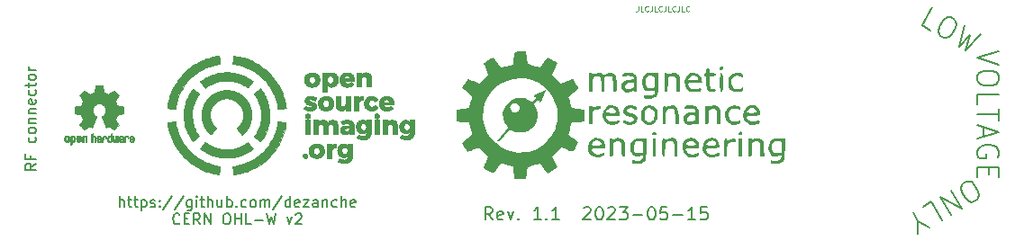
<source format=gbr>
G04 #@! TF.GenerationSoftware,KiCad,Pcbnew,7.0.1*
G04 #@! TF.CreationDate,2023-05-15T13:56:14-06:00*
G04 #@! TF.ProjectId,H-field_RF_probe,482d6669-656c-4645-9f52-465f70726f62,rev?*
G04 #@! TF.SameCoordinates,Original*
G04 #@! TF.FileFunction,Legend,Top*
G04 #@! TF.FilePolarity,Positive*
%FSLAX46Y46*%
G04 Gerber Fmt 4.6, Leading zero omitted, Abs format (unit mm)*
G04 Created by KiCad (PCBNEW 7.0.1) date 2023-05-15 13:56:14*
%MOMM*%
%LPD*%
G01*
G04 APERTURE LIST*
%ADD10C,0.200000*%
%ADD11C,0.150000*%
%ADD12C,0.100000*%
%ADD13C,0.010000*%
G04 APERTURE END LIST*
D10*
X196574761Y-58952380D02*
X194574761Y-59619046D01*
X194574761Y-59619046D02*
X196574761Y-60285713D01*
X196574761Y-61333332D02*
X196574761Y-61714285D01*
X196574761Y-61714285D02*
X196479523Y-61904761D01*
X196479523Y-61904761D02*
X196289047Y-62095237D01*
X196289047Y-62095237D02*
X195908095Y-62190475D01*
X195908095Y-62190475D02*
X195241428Y-62190475D01*
X195241428Y-62190475D02*
X194860476Y-62095237D01*
X194860476Y-62095237D02*
X194670000Y-61904761D01*
X194670000Y-61904761D02*
X194574761Y-61714285D01*
X194574761Y-61714285D02*
X194574761Y-61333332D01*
X194574761Y-61333332D02*
X194670000Y-61142856D01*
X194670000Y-61142856D02*
X194860476Y-60952380D01*
X194860476Y-60952380D02*
X195241428Y-60857142D01*
X195241428Y-60857142D02*
X195908095Y-60857142D01*
X195908095Y-60857142D02*
X196289047Y-60952380D01*
X196289047Y-60952380D02*
X196479523Y-61142856D01*
X196479523Y-61142856D02*
X196574761Y-61333332D01*
X194574761Y-63999999D02*
X194574761Y-63047618D01*
X194574761Y-63047618D02*
X196574761Y-63047618D01*
X196574761Y-64380952D02*
X196574761Y-65523809D01*
X194574761Y-64952380D02*
X196574761Y-64952380D01*
X195146190Y-66095238D02*
X195146190Y-67047619D01*
X194574761Y-65904762D02*
X196574761Y-66571428D01*
X196574761Y-66571428D02*
X194574761Y-67238095D01*
X196479523Y-68952381D02*
X196574761Y-68761905D01*
X196574761Y-68761905D02*
X196574761Y-68476191D01*
X196574761Y-68476191D02*
X196479523Y-68190476D01*
X196479523Y-68190476D02*
X196289047Y-68000000D01*
X196289047Y-68000000D02*
X196098571Y-67904762D01*
X196098571Y-67904762D02*
X195717619Y-67809524D01*
X195717619Y-67809524D02*
X195431904Y-67809524D01*
X195431904Y-67809524D02*
X195050952Y-67904762D01*
X195050952Y-67904762D02*
X194860476Y-68000000D01*
X194860476Y-68000000D02*
X194670000Y-68190476D01*
X194670000Y-68190476D02*
X194574761Y-68476191D01*
X194574761Y-68476191D02*
X194574761Y-68666667D01*
X194574761Y-68666667D02*
X194670000Y-68952381D01*
X194670000Y-68952381D02*
X194765238Y-69047619D01*
X194765238Y-69047619D02*
X195431904Y-69047619D01*
X195431904Y-69047619D02*
X195431904Y-68666667D01*
X195622380Y-69904762D02*
X195622380Y-70571429D01*
X194574761Y-70857143D02*
X194574761Y-69904762D01*
X194574761Y-69904762D02*
X196574761Y-69904762D01*
X196574761Y-69904762D02*
X196574761Y-70857143D01*
D11*
X113928571Y-73652619D02*
X113928571Y-72652619D01*
X114357142Y-73652619D02*
X114357142Y-73128809D01*
X114357142Y-73128809D02*
X114309523Y-73033571D01*
X114309523Y-73033571D02*
X114214285Y-72985952D01*
X114214285Y-72985952D02*
X114071428Y-72985952D01*
X114071428Y-72985952D02*
X113976190Y-73033571D01*
X113976190Y-73033571D02*
X113928571Y-73081190D01*
X114690476Y-72985952D02*
X115071428Y-72985952D01*
X114833333Y-72652619D02*
X114833333Y-73509761D01*
X114833333Y-73509761D02*
X114880952Y-73605000D01*
X114880952Y-73605000D02*
X114976190Y-73652619D01*
X114976190Y-73652619D02*
X115071428Y-73652619D01*
X115261905Y-72985952D02*
X115642857Y-72985952D01*
X115404762Y-72652619D02*
X115404762Y-73509761D01*
X115404762Y-73509761D02*
X115452381Y-73605000D01*
X115452381Y-73605000D02*
X115547619Y-73652619D01*
X115547619Y-73652619D02*
X115642857Y-73652619D01*
X115976191Y-72985952D02*
X115976191Y-73985952D01*
X115976191Y-73033571D02*
X116071429Y-72985952D01*
X116071429Y-72985952D02*
X116261905Y-72985952D01*
X116261905Y-72985952D02*
X116357143Y-73033571D01*
X116357143Y-73033571D02*
X116404762Y-73081190D01*
X116404762Y-73081190D02*
X116452381Y-73176428D01*
X116452381Y-73176428D02*
X116452381Y-73462142D01*
X116452381Y-73462142D02*
X116404762Y-73557380D01*
X116404762Y-73557380D02*
X116357143Y-73605000D01*
X116357143Y-73605000D02*
X116261905Y-73652619D01*
X116261905Y-73652619D02*
X116071429Y-73652619D01*
X116071429Y-73652619D02*
X115976191Y-73605000D01*
X116833334Y-73605000D02*
X116928572Y-73652619D01*
X116928572Y-73652619D02*
X117119048Y-73652619D01*
X117119048Y-73652619D02*
X117214286Y-73605000D01*
X117214286Y-73605000D02*
X117261905Y-73509761D01*
X117261905Y-73509761D02*
X117261905Y-73462142D01*
X117261905Y-73462142D02*
X117214286Y-73366904D01*
X117214286Y-73366904D02*
X117119048Y-73319285D01*
X117119048Y-73319285D02*
X116976191Y-73319285D01*
X116976191Y-73319285D02*
X116880953Y-73271666D01*
X116880953Y-73271666D02*
X116833334Y-73176428D01*
X116833334Y-73176428D02*
X116833334Y-73128809D01*
X116833334Y-73128809D02*
X116880953Y-73033571D01*
X116880953Y-73033571D02*
X116976191Y-72985952D01*
X116976191Y-72985952D02*
X117119048Y-72985952D01*
X117119048Y-72985952D02*
X117214286Y-73033571D01*
X117690477Y-73557380D02*
X117738096Y-73605000D01*
X117738096Y-73605000D02*
X117690477Y-73652619D01*
X117690477Y-73652619D02*
X117642858Y-73605000D01*
X117642858Y-73605000D02*
X117690477Y-73557380D01*
X117690477Y-73557380D02*
X117690477Y-73652619D01*
X117690477Y-73033571D02*
X117738096Y-73081190D01*
X117738096Y-73081190D02*
X117690477Y-73128809D01*
X117690477Y-73128809D02*
X117642858Y-73081190D01*
X117642858Y-73081190D02*
X117690477Y-73033571D01*
X117690477Y-73033571D02*
X117690477Y-73128809D01*
X118880952Y-72605000D02*
X118023810Y-73890714D01*
X119928571Y-72605000D02*
X119071429Y-73890714D01*
X120690476Y-72985952D02*
X120690476Y-73795476D01*
X120690476Y-73795476D02*
X120642857Y-73890714D01*
X120642857Y-73890714D02*
X120595238Y-73938333D01*
X120595238Y-73938333D02*
X120500000Y-73985952D01*
X120500000Y-73985952D02*
X120357143Y-73985952D01*
X120357143Y-73985952D02*
X120261905Y-73938333D01*
X120690476Y-73605000D02*
X120595238Y-73652619D01*
X120595238Y-73652619D02*
X120404762Y-73652619D01*
X120404762Y-73652619D02*
X120309524Y-73605000D01*
X120309524Y-73605000D02*
X120261905Y-73557380D01*
X120261905Y-73557380D02*
X120214286Y-73462142D01*
X120214286Y-73462142D02*
X120214286Y-73176428D01*
X120214286Y-73176428D02*
X120261905Y-73081190D01*
X120261905Y-73081190D02*
X120309524Y-73033571D01*
X120309524Y-73033571D02*
X120404762Y-72985952D01*
X120404762Y-72985952D02*
X120595238Y-72985952D01*
X120595238Y-72985952D02*
X120690476Y-73033571D01*
X121166667Y-73652619D02*
X121166667Y-72985952D01*
X121166667Y-72652619D02*
X121119048Y-72700238D01*
X121119048Y-72700238D02*
X121166667Y-72747857D01*
X121166667Y-72747857D02*
X121214286Y-72700238D01*
X121214286Y-72700238D02*
X121166667Y-72652619D01*
X121166667Y-72652619D02*
X121166667Y-72747857D01*
X121500000Y-72985952D02*
X121880952Y-72985952D01*
X121642857Y-72652619D02*
X121642857Y-73509761D01*
X121642857Y-73509761D02*
X121690476Y-73605000D01*
X121690476Y-73605000D02*
X121785714Y-73652619D01*
X121785714Y-73652619D02*
X121880952Y-73652619D01*
X122214286Y-73652619D02*
X122214286Y-72652619D01*
X122642857Y-73652619D02*
X122642857Y-73128809D01*
X122642857Y-73128809D02*
X122595238Y-73033571D01*
X122595238Y-73033571D02*
X122500000Y-72985952D01*
X122500000Y-72985952D02*
X122357143Y-72985952D01*
X122357143Y-72985952D02*
X122261905Y-73033571D01*
X122261905Y-73033571D02*
X122214286Y-73081190D01*
X123547619Y-72985952D02*
X123547619Y-73652619D01*
X123119048Y-72985952D02*
X123119048Y-73509761D01*
X123119048Y-73509761D02*
X123166667Y-73605000D01*
X123166667Y-73605000D02*
X123261905Y-73652619D01*
X123261905Y-73652619D02*
X123404762Y-73652619D01*
X123404762Y-73652619D02*
X123500000Y-73605000D01*
X123500000Y-73605000D02*
X123547619Y-73557380D01*
X124023810Y-73652619D02*
X124023810Y-72652619D01*
X124023810Y-73033571D02*
X124119048Y-72985952D01*
X124119048Y-72985952D02*
X124309524Y-72985952D01*
X124309524Y-72985952D02*
X124404762Y-73033571D01*
X124404762Y-73033571D02*
X124452381Y-73081190D01*
X124452381Y-73081190D02*
X124500000Y-73176428D01*
X124500000Y-73176428D02*
X124500000Y-73462142D01*
X124500000Y-73462142D02*
X124452381Y-73557380D01*
X124452381Y-73557380D02*
X124404762Y-73605000D01*
X124404762Y-73605000D02*
X124309524Y-73652619D01*
X124309524Y-73652619D02*
X124119048Y-73652619D01*
X124119048Y-73652619D02*
X124023810Y-73605000D01*
X124928572Y-73557380D02*
X124976191Y-73605000D01*
X124976191Y-73605000D02*
X124928572Y-73652619D01*
X124928572Y-73652619D02*
X124880953Y-73605000D01*
X124880953Y-73605000D02*
X124928572Y-73557380D01*
X124928572Y-73557380D02*
X124928572Y-73652619D01*
X125833333Y-73605000D02*
X125738095Y-73652619D01*
X125738095Y-73652619D02*
X125547619Y-73652619D01*
X125547619Y-73652619D02*
X125452381Y-73605000D01*
X125452381Y-73605000D02*
X125404762Y-73557380D01*
X125404762Y-73557380D02*
X125357143Y-73462142D01*
X125357143Y-73462142D02*
X125357143Y-73176428D01*
X125357143Y-73176428D02*
X125404762Y-73081190D01*
X125404762Y-73081190D02*
X125452381Y-73033571D01*
X125452381Y-73033571D02*
X125547619Y-72985952D01*
X125547619Y-72985952D02*
X125738095Y-72985952D01*
X125738095Y-72985952D02*
X125833333Y-73033571D01*
X126404762Y-73652619D02*
X126309524Y-73605000D01*
X126309524Y-73605000D02*
X126261905Y-73557380D01*
X126261905Y-73557380D02*
X126214286Y-73462142D01*
X126214286Y-73462142D02*
X126214286Y-73176428D01*
X126214286Y-73176428D02*
X126261905Y-73081190D01*
X126261905Y-73081190D02*
X126309524Y-73033571D01*
X126309524Y-73033571D02*
X126404762Y-72985952D01*
X126404762Y-72985952D02*
X126547619Y-72985952D01*
X126547619Y-72985952D02*
X126642857Y-73033571D01*
X126642857Y-73033571D02*
X126690476Y-73081190D01*
X126690476Y-73081190D02*
X126738095Y-73176428D01*
X126738095Y-73176428D02*
X126738095Y-73462142D01*
X126738095Y-73462142D02*
X126690476Y-73557380D01*
X126690476Y-73557380D02*
X126642857Y-73605000D01*
X126642857Y-73605000D02*
X126547619Y-73652619D01*
X126547619Y-73652619D02*
X126404762Y-73652619D01*
X127166667Y-73652619D02*
X127166667Y-72985952D01*
X127166667Y-73081190D02*
X127214286Y-73033571D01*
X127214286Y-73033571D02*
X127309524Y-72985952D01*
X127309524Y-72985952D02*
X127452381Y-72985952D01*
X127452381Y-72985952D02*
X127547619Y-73033571D01*
X127547619Y-73033571D02*
X127595238Y-73128809D01*
X127595238Y-73128809D02*
X127595238Y-73652619D01*
X127595238Y-73128809D02*
X127642857Y-73033571D01*
X127642857Y-73033571D02*
X127738095Y-72985952D01*
X127738095Y-72985952D02*
X127880952Y-72985952D01*
X127880952Y-72985952D02*
X127976191Y-73033571D01*
X127976191Y-73033571D02*
X128023810Y-73128809D01*
X128023810Y-73128809D02*
X128023810Y-73652619D01*
X129214285Y-72605000D02*
X128357143Y-73890714D01*
X129976190Y-73652619D02*
X129976190Y-72652619D01*
X129976190Y-73605000D02*
X129880952Y-73652619D01*
X129880952Y-73652619D02*
X129690476Y-73652619D01*
X129690476Y-73652619D02*
X129595238Y-73605000D01*
X129595238Y-73605000D02*
X129547619Y-73557380D01*
X129547619Y-73557380D02*
X129500000Y-73462142D01*
X129500000Y-73462142D02*
X129500000Y-73176428D01*
X129500000Y-73176428D02*
X129547619Y-73081190D01*
X129547619Y-73081190D02*
X129595238Y-73033571D01*
X129595238Y-73033571D02*
X129690476Y-72985952D01*
X129690476Y-72985952D02*
X129880952Y-72985952D01*
X129880952Y-72985952D02*
X129976190Y-73033571D01*
X130833333Y-73605000D02*
X130738095Y-73652619D01*
X130738095Y-73652619D02*
X130547619Y-73652619D01*
X130547619Y-73652619D02*
X130452381Y-73605000D01*
X130452381Y-73605000D02*
X130404762Y-73509761D01*
X130404762Y-73509761D02*
X130404762Y-73128809D01*
X130404762Y-73128809D02*
X130452381Y-73033571D01*
X130452381Y-73033571D02*
X130547619Y-72985952D01*
X130547619Y-72985952D02*
X130738095Y-72985952D01*
X130738095Y-72985952D02*
X130833333Y-73033571D01*
X130833333Y-73033571D02*
X130880952Y-73128809D01*
X130880952Y-73128809D02*
X130880952Y-73224047D01*
X130880952Y-73224047D02*
X130404762Y-73319285D01*
X131214286Y-72985952D02*
X131738095Y-72985952D01*
X131738095Y-72985952D02*
X131214286Y-73652619D01*
X131214286Y-73652619D02*
X131738095Y-73652619D01*
X132547619Y-73652619D02*
X132547619Y-73128809D01*
X132547619Y-73128809D02*
X132500000Y-73033571D01*
X132500000Y-73033571D02*
X132404762Y-72985952D01*
X132404762Y-72985952D02*
X132214286Y-72985952D01*
X132214286Y-72985952D02*
X132119048Y-73033571D01*
X132547619Y-73605000D02*
X132452381Y-73652619D01*
X132452381Y-73652619D02*
X132214286Y-73652619D01*
X132214286Y-73652619D02*
X132119048Y-73605000D01*
X132119048Y-73605000D02*
X132071429Y-73509761D01*
X132071429Y-73509761D02*
X132071429Y-73414523D01*
X132071429Y-73414523D02*
X132119048Y-73319285D01*
X132119048Y-73319285D02*
X132214286Y-73271666D01*
X132214286Y-73271666D02*
X132452381Y-73271666D01*
X132452381Y-73271666D02*
X132547619Y-73224047D01*
X133023810Y-72985952D02*
X133023810Y-73652619D01*
X133023810Y-73081190D02*
X133071429Y-73033571D01*
X133071429Y-73033571D02*
X133166667Y-72985952D01*
X133166667Y-72985952D02*
X133309524Y-72985952D01*
X133309524Y-72985952D02*
X133404762Y-73033571D01*
X133404762Y-73033571D02*
X133452381Y-73128809D01*
X133452381Y-73128809D02*
X133452381Y-73652619D01*
X134357143Y-73605000D02*
X134261905Y-73652619D01*
X134261905Y-73652619D02*
X134071429Y-73652619D01*
X134071429Y-73652619D02*
X133976191Y-73605000D01*
X133976191Y-73605000D02*
X133928572Y-73557380D01*
X133928572Y-73557380D02*
X133880953Y-73462142D01*
X133880953Y-73462142D02*
X133880953Y-73176428D01*
X133880953Y-73176428D02*
X133928572Y-73081190D01*
X133928572Y-73081190D02*
X133976191Y-73033571D01*
X133976191Y-73033571D02*
X134071429Y-72985952D01*
X134071429Y-72985952D02*
X134261905Y-72985952D01*
X134261905Y-72985952D02*
X134357143Y-73033571D01*
X134785715Y-73652619D02*
X134785715Y-72652619D01*
X135214286Y-73652619D02*
X135214286Y-73128809D01*
X135214286Y-73128809D02*
X135166667Y-73033571D01*
X135166667Y-73033571D02*
X135071429Y-72985952D01*
X135071429Y-72985952D02*
X134928572Y-72985952D01*
X134928572Y-72985952D02*
X134833334Y-73033571D01*
X134833334Y-73033571D02*
X134785715Y-73081190D01*
X136071429Y-73605000D02*
X135976191Y-73652619D01*
X135976191Y-73652619D02*
X135785715Y-73652619D01*
X135785715Y-73652619D02*
X135690477Y-73605000D01*
X135690477Y-73605000D02*
X135642858Y-73509761D01*
X135642858Y-73509761D02*
X135642858Y-73128809D01*
X135642858Y-73128809D02*
X135690477Y-73033571D01*
X135690477Y-73033571D02*
X135785715Y-72985952D01*
X135785715Y-72985952D02*
X135976191Y-72985952D01*
X135976191Y-72985952D02*
X136071429Y-73033571D01*
X136071429Y-73033571D02*
X136119048Y-73128809D01*
X136119048Y-73128809D02*
X136119048Y-73224047D01*
X136119048Y-73224047D02*
X135642858Y-73319285D01*
X119571428Y-75177380D02*
X119523809Y-75225000D01*
X119523809Y-75225000D02*
X119380952Y-75272619D01*
X119380952Y-75272619D02*
X119285714Y-75272619D01*
X119285714Y-75272619D02*
X119142857Y-75225000D01*
X119142857Y-75225000D02*
X119047619Y-75129761D01*
X119047619Y-75129761D02*
X119000000Y-75034523D01*
X119000000Y-75034523D02*
X118952381Y-74844047D01*
X118952381Y-74844047D02*
X118952381Y-74701190D01*
X118952381Y-74701190D02*
X119000000Y-74510714D01*
X119000000Y-74510714D02*
X119047619Y-74415476D01*
X119047619Y-74415476D02*
X119142857Y-74320238D01*
X119142857Y-74320238D02*
X119285714Y-74272619D01*
X119285714Y-74272619D02*
X119380952Y-74272619D01*
X119380952Y-74272619D02*
X119523809Y-74320238D01*
X119523809Y-74320238D02*
X119571428Y-74367857D01*
X120000000Y-74748809D02*
X120333333Y-74748809D01*
X120476190Y-75272619D02*
X120000000Y-75272619D01*
X120000000Y-75272619D02*
X120000000Y-74272619D01*
X120000000Y-74272619D02*
X120476190Y-74272619D01*
X121476190Y-75272619D02*
X121142857Y-74796428D01*
X120904762Y-75272619D02*
X120904762Y-74272619D01*
X120904762Y-74272619D02*
X121285714Y-74272619D01*
X121285714Y-74272619D02*
X121380952Y-74320238D01*
X121380952Y-74320238D02*
X121428571Y-74367857D01*
X121428571Y-74367857D02*
X121476190Y-74463095D01*
X121476190Y-74463095D02*
X121476190Y-74605952D01*
X121476190Y-74605952D02*
X121428571Y-74701190D01*
X121428571Y-74701190D02*
X121380952Y-74748809D01*
X121380952Y-74748809D02*
X121285714Y-74796428D01*
X121285714Y-74796428D02*
X120904762Y-74796428D01*
X121904762Y-75272619D02*
X121904762Y-74272619D01*
X121904762Y-74272619D02*
X122476190Y-75272619D01*
X122476190Y-75272619D02*
X122476190Y-74272619D01*
X123904762Y-74272619D02*
X124095238Y-74272619D01*
X124095238Y-74272619D02*
X124190476Y-74320238D01*
X124190476Y-74320238D02*
X124285714Y-74415476D01*
X124285714Y-74415476D02*
X124333333Y-74605952D01*
X124333333Y-74605952D02*
X124333333Y-74939285D01*
X124333333Y-74939285D02*
X124285714Y-75129761D01*
X124285714Y-75129761D02*
X124190476Y-75225000D01*
X124190476Y-75225000D02*
X124095238Y-75272619D01*
X124095238Y-75272619D02*
X123904762Y-75272619D01*
X123904762Y-75272619D02*
X123809524Y-75225000D01*
X123809524Y-75225000D02*
X123714286Y-75129761D01*
X123714286Y-75129761D02*
X123666667Y-74939285D01*
X123666667Y-74939285D02*
X123666667Y-74605952D01*
X123666667Y-74605952D02*
X123714286Y-74415476D01*
X123714286Y-74415476D02*
X123809524Y-74320238D01*
X123809524Y-74320238D02*
X123904762Y-74272619D01*
X124761905Y-75272619D02*
X124761905Y-74272619D01*
X124761905Y-74748809D02*
X125333333Y-74748809D01*
X125333333Y-75272619D02*
X125333333Y-74272619D01*
X126285714Y-75272619D02*
X125809524Y-75272619D01*
X125809524Y-75272619D02*
X125809524Y-74272619D01*
X126619048Y-74891666D02*
X127380953Y-74891666D01*
X127761905Y-74272619D02*
X128000000Y-75272619D01*
X128000000Y-75272619D02*
X128190476Y-74558333D01*
X128190476Y-74558333D02*
X128380952Y-75272619D01*
X128380952Y-75272619D02*
X128619048Y-74272619D01*
X129666667Y-74605952D02*
X129904762Y-75272619D01*
X129904762Y-75272619D02*
X130142857Y-74605952D01*
X130476191Y-74367857D02*
X130523810Y-74320238D01*
X130523810Y-74320238D02*
X130619048Y-74272619D01*
X130619048Y-74272619D02*
X130857143Y-74272619D01*
X130857143Y-74272619D02*
X130952381Y-74320238D01*
X130952381Y-74320238D02*
X131000000Y-74367857D01*
X131000000Y-74367857D02*
X131047619Y-74463095D01*
X131047619Y-74463095D02*
X131047619Y-74558333D01*
X131047619Y-74558333D02*
X131000000Y-74701190D01*
X131000000Y-74701190D02*
X130428572Y-75272619D01*
X130428572Y-75272619D02*
X131047619Y-75272619D01*
D12*
X162690476Y-54731309D02*
X162690476Y-55088452D01*
X162690476Y-55088452D02*
X162666667Y-55159880D01*
X162666667Y-55159880D02*
X162619048Y-55207500D01*
X162619048Y-55207500D02*
X162547619Y-55231309D01*
X162547619Y-55231309D02*
X162500000Y-55231309D01*
X163166666Y-55231309D02*
X162928571Y-55231309D01*
X162928571Y-55231309D02*
X162928571Y-54731309D01*
X163619047Y-55183690D02*
X163595238Y-55207500D01*
X163595238Y-55207500D02*
X163523809Y-55231309D01*
X163523809Y-55231309D02*
X163476190Y-55231309D01*
X163476190Y-55231309D02*
X163404762Y-55207500D01*
X163404762Y-55207500D02*
X163357143Y-55159880D01*
X163357143Y-55159880D02*
X163333333Y-55112261D01*
X163333333Y-55112261D02*
X163309524Y-55017023D01*
X163309524Y-55017023D02*
X163309524Y-54945595D01*
X163309524Y-54945595D02*
X163333333Y-54850357D01*
X163333333Y-54850357D02*
X163357143Y-54802738D01*
X163357143Y-54802738D02*
X163404762Y-54755119D01*
X163404762Y-54755119D02*
X163476190Y-54731309D01*
X163476190Y-54731309D02*
X163523809Y-54731309D01*
X163523809Y-54731309D02*
X163595238Y-54755119D01*
X163595238Y-54755119D02*
X163619047Y-54778928D01*
X163976190Y-54731309D02*
X163976190Y-55088452D01*
X163976190Y-55088452D02*
X163952381Y-55159880D01*
X163952381Y-55159880D02*
X163904762Y-55207500D01*
X163904762Y-55207500D02*
X163833333Y-55231309D01*
X163833333Y-55231309D02*
X163785714Y-55231309D01*
X164452380Y-55231309D02*
X164214285Y-55231309D01*
X164214285Y-55231309D02*
X164214285Y-54731309D01*
X164904761Y-55183690D02*
X164880952Y-55207500D01*
X164880952Y-55207500D02*
X164809523Y-55231309D01*
X164809523Y-55231309D02*
X164761904Y-55231309D01*
X164761904Y-55231309D02*
X164690476Y-55207500D01*
X164690476Y-55207500D02*
X164642857Y-55159880D01*
X164642857Y-55159880D02*
X164619047Y-55112261D01*
X164619047Y-55112261D02*
X164595238Y-55017023D01*
X164595238Y-55017023D02*
X164595238Y-54945595D01*
X164595238Y-54945595D02*
X164619047Y-54850357D01*
X164619047Y-54850357D02*
X164642857Y-54802738D01*
X164642857Y-54802738D02*
X164690476Y-54755119D01*
X164690476Y-54755119D02*
X164761904Y-54731309D01*
X164761904Y-54731309D02*
X164809523Y-54731309D01*
X164809523Y-54731309D02*
X164880952Y-54755119D01*
X164880952Y-54755119D02*
X164904761Y-54778928D01*
X165261904Y-54731309D02*
X165261904Y-55088452D01*
X165261904Y-55088452D02*
X165238095Y-55159880D01*
X165238095Y-55159880D02*
X165190476Y-55207500D01*
X165190476Y-55207500D02*
X165119047Y-55231309D01*
X165119047Y-55231309D02*
X165071428Y-55231309D01*
X165738094Y-55231309D02*
X165499999Y-55231309D01*
X165499999Y-55231309D02*
X165499999Y-54731309D01*
X166190475Y-55183690D02*
X166166666Y-55207500D01*
X166166666Y-55207500D02*
X166095237Y-55231309D01*
X166095237Y-55231309D02*
X166047618Y-55231309D01*
X166047618Y-55231309D02*
X165976190Y-55207500D01*
X165976190Y-55207500D02*
X165928571Y-55159880D01*
X165928571Y-55159880D02*
X165904761Y-55112261D01*
X165904761Y-55112261D02*
X165880952Y-55017023D01*
X165880952Y-55017023D02*
X165880952Y-54945595D01*
X165880952Y-54945595D02*
X165904761Y-54850357D01*
X165904761Y-54850357D02*
X165928571Y-54802738D01*
X165928571Y-54802738D02*
X165976190Y-54755119D01*
X165976190Y-54755119D02*
X166047618Y-54731309D01*
X166047618Y-54731309D02*
X166095237Y-54731309D01*
X166095237Y-54731309D02*
X166166666Y-54755119D01*
X166166666Y-54755119D02*
X166190475Y-54778928D01*
X166547618Y-54731309D02*
X166547618Y-55088452D01*
X166547618Y-55088452D02*
X166523809Y-55159880D01*
X166523809Y-55159880D02*
X166476190Y-55207500D01*
X166476190Y-55207500D02*
X166404761Y-55231309D01*
X166404761Y-55231309D02*
X166357142Y-55231309D01*
X167023808Y-55231309D02*
X166785713Y-55231309D01*
X166785713Y-55231309D02*
X166785713Y-54731309D01*
X167476189Y-55183690D02*
X167452380Y-55207500D01*
X167452380Y-55207500D02*
X167380951Y-55231309D01*
X167380951Y-55231309D02*
X167333332Y-55231309D01*
X167333332Y-55231309D02*
X167261904Y-55207500D01*
X167261904Y-55207500D02*
X167214285Y-55159880D01*
X167214285Y-55159880D02*
X167190475Y-55112261D01*
X167190475Y-55112261D02*
X167166666Y-55017023D01*
X167166666Y-55017023D02*
X167166666Y-54945595D01*
X167166666Y-54945595D02*
X167190475Y-54850357D01*
X167190475Y-54850357D02*
X167214285Y-54802738D01*
X167214285Y-54802738D02*
X167261904Y-54755119D01*
X167261904Y-54755119D02*
X167333332Y-54731309D01*
X167333332Y-54731309D02*
X167380951Y-54731309D01*
X167380951Y-54731309D02*
X167452380Y-54755119D01*
X167452380Y-54755119D02*
X167476189Y-54778928D01*
D11*
X148971428Y-74853142D02*
X148571428Y-74281714D01*
X148285714Y-74853142D02*
X148285714Y-73653142D01*
X148285714Y-73653142D02*
X148742857Y-73653142D01*
X148742857Y-73653142D02*
X148857142Y-73710285D01*
X148857142Y-73710285D02*
X148914285Y-73767428D01*
X148914285Y-73767428D02*
X148971428Y-73881714D01*
X148971428Y-73881714D02*
X148971428Y-74053142D01*
X148971428Y-74053142D02*
X148914285Y-74167428D01*
X148914285Y-74167428D02*
X148857142Y-74224571D01*
X148857142Y-74224571D02*
X148742857Y-74281714D01*
X148742857Y-74281714D02*
X148285714Y-74281714D01*
X149942857Y-74796000D02*
X149828571Y-74853142D01*
X149828571Y-74853142D02*
X149600000Y-74853142D01*
X149600000Y-74853142D02*
X149485714Y-74796000D01*
X149485714Y-74796000D02*
X149428571Y-74681714D01*
X149428571Y-74681714D02*
X149428571Y-74224571D01*
X149428571Y-74224571D02*
X149485714Y-74110285D01*
X149485714Y-74110285D02*
X149600000Y-74053142D01*
X149600000Y-74053142D02*
X149828571Y-74053142D01*
X149828571Y-74053142D02*
X149942857Y-74110285D01*
X149942857Y-74110285D02*
X150000000Y-74224571D01*
X150000000Y-74224571D02*
X150000000Y-74338857D01*
X150000000Y-74338857D02*
X149428571Y-74453142D01*
X150399999Y-74053142D02*
X150685713Y-74853142D01*
X150685713Y-74853142D02*
X150971428Y-74053142D01*
X151428571Y-74738857D02*
X151485714Y-74796000D01*
X151485714Y-74796000D02*
X151428571Y-74853142D01*
X151428571Y-74853142D02*
X151371428Y-74796000D01*
X151371428Y-74796000D02*
X151428571Y-74738857D01*
X151428571Y-74738857D02*
X151428571Y-74853142D01*
X153542857Y-74853142D02*
X152857143Y-74853142D01*
X153200000Y-74853142D02*
X153200000Y-73653142D01*
X153200000Y-73653142D02*
X153085714Y-73824571D01*
X153085714Y-73824571D02*
X152971429Y-73938857D01*
X152971429Y-73938857D02*
X152857143Y-73996000D01*
X154057143Y-74738857D02*
X154114286Y-74796000D01*
X154114286Y-74796000D02*
X154057143Y-74853142D01*
X154057143Y-74853142D02*
X154000000Y-74796000D01*
X154000000Y-74796000D02*
X154057143Y-74738857D01*
X154057143Y-74738857D02*
X154057143Y-74853142D01*
X155257143Y-74853142D02*
X154571429Y-74853142D01*
X154914286Y-74853142D02*
X154914286Y-73653142D01*
X154914286Y-73653142D02*
X154800000Y-73824571D01*
X154800000Y-73824571D02*
X154685715Y-73938857D01*
X154685715Y-73938857D02*
X154571429Y-73996000D01*
X157542858Y-73767428D02*
X157600001Y-73710285D01*
X157600001Y-73710285D02*
X157714287Y-73653142D01*
X157714287Y-73653142D02*
X158000001Y-73653142D01*
X158000001Y-73653142D02*
X158114287Y-73710285D01*
X158114287Y-73710285D02*
X158171429Y-73767428D01*
X158171429Y-73767428D02*
X158228572Y-73881714D01*
X158228572Y-73881714D02*
X158228572Y-73996000D01*
X158228572Y-73996000D02*
X158171429Y-74167428D01*
X158171429Y-74167428D02*
X157485715Y-74853142D01*
X157485715Y-74853142D02*
X158228572Y-74853142D01*
X158971429Y-73653142D02*
X159085715Y-73653142D01*
X159085715Y-73653142D02*
X159200001Y-73710285D01*
X159200001Y-73710285D02*
X159257144Y-73767428D01*
X159257144Y-73767428D02*
X159314286Y-73881714D01*
X159314286Y-73881714D02*
X159371429Y-74110285D01*
X159371429Y-74110285D02*
X159371429Y-74396000D01*
X159371429Y-74396000D02*
X159314286Y-74624571D01*
X159314286Y-74624571D02*
X159257144Y-74738857D01*
X159257144Y-74738857D02*
X159200001Y-74796000D01*
X159200001Y-74796000D02*
X159085715Y-74853142D01*
X159085715Y-74853142D02*
X158971429Y-74853142D01*
X158971429Y-74853142D02*
X158857144Y-74796000D01*
X158857144Y-74796000D02*
X158800001Y-74738857D01*
X158800001Y-74738857D02*
X158742858Y-74624571D01*
X158742858Y-74624571D02*
X158685715Y-74396000D01*
X158685715Y-74396000D02*
X158685715Y-74110285D01*
X158685715Y-74110285D02*
X158742858Y-73881714D01*
X158742858Y-73881714D02*
X158800001Y-73767428D01*
X158800001Y-73767428D02*
X158857144Y-73710285D01*
X158857144Y-73710285D02*
X158971429Y-73653142D01*
X159828572Y-73767428D02*
X159885715Y-73710285D01*
X159885715Y-73710285D02*
X160000001Y-73653142D01*
X160000001Y-73653142D02*
X160285715Y-73653142D01*
X160285715Y-73653142D02*
X160400001Y-73710285D01*
X160400001Y-73710285D02*
X160457143Y-73767428D01*
X160457143Y-73767428D02*
X160514286Y-73881714D01*
X160514286Y-73881714D02*
X160514286Y-73996000D01*
X160514286Y-73996000D02*
X160457143Y-74167428D01*
X160457143Y-74167428D02*
X159771429Y-74853142D01*
X159771429Y-74853142D02*
X160514286Y-74853142D01*
X160914286Y-73653142D02*
X161657143Y-73653142D01*
X161657143Y-73653142D02*
X161257143Y-74110285D01*
X161257143Y-74110285D02*
X161428572Y-74110285D01*
X161428572Y-74110285D02*
X161542858Y-74167428D01*
X161542858Y-74167428D02*
X161600000Y-74224571D01*
X161600000Y-74224571D02*
X161657143Y-74338857D01*
X161657143Y-74338857D02*
X161657143Y-74624571D01*
X161657143Y-74624571D02*
X161600000Y-74738857D01*
X161600000Y-74738857D02*
X161542858Y-74796000D01*
X161542858Y-74796000D02*
X161428572Y-74853142D01*
X161428572Y-74853142D02*
X161085715Y-74853142D01*
X161085715Y-74853142D02*
X160971429Y-74796000D01*
X160971429Y-74796000D02*
X160914286Y-74738857D01*
X162171429Y-74396000D02*
X163085715Y-74396000D01*
X163885714Y-73653142D02*
X164000000Y-73653142D01*
X164000000Y-73653142D02*
X164114286Y-73710285D01*
X164114286Y-73710285D02*
X164171429Y-73767428D01*
X164171429Y-73767428D02*
X164228571Y-73881714D01*
X164228571Y-73881714D02*
X164285714Y-74110285D01*
X164285714Y-74110285D02*
X164285714Y-74396000D01*
X164285714Y-74396000D02*
X164228571Y-74624571D01*
X164228571Y-74624571D02*
X164171429Y-74738857D01*
X164171429Y-74738857D02*
X164114286Y-74796000D01*
X164114286Y-74796000D02*
X164000000Y-74853142D01*
X164000000Y-74853142D02*
X163885714Y-74853142D01*
X163885714Y-74853142D02*
X163771429Y-74796000D01*
X163771429Y-74796000D02*
X163714286Y-74738857D01*
X163714286Y-74738857D02*
X163657143Y-74624571D01*
X163657143Y-74624571D02*
X163600000Y-74396000D01*
X163600000Y-74396000D02*
X163600000Y-74110285D01*
X163600000Y-74110285D02*
X163657143Y-73881714D01*
X163657143Y-73881714D02*
X163714286Y-73767428D01*
X163714286Y-73767428D02*
X163771429Y-73710285D01*
X163771429Y-73710285D02*
X163885714Y-73653142D01*
X165371428Y-73653142D02*
X164800000Y-73653142D01*
X164800000Y-73653142D02*
X164742857Y-74224571D01*
X164742857Y-74224571D02*
X164800000Y-74167428D01*
X164800000Y-74167428D02*
X164914286Y-74110285D01*
X164914286Y-74110285D02*
X165200000Y-74110285D01*
X165200000Y-74110285D02*
X165314286Y-74167428D01*
X165314286Y-74167428D02*
X165371428Y-74224571D01*
X165371428Y-74224571D02*
X165428571Y-74338857D01*
X165428571Y-74338857D02*
X165428571Y-74624571D01*
X165428571Y-74624571D02*
X165371428Y-74738857D01*
X165371428Y-74738857D02*
X165314286Y-74796000D01*
X165314286Y-74796000D02*
X165200000Y-74853142D01*
X165200000Y-74853142D02*
X164914286Y-74853142D01*
X164914286Y-74853142D02*
X164800000Y-74796000D01*
X164800000Y-74796000D02*
X164742857Y-74738857D01*
X165942857Y-74396000D02*
X166857143Y-74396000D01*
X168057142Y-74853142D02*
X167371428Y-74853142D01*
X167714285Y-74853142D02*
X167714285Y-73653142D01*
X167714285Y-73653142D02*
X167599999Y-73824571D01*
X167599999Y-73824571D02*
X167485714Y-73938857D01*
X167485714Y-73938857D02*
X167371428Y-73996000D01*
X169142856Y-73653142D02*
X168571428Y-73653142D01*
X168571428Y-73653142D02*
X168514285Y-74224571D01*
X168514285Y-74224571D02*
X168571428Y-74167428D01*
X168571428Y-74167428D02*
X168685714Y-74110285D01*
X168685714Y-74110285D02*
X168971428Y-74110285D01*
X168971428Y-74110285D02*
X169085714Y-74167428D01*
X169085714Y-74167428D02*
X169142856Y-74224571D01*
X169142856Y-74224571D02*
X169199999Y-74338857D01*
X169199999Y-74338857D02*
X169199999Y-74624571D01*
X169199999Y-74624571D02*
X169142856Y-74738857D01*
X169142856Y-74738857D02*
X169085714Y-74796000D01*
X169085714Y-74796000D02*
X168971428Y-74853142D01*
X168971428Y-74853142D02*
X168685714Y-74853142D01*
X168685714Y-74853142D02*
X168571428Y-74796000D01*
X168571428Y-74796000D02*
X168514285Y-74738857D01*
D10*
X194552978Y-72978390D02*
X194223064Y-73168866D01*
X194223064Y-73168866D02*
X194010488Y-73181625D01*
X194010488Y-73181625D02*
X193750292Y-73111906D01*
X193750292Y-73111906D02*
X193477337Y-72829611D01*
X193477337Y-72829611D02*
X193144004Y-72252260D01*
X193144004Y-72252260D02*
X193036007Y-71874727D01*
X193036007Y-71874727D02*
X193105726Y-71614532D01*
X193105726Y-71614532D02*
X193223064Y-71436815D01*
X193223064Y-71436815D02*
X193552978Y-71246339D01*
X193552978Y-71246339D02*
X193765555Y-71233579D01*
X193765555Y-71233579D02*
X194025750Y-71303298D01*
X194025750Y-71303298D02*
X194298705Y-71585594D01*
X194298705Y-71585594D02*
X194632038Y-72162944D01*
X194632038Y-72162944D02*
X194740036Y-72540478D01*
X194740036Y-72540478D02*
X194670316Y-72800673D01*
X194670316Y-72800673D02*
X194552978Y-72978390D01*
X192068363Y-72103482D02*
X193068363Y-73835532D01*
X193068363Y-73835532D02*
X191078620Y-72674910D01*
X191078620Y-72674910D02*
X192078620Y-74406961D01*
X189429048Y-73627291D02*
X190253834Y-73151101D01*
X190253834Y-73151101D02*
X191253834Y-74883151D01*
X188997973Y-74975887D02*
X188521783Y-74151101D01*
X190099133Y-75549818D02*
X188997973Y-74975887D01*
X188997973Y-74975887D02*
X188944433Y-76216485D01*
X190176483Y-57015565D02*
X189351697Y-56539374D01*
X189351697Y-56539374D02*
X190351697Y-54807324D01*
X192083748Y-55807324D02*
X192413663Y-55997800D01*
X192413663Y-55997800D02*
X192531001Y-56175517D01*
X192531001Y-56175517D02*
X192600720Y-56435712D01*
X192600720Y-56435712D02*
X192492723Y-56813246D01*
X192492723Y-56813246D02*
X192159389Y-57390596D01*
X192159389Y-57390596D02*
X191886434Y-57672891D01*
X191886434Y-57672891D02*
X191626239Y-57742610D01*
X191626239Y-57742610D02*
X191413663Y-57729851D01*
X191413663Y-57729851D02*
X191083748Y-57539375D01*
X191083748Y-57539375D02*
X190966410Y-57361658D01*
X190966410Y-57361658D02*
X190896691Y-57101463D01*
X190896691Y-57101463D02*
X191004689Y-56723929D01*
X191004689Y-56723929D02*
X191338022Y-56146579D01*
X191338022Y-56146579D02*
X191610977Y-55864283D01*
X191610977Y-55864283D02*
X191871172Y-55794564D01*
X191871172Y-55794564D02*
X192083748Y-55807324D01*
X193403406Y-56569229D02*
X192815799Y-58539375D01*
X192815799Y-58539375D02*
X193859999Y-57492672D01*
X193859999Y-57492672D02*
X193475628Y-58920327D01*
X193475628Y-58920327D02*
X194888021Y-57426371D01*
D11*
X106052619Y-69560477D02*
X105576428Y-69893810D01*
X106052619Y-70131905D02*
X105052619Y-70131905D01*
X105052619Y-70131905D02*
X105052619Y-69750953D01*
X105052619Y-69750953D02*
X105100238Y-69655715D01*
X105100238Y-69655715D02*
X105147857Y-69608096D01*
X105147857Y-69608096D02*
X105243095Y-69560477D01*
X105243095Y-69560477D02*
X105385952Y-69560477D01*
X105385952Y-69560477D02*
X105481190Y-69608096D01*
X105481190Y-69608096D02*
X105528809Y-69655715D01*
X105528809Y-69655715D02*
X105576428Y-69750953D01*
X105576428Y-69750953D02*
X105576428Y-70131905D01*
X105528809Y-68798572D02*
X105528809Y-69131905D01*
X106052619Y-69131905D02*
X105052619Y-69131905D01*
X105052619Y-69131905D02*
X105052619Y-68655715D01*
X106005000Y-67084286D02*
X106052619Y-67179524D01*
X106052619Y-67179524D02*
X106052619Y-67370000D01*
X106052619Y-67370000D02*
X106005000Y-67465238D01*
X106005000Y-67465238D02*
X105957380Y-67512857D01*
X105957380Y-67512857D02*
X105862142Y-67560476D01*
X105862142Y-67560476D02*
X105576428Y-67560476D01*
X105576428Y-67560476D02*
X105481190Y-67512857D01*
X105481190Y-67512857D02*
X105433571Y-67465238D01*
X105433571Y-67465238D02*
X105385952Y-67370000D01*
X105385952Y-67370000D02*
X105385952Y-67179524D01*
X105385952Y-67179524D02*
X105433571Y-67084286D01*
X106052619Y-66512857D02*
X106005000Y-66608095D01*
X106005000Y-66608095D02*
X105957380Y-66655714D01*
X105957380Y-66655714D02*
X105862142Y-66703333D01*
X105862142Y-66703333D02*
X105576428Y-66703333D01*
X105576428Y-66703333D02*
X105481190Y-66655714D01*
X105481190Y-66655714D02*
X105433571Y-66608095D01*
X105433571Y-66608095D02*
X105385952Y-66512857D01*
X105385952Y-66512857D02*
X105385952Y-66370000D01*
X105385952Y-66370000D02*
X105433571Y-66274762D01*
X105433571Y-66274762D02*
X105481190Y-66227143D01*
X105481190Y-66227143D02*
X105576428Y-66179524D01*
X105576428Y-66179524D02*
X105862142Y-66179524D01*
X105862142Y-66179524D02*
X105957380Y-66227143D01*
X105957380Y-66227143D02*
X106005000Y-66274762D01*
X106005000Y-66274762D02*
X106052619Y-66370000D01*
X106052619Y-66370000D02*
X106052619Y-66512857D01*
X105385952Y-65750952D02*
X106052619Y-65750952D01*
X105481190Y-65750952D02*
X105433571Y-65703333D01*
X105433571Y-65703333D02*
X105385952Y-65608095D01*
X105385952Y-65608095D02*
X105385952Y-65465238D01*
X105385952Y-65465238D02*
X105433571Y-65370000D01*
X105433571Y-65370000D02*
X105528809Y-65322381D01*
X105528809Y-65322381D02*
X106052619Y-65322381D01*
X105385952Y-64846190D02*
X106052619Y-64846190D01*
X105481190Y-64846190D02*
X105433571Y-64798571D01*
X105433571Y-64798571D02*
X105385952Y-64703333D01*
X105385952Y-64703333D02*
X105385952Y-64560476D01*
X105385952Y-64560476D02*
X105433571Y-64465238D01*
X105433571Y-64465238D02*
X105528809Y-64417619D01*
X105528809Y-64417619D02*
X106052619Y-64417619D01*
X106005000Y-63560476D02*
X106052619Y-63655714D01*
X106052619Y-63655714D02*
X106052619Y-63846190D01*
X106052619Y-63846190D02*
X106005000Y-63941428D01*
X106005000Y-63941428D02*
X105909761Y-63989047D01*
X105909761Y-63989047D02*
X105528809Y-63989047D01*
X105528809Y-63989047D02*
X105433571Y-63941428D01*
X105433571Y-63941428D02*
X105385952Y-63846190D01*
X105385952Y-63846190D02*
X105385952Y-63655714D01*
X105385952Y-63655714D02*
X105433571Y-63560476D01*
X105433571Y-63560476D02*
X105528809Y-63512857D01*
X105528809Y-63512857D02*
X105624047Y-63512857D01*
X105624047Y-63512857D02*
X105719285Y-63989047D01*
X106005000Y-62655714D02*
X106052619Y-62750952D01*
X106052619Y-62750952D02*
X106052619Y-62941428D01*
X106052619Y-62941428D02*
X106005000Y-63036666D01*
X106005000Y-63036666D02*
X105957380Y-63084285D01*
X105957380Y-63084285D02*
X105862142Y-63131904D01*
X105862142Y-63131904D02*
X105576428Y-63131904D01*
X105576428Y-63131904D02*
X105481190Y-63084285D01*
X105481190Y-63084285D02*
X105433571Y-63036666D01*
X105433571Y-63036666D02*
X105385952Y-62941428D01*
X105385952Y-62941428D02*
X105385952Y-62750952D01*
X105385952Y-62750952D02*
X105433571Y-62655714D01*
X105385952Y-62369999D02*
X105385952Y-61989047D01*
X105052619Y-62227142D02*
X105909761Y-62227142D01*
X105909761Y-62227142D02*
X106005000Y-62179523D01*
X106005000Y-62179523D02*
X106052619Y-62084285D01*
X106052619Y-62084285D02*
X106052619Y-61989047D01*
X106052619Y-61512856D02*
X106005000Y-61608094D01*
X106005000Y-61608094D02*
X105957380Y-61655713D01*
X105957380Y-61655713D02*
X105862142Y-61703332D01*
X105862142Y-61703332D02*
X105576428Y-61703332D01*
X105576428Y-61703332D02*
X105481190Y-61655713D01*
X105481190Y-61655713D02*
X105433571Y-61608094D01*
X105433571Y-61608094D02*
X105385952Y-61512856D01*
X105385952Y-61512856D02*
X105385952Y-61369999D01*
X105385952Y-61369999D02*
X105433571Y-61274761D01*
X105433571Y-61274761D02*
X105481190Y-61227142D01*
X105481190Y-61227142D02*
X105576428Y-61179523D01*
X105576428Y-61179523D02*
X105862142Y-61179523D01*
X105862142Y-61179523D02*
X105957380Y-61227142D01*
X105957380Y-61227142D02*
X106005000Y-61274761D01*
X106005000Y-61274761D02*
X106052619Y-61369999D01*
X106052619Y-61369999D02*
X106052619Y-61512856D01*
X106052619Y-60750951D02*
X105385952Y-60750951D01*
X105576428Y-60750951D02*
X105481190Y-60703332D01*
X105481190Y-60703332D02*
X105433571Y-60655713D01*
X105433571Y-60655713D02*
X105385952Y-60560475D01*
X105385952Y-60560475D02*
X105385952Y-60465237D01*
D13*
X122197120Y-63509020D02*
X122194580Y-63511560D01*
X122192040Y-63509020D01*
X122194580Y-63506480D01*
X122197120Y-63509020D01*
G36*
X122197120Y-63509020D02*
G01*
X122194580Y-63511560D01*
X122192040Y-63509020D01*
X122194580Y-63506480D01*
X122197120Y-63509020D01*
G37*
X122247920Y-63432820D02*
X122245380Y-63435360D01*
X122242840Y-63432820D01*
X122245380Y-63430280D01*
X122247920Y-63432820D01*
G36*
X122247920Y-63432820D02*
G01*
X122245380Y-63435360D01*
X122242840Y-63432820D01*
X122245380Y-63430280D01*
X122247920Y-63432820D01*
G37*
X122415560Y-66729740D02*
X122413020Y-66732280D01*
X122410480Y-66729740D01*
X122413020Y-66727200D01*
X122415560Y-66729740D01*
G36*
X122415560Y-66729740D02*
G01*
X122413020Y-66732280D01*
X122410480Y-66729740D01*
X122413020Y-66727200D01*
X122415560Y-66729740D01*
G37*
X122801640Y-66455420D02*
X122799100Y-66457960D01*
X122796560Y-66455420D01*
X122799100Y-66452880D01*
X122801640Y-66455420D01*
G36*
X122801640Y-66455420D02*
G01*
X122799100Y-66457960D01*
X122796560Y-66455420D01*
X122799100Y-66452880D01*
X122801640Y-66455420D01*
G37*
X122811800Y-66069340D02*
X122809260Y-66071880D01*
X122806720Y-66069340D01*
X122809260Y-66066800D01*
X122811800Y-66069340D01*
G36*
X122811800Y-66069340D02*
G01*
X122809260Y-66071880D01*
X122806720Y-66069340D01*
X122809260Y-66066800D01*
X122811800Y-66069340D01*
G37*
X122852440Y-66094740D02*
X122849900Y-66097280D01*
X122847360Y-66094740D01*
X122849900Y-66092200D01*
X122852440Y-66094740D01*
G36*
X122852440Y-66094740D02*
G01*
X122849900Y-66097280D01*
X122847360Y-66094740D01*
X122849900Y-66092200D01*
X122852440Y-66094740D01*
G37*
X123030240Y-63737620D02*
X123027700Y-63740160D01*
X123025160Y-63737620D01*
X123027700Y-63735080D01*
X123030240Y-63737620D01*
G36*
X123030240Y-63737620D02*
G01*
X123027700Y-63740160D01*
X123025160Y-63737620D01*
X123027700Y-63735080D01*
X123030240Y-63737620D01*
G37*
X125041920Y-63808740D02*
X125039380Y-63811280D01*
X125036840Y-63808740D01*
X125039380Y-63806200D01*
X125041920Y-63808740D01*
G36*
X125041920Y-63808740D02*
G01*
X125039380Y-63811280D01*
X125036840Y-63808740D01*
X125039380Y-63806200D01*
X125041920Y-63808740D01*
G37*
X125600720Y-66653540D02*
X125598180Y-66656080D01*
X125595640Y-66653540D01*
X125598180Y-66651000D01*
X125600720Y-66653540D01*
G36*
X125600720Y-66653540D02*
G01*
X125598180Y-66656080D01*
X125595640Y-66653540D01*
X125598180Y-66651000D01*
X125600720Y-66653540D01*
G37*
X125641360Y-66612900D02*
X125638820Y-66615440D01*
X125636280Y-66612900D01*
X125638820Y-66610360D01*
X125641360Y-66612900D01*
G36*
X125641360Y-66612900D02*
G01*
X125638820Y-66615440D01*
X125636280Y-66612900D01*
X125638820Y-66610360D01*
X125641360Y-66612900D01*
G37*
X131813560Y-66798320D02*
X131386840Y-66798320D01*
X131386840Y-65467360D01*
X131813560Y-65467360D01*
X131813560Y-66798320D01*
G36*
X131813560Y-66798320D02*
G01*
X131386840Y-66798320D01*
X131386840Y-65467360D01*
X131813560Y-65467360D01*
X131813560Y-66798320D01*
G37*
X138295640Y-66798320D02*
X137874000Y-66798320D01*
X137874000Y-65467360D01*
X138295640Y-65467360D01*
X138295640Y-66798320D01*
G36*
X138295640Y-66798320D02*
G01*
X137874000Y-66798320D01*
X137874000Y-65467360D01*
X138295640Y-65467360D01*
X138295640Y-66798320D01*
G37*
X122293640Y-66612900D02*
X122298486Y-66617464D01*
X122298720Y-66618279D01*
X122294789Y-66620461D01*
X122293640Y-66620520D01*
X122288755Y-66616614D01*
X122288560Y-66615140D01*
X122291672Y-66612106D01*
X122293640Y-66612900D01*
G36*
X122293640Y-66612900D02*
G01*
X122298486Y-66617464D01*
X122298720Y-66618279D01*
X122294789Y-66620461D01*
X122293640Y-66620520D01*
X122288755Y-66616614D01*
X122288560Y-66615140D01*
X122291672Y-66612106D01*
X122293640Y-66612900D01*
G37*
X122603461Y-66726050D02*
X122603520Y-66727200D01*
X122599614Y-66732084D01*
X122598140Y-66732280D01*
X122595106Y-66729167D01*
X122595900Y-66727200D01*
X122600464Y-66722353D01*
X122601279Y-66722120D01*
X122603461Y-66726050D01*
G36*
X122603461Y-66726050D02*
G01*
X122603520Y-66727200D01*
X122599614Y-66732084D01*
X122598140Y-66732280D01*
X122595106Y-66729167D01*
X122595900Y-66727200D01*
X122600464Y-66722353D01*
X122601279Y-66722120D01*
X122603461Y-66726050D01*
G37*
X131631449Y-64862785D02*
X131676084Y-64872450D01*
X131717708Y-64890398D01*
X131754749Y-64916406D01*
X131762825Y-64923863D01*
X131790133Y-64957295D01*
X131809871Y-64996026D01*
X131821922Y-65038447D01*
X131826168Y-65082952D01*
X131822493Y-65127933D01*
X131810778Y-65171783D01*
X131790906Y-65212895D01*
X131784639Y-65222572D01*
X131757044Y-65254133D01*
X131722508Y-65279347D01*
X131682435Y-65297657D01*
X131638234Y-65308506D01*
X131591310Y-65311338D01*
X131565433Y-65309350D01*
X131521029Y-65298898D01*
X131480713Y-65279646D01*
X131445675Y-65252436D01*
X131417107Y-65218108D01*
X131404009Y-65195346D01*
X131386729Y-65150403D01*
X131378350Y-65104806D01*
X131378510Y-65059777D01*
X131386850Y-65016538D01*
X131403011Y-64976310D01*
X131426633Y-64940314D01*
X131457356Y-64909773D01*
X131494820Y-64885907D01*
X131495188Y-64885726D01*
X131539430Y-64869199D01*
X131585374Y-64861627D01*
X131631449Y-64862785D01*
G36*
X131631449Y-64862785D02*
G01*
X131676084Y-64872450D01*
X131717708Y-64890398D01*
X131754749Y-64916406D01*
X131762825Y-64923863D01*
X131790133Y-64957295D01*
X131809871Y-64996026D01*
X131821922Y-65038447D01*
X131826168Y-65082952D01*
X131822493Y-65127933D01*
X131810778Y-65171783D01*
X131790906Y-65212895D01*
X131784639Y-65222572D01*
X131757044Y-65254133D01*
X131722508Y-65279347D01*
X131682435Y-65297657D01*
X131638234Y-65308506D01*
X131591310Y-65311338D01*
X131565433Y-65309350D01*
X131521029Y-65298898D01*
X131480713Y-65279646D01*
X131445675Y-65252436D01*
X131417107Y-65218108D01*
X131404009Y-65195346D01*
X131386729Y-65150403D01*
X131378350Y-65104806D01*
X131378510Y-65059777D01*
X131386850Y-65016538D01*
X131403011Y-64976310D01*
X131426633Y-64940314D01*
X131457356Y-64909773D01*
X131494820Y-64885907D01*
X131495188Y-64885726D01*
X131539430Y-64869199D01*
X131585374Y-64861627D01*
X131631449Y-64862785D01*
G37*
X138136607Y-64866009D02*
X138181181Y-64879309D01*
X138220550Y-64901074D01*
X138254185Y-64930977D01*
X138281557Y-64968690D01*
X138291627Y-64987986D01*
X138299931Y-65007624D01*
X138305151Y-65025881D01*
X138308213Y-65046869D01*
X138309735Y-65068496D01*
X138308937Y-65117689D01*
X138300730Y-65160840D01*
X138284665Y-65199310D01*
X138260290Y-65234462D01*
X138251493Y-65244347D01*
X138216932Y-65274099D01*
X138177167Y-65295307D01*
X138132778Y-65307781D01*
X138084346Y-65311330D01*
X138054340Y-65309189D01*
X138008839Y-65299413D01*
X137969004Y-65281532D01*
X137933639Y-65254932D01*
X137918379Y-65239418D01*
X137892782Y-65203602D01*
X137875060Y-65161916D01*
X137865540Y-65115287D01*
X137863900Y-65084022D01*
X137868211Y-65035581D01*
X137881167Y-64992159D01*
X137903057Y-64952995D01*
X137923270Y-64928325D01*
X137957665Y-64898523D01*
X137996960Y-64877510D01*
X138041356Y-64865204D01*
X138087360Y-64861503D01*
X138136607Y-64866009D01*
G36*
X138136607Y-64866009D02*
G01*
X138181181Y-64879309D01*
X138220550Y-64901074D01*
X138254185Y-64930977D01*
X138281557Y-64968690D01*
X138291627Y-64987986D01*
X138299931Y-65007624D01*
X138305151Y-65025881D01*
X138308213Y-65046869D01*
X138309735Y-65068496D01*
X138308937Y-65117689D01*
X138300730Y-65160840D01*
X138284665Y-65199310D01*
X138260290Y-65234462D01*
X138251493Y-65244347D01*
X138216932Y-65274099D01*
X138177167Y-65295307D01*
X138132778Y-65307781D01*
X138084346Y-65311330D01*
X138054340Y-65309189D01*
X138008839Y-65299413D01*
X137969004Y-65281532D01*
X137933639Y-65254932D01*
X137918379Y-65239418D01*
X137892782Y-65203602D01*
X137875060Y-65161916D01*
X137865540Y-65115287D01*
X137863900Y-65084022D01*
X137868211Y-65035581D01*
X137881167Y-64992159D01*
X137903057Y-64952995D01*
X137923270Y-64928325D01*
X137957665Y-64898523D01*
X137996960Y-64877510D01*
X138041356Y-64865204D01*
X138087360Y-64861503D01*
X138136607Y-64866009D01*
G37*
X131374687Y-68645306D02*
X131382199Y-68646465D01*
X131423324Y-68656737D01*
X131457863Y-68672902D01*
X131488292Y-68696260D01*
X131500343Y-68708420D01*
X131522230Y-68735104D01*
X131537225Y-68761543D01*
X131546327Y-68790487D01*
X131550536Y-68824686D01*
X131551130Y-68848100D01*
X131548927Y-68888645D01*
X131541770Y-68922744D01*
X131528834Y-68953232D01*
X131513683Y-68977050D01*
X131487136Y-69005369D01*
X131453788Y-69027701D01*
X131415373Y-69043569D01*
X131373626Y-69052495D01*
X131330282Y-69054000D01*
X131287076Y-69047606D01*
X131272540Y-69043488D01*
X131234461Y-69026093D01*
X131201635Y-69000466D01*
X131174938Y-68967551D01*
X131155251Y-68928286D01*
X131149871Y-68912173D01*
X131144302Y-68882133D01*
X131142928Y-68847501D01*
X131145519Y-68812017D01*
X131151843Y-68779425D01*
X131159368Y-68758092D01*
X131181807Y-68721036D01*
X131211307Y-68690441D01*
X131246606Y-68666939D01*
X131286443Y-68651161D01*
X131329557Y-68643739D01*
X131374687Y-68645306D01*
G36*
X131374687Y-68645306D02*
G01*
X131382199Y-68646465D01*
X131423324Y-68656737D01*
X131457863Y-68672902D01*
X131488292Y-68696260D01*
X131500343Y-68708420D01*
X131522230Y-68735104D01*
X131537225Y-68761543D01*
X131546327Y-68790487D01*
X131550536Y-68824686D01*
X131551130Y-68848100D01*
X131548927Y-68888645D01*
X131541770Y-68922744D01*
X131528834Y-68953232D01*
X131513683Y-68977050D01*
X131487136Y-69005369D01*
X131453788Y-69027701D01*
X131415373Y-69043569D01*
X131373626Y-69052495D01*
X131330282Y-69054000D01*
X131287076Y-69047606D01*
X131272540Y-69043488D01*
X131234461Y-69026093D01*
X131201635Y-69000466D01*
X131174938Y-68967551D01*
X131155251Y-68928286D01*
X131149871Y-68912173D01*
X131144302Y-68882133D01*
X131142928Y-68847501D01*
X131145519Y-68812017D01*
X131151843Y-68779425D01*
X131159368Y-68758092D01*
X131181807Y-68721036D01*
X131211307Y-68690441D01*
X131246606Y-68666939D01*
X131286443Y-68651161D01*
X131329557Y-68643739D01*
X131374687Y-68645306D01*
G37*
X136791960Y-63597920D02*
X136731446Y-63597920D01*
X136702997Y-63598567D01*
X136673883Y-63600316D01*
X136648072Y-63602875D01*
X136633656Y-63605077D01*
X136574448Y-63620801D01*
X136521243Y-63643848D01*
X136474569Y-63673765D01*
X136434951Y-63710099D01*
X136402914Y-63752396D01*
X136378983Y-63800203D01*
X136368000Y-63834112D01*
X136366437Y-63841289D01*
X136365091Y-63850442D01*
X136363946Y-63862316D01*
X136362986Y-63877656D01*
X136362198Y-63897207D01*
X136361564Y-63921713D01*
X136361070Y-63951919D01*
X136360701Y-63988570D01*
X136360441Y-64032410D01*
X136360274Y-64084185D01*
X136360185Y-64144638D01*
X136360160Y-64213667D01*
X136360160Y-64563120D01*
X135933440Y-64563120D01*
X135933440Y-63232160D01*
X136359961Y-63232160D01*
X136361330Y-63342029D01*
X136362700Y-63451899D01*
X136379999Y-63425191D01*
X136402606Y-63394690D01*
X136431202Y-63362727D01*
X136462735Y-63332478D01*
X136491402Y-63309128D01*
X136537447Y-63278930D01*
X136585822Y-63254943D01*
X136638328Y-63236531D01*
X136696766Y-63223059D01*
X136760210Y-63214173D01*
X136791960Y-63210842D01*
X136791960Y-63597920D01*
G36*
X136791960Y-63597920D02*
G01*
X136731446Y-63597920D01*
X136702997Y-63598567D01*
X136673883Y-63600316D01*
X136648072Y-63602875D01*
X136633656Y-63605077D01*
X136574448Y-63620801D01*
X136521243Y-63643848D01*
X136474569Y-63673765D01*
X136434951Y-63710099D01*
X136402914Y-63752396D01*
X136378983Y-63800203D01*
X136368000Y-63834112D01*
X136366437Y-63841289D01*
X136365091Y-63850442D01*
X136363946Y-63862316D01*
X136362986Y-63877656D01*
X136362198Y-63897207D01*
X136361564Y-63921713D01*
X136361070Y-63951919D01*
X136360701Y-63988570D01*
X136360441Y-64032410D01*
X136360274Y-64084185D01*
X136360185Y-64144638D01*
X136360160Y-64213667D01*
X136360160Y-64563120D01*
X135933440Y-64563120D01*
X135933440Y-63232160D01*
X136359961Y-63232160D01*
X136361330Y-63342029D01*
X136362700Y-63451899D01*
X136379999Y-63425191D01*
X136402606Y-63394690D01*
X136431202Y-63362727D01*
X136462735Y-63332478D01*
X136491402Y-63309128D01*
X136537447Y-63278930D01*
X136585822Y-63254943D01*
X136638328Y-63236531D01*
X136696766Y-63223059D01*
X136760210Y-63214173D01*
X136791960Y-63210842D01*
X136791960Y-63597920D01*
G37*
X134259993Y-67687135D02*
X134260559Y-67701086D01*
X134261061Y-67722986D01*
X134261483Y-67751732D01*
X134261811Y-67786216D01*
X134262028Y-67825336D01*
X134262118Y-67867984D01*
X134262120Y-67874651D01*
X134262120Y-68067062D01*
X134187190Y-68069704D01*
X134144537Y-68071948D01*
X134109214Y-68075756D01*
X134078436Y-68081737D01*
X134049416Y-68090499D01*
X134019370Y-68102651D01*
X134004029Y-68109741D01*
X133959871Y-68135726D01*
X133920270Y-68168823D01*
X133887166Y-68207190D01*
X133866898Y-68239983D01*
X133860069Y-68253314D01*
X133854148Y-68265538D01*
X133849070Y-68277457D01*
X133844770Y-68289872D01*
X133841183Y-68303586D01*
X133838245Y-68319398D01*
X133835892Y-68338111D01*
X133834057Y-68360526D01*
X133832677Y-68387444D01*
X133831687Y-68419666D01*
X133831022Y-68457995D01*
X133830618Y-68503230D01*
X133830409Y-68556174D01*
X133830331Y-68617628D01*
X133830319Y-68688393D01*
X133830320Y-68692892D01*
X133830320Y-69033520D01*
X133403600Y-69033520D01*
X133403600Y-67702560D01*
X133830320Y-67702560D01*
X133830320Y-67811780D01*
X133830488Y-67843853D01*
X133830960Y-67872199D01*
X133831684Y-67895353D01*
X133832609Y-67911847D01*
X133833683Y-67920215D01*
X133834130Y-67920960D01*
X133838666Y-67916912D01*
X133845876Y-67906676D01*
X133849919Y-67899948D01*
X133861319Y-67883493D01*
X133878603Y-67862754D01*
X133899738Y-67839814D01*
X133922691Y-67816757D01*
X133945427Y-67795667D01*
X133965914Y-67778625D01*
X133974295Y-67772534D01*
X134035568Y-67736958D01*
X134101455Y-67710378D01*
X134171621Y-67692915D01*
X134207938Y-67687670D01*
X134229106Y-67685339D01*
X134246235Y-67683509D01*
X134256984Y-67682427D01*
X134259379Y-67682240D01*
X134259993Y-67687135D01*
G36*
X134259993Y-67687135D02*
G01*
X134260559Y-67701086D01*
X134261061Y-67722986D01*
X134261483Y-67751732D01*
X134261811Y-67786216D01*
X134262028Y-67825336D01*
X134262118Y-67867984D01*
X134262120Y-67874651D01*
X134262120Y-68067062D01*
X134187190Y-68069704D01*
X134144537Y-68071948D01*
X134109214Y-68075756D01*
X134078436Y-68081737D01*
X134049416Y-68090499D01*
X134019370Y-68102651D01*
X134004029Y-68109741D01*
X133959871Y-68135726D01*
X133920270Y-68168823D01*
X133887166Y-68207190D01*
X133866898Y-68239983D01*
X133860069Y-68253314D01*
X133854148Y-68265538D01*
X133849070Y-68277457D01*
X133844770Y-68289872D01*
X133841183Y-68303586D01*
X133838245Y-68319398D01*
X133835892Y-68338111D01*
X133834057Y-68360526D01*
X133832677Y-68387444D01*
X133831687Y-68419666D01*
X133831022Y-68457995D01*
X133830618Y-68503230D01*
X133830409Y-68556174D01*
X133830331Y-68617628D01*
X133830319Y-68688393D01*
X133830320Y-68692892D01*
X133830320Y-69033520D01*
X133403600Y-69033520D01*
X133403600Y-67702560D01*
X133830320Y-67702560D01*
X133830320Y-67811780D01*
X133830488Y-67843853D01*
X133830960Y-67872199D01*
X133831684Y-67895353D01*
X133832609Y-67911847D01*
X133833683Y-67920215D01*
X133834130Y-67920960D01*
X133838666Y-67916912D01*
X133845876Y-67906676D01*
X133849919Y-67899948D01*
X133861319Y-67883493D01*
X133878603Y-67862754D01*
X133899738Y-67839814D01*
X133922691Y-67816757D01*
X133945427Y-67795667D01*
X133965914Y-67778625D01*
X133974295Y-67772534D01*
X134035568Y-67736958D01*
X134101455Y-67710378D01*
X134171621Y-67692915D01*
X134207938Y-67687670D01*
X134229106Y-67685339D01*
X134246235Y-67683509D01*
X134256984Y-67682427D01*
X134259379Y-67682240D01*
X134259993Y-67687135D01*
G37*
X137161364Y-60984439D02*
X137230843Y-60997555D01*
X137294779Y-61019030D01*
X137352919Y-61048674D01*
X137405006Y-61086295D01*
X137450785Y-61131700D01*
X137490001Y-61184699D01*
X137522399Y-61245100D01*
X137547724Y-61312711D01*
X137552642Y-61329700D01*
X137566573Y-61380500D01*
X137568037Y-61854210D01*
X137569500Y-62327920D01*
X137147974Y-62327920D01*
X137146376Y-61938030D01*
X137146066Y-61865455D01*
X137145759Y-61802323D01*
X137145436Y-61747917D01*
X137145079Y-61701520D01*
X137144669Y-61662416D01*
X137144186Y-61629886D01*
X137143613Y-61603215D01*
X137142930Y-61581685D01*
X137142119Y-61564579D01*
X137141161Y-61551180D01*
X137140037Y-61540772D01*
X137138728Y-61532637D01*
X137137216Y-61526058D01*
X137135482Y-61520319D01*
X137135442Y-61520200D01*
X137120202Y-61481456D01*
X137102318Y-61449956D01*
X137080119Y-61422828D01*
X137076756Y-61419399D01*
X137043852Y-61392381D01*
X137006738Y-61373380D01*
X136964319Y-61361989D01*
X136915501Y-61357800D01*
X136911137Y-61357764D01*
X136858597Y-61362005D01*
X136810944Y-61375124D01*
X136767968Y-61397206D01*
X136729459Y-61428340D01*
X136721159Y-61436846D01*
X136690969Y-61475239D01*
X136667769Y-61518895D01*
X136650673Y-61569503D01*
X136649749Y-61573082D01*
X136647779Y-61581228D01*
X136646080Y-61589522D01*
X136644632Y-61598748D01*
X136643415Y-61609686D01*
X136642410Y-61623118D01*
X136641596Y-61639827D01*
X136640953Y-61660594D01*
X136640461Y-61686201D01*
X136640100Y-61717430D01*
X136639850Y-61755062D01*
X136639691Y-61799880D01*
X136639603Y-61852665D01*
X136639566Y-61914199D01*
X136639560Y-61970592D01*
X136639560Y-62327920D01*
X136212840Y-62327920D01*
X136212840Y-60996960D01*
X136639560Y-60996960D01*
X136639560Y-61212352D01*
X136663306Y-61179586D01*
X136707821Y-61126504D01*
X136758534Y-61081375D01*
X136815146Y-61044339D01*
X136877360Y-61015537D01*
X136944877Y-60995110D01*
X137017399Y-60983198D01*
X137086600Y-60979875D01*
X137161364Y-60984439D01*
G36*
X137161364Y-60984439D02*
G01*
X137230843Y-60997555D01*
X137294779Y-61019030D01*
X137352919Y-61048674D01*
X137405006Y-61086295D01*
X137450785Y-61131700D01*
X137490001Y-61184699D01*
X137522399Y-61245100D01*
X137547724Y-61312711D01*
X137552642Y-61329700D01*
X137566573Y-61380500D01*
X137568037Y-61854210D01*
X137569500Y-62327920D01*
X137147974Y-62327920D01*
X137146376Y-61938030D01*
X137146066Y-61865455D01*
X137145759Y-61802323D01*
X137145436Y-61747917D01*
X137145079Y-61701520D01*
X137144669Y-61662416D01*
X137144186Y-61629886D01*
X137143613Y-61603215D01*
X137142930Y-61581685D01*
X137142119Y-61564579D01*
X137141161Y-61551180D01*
X137140037Y-61540772D01*
X137138728Y-61532637D01*
X137137216Y-61526058D01*
X137135482Y-61520319D01*
X137135442Y-61520200D01*
X137120202Y-61481456D01*
X137102318Y-61449956D01*
X137080119Y-61422828D01*
X137076756Y-61419399D01*
X137043852Y-61392381D01*
X137006738Y-61373380D01*
X136964319Y-61361989D01*
X136915501Y-61357800D01*
X136911137Y-61357764D01*
X136858597Y-61362005D01*
X136810944Y-61375124D01*
X136767968Y-61397206D01*
X136729459Y-61428340D01*
X136721159Y-61436846D01*
X136690969Y-61475239D01*
X136667769Y-61518895D01*
X136650673Y-61569503D01*
X136649749Y-61573082D01*
X136647779Y-61581228D01*
X136646080Y-61589522D01*
X136644632Y-61598748D01*
X136643415Y-61609686D01*
X136642410Y-61623118D01*
X136641596Y-61639827D01*
X136640953Y-61660594D01*
X136640461Y-61686201D01*
X136640100Y-61717430D01*
X136639850Y-61755062D01*
X136639691Y-61799880D01*
X136639603Y-61852665D01*
X136639566Y-61914199D01*
X136639560Y-61970592D01*
X136639560Y-62327920D01*
X136212840Y-62327920D01*
X136212840Y-60996960D01*
X136639560Y-60996960D01*
X136639560Y-61212352D01*
X136663306Y-61179586D01*
X136707821Y-61126504D01*
X136758534Y-61081375D01*
X136815146Y-61044339D01*
X136877360Y-61015537D01*
X136944877Y-60995110D01*
X137017399Y-60983198D01*
X137086600Y-60979875D01*
X137161364Y-60984439D01*
G37*
X134678768Y-63611890D02*
X134678813Y-63685569D01*
X134678922Y-63749792D01*
X134679106Y-63805264D01*
X134679380Y-63852688D01*
X134679755Y-63892767D01*
X134680245Y-63926206D01*
X134680862Y-63953710D01*
X134681620Y-63975981D01*
X134682531Y-63993723D01*
X134683608Y-64007642D01*
X134684865Y-64018440D01*
X134686313Y-64026822D01*
X134686370Y-64027091D01*
X134701065Y-64074688D01*
X134723151Y-64115799D01*
X134751822Y-64149913D01*
X134786277Y-64176517D01*
X134825711Y-64195102D01*
X134869321Y-64205156D01*
X134916305Y-64206167D01*
X134957607Y-64199697D01*
X135004323Y-64183741D01*
X135045621Y-64159250D01*
X135081359Y-64126369D01*
X135111396Y-64085247D01*
X135135590Y-64036029D01*
X135147006Y-64003449D01*
X135149174Y-63996195D01*
X135151051Y-63989108D01*
X135152662Y-63981427D01*
X135154032Y-63972390D01*
X135155186Y-63961236D01*
X135156147Y-63947203D01*
X135156940Y-63929532D01*
X135157591Y-63907460D01*
X135158123Y-63880227D01*
X135158562Y-63847071D01*
X135158931Y-63807231D01*
X135159255Y-63759947D01*
X135159559Y-63704456D01*
X135159867Y-63639997D01*
X135160053Y-63599190D01*
X135161717Y-63232160D01*
X135588000Y-63232160D01*
X135588000Y-64563120D01*
X135161280Y-64563120D01*
X135161280Y-64348075D01*
X135140487Y-64378127D01*
X135100029Y-64428563D01*
X135052647Y-64473704D01*
X135000400Y-64511745D01*
X134965700Y-64531361D01*
X134912339Y-64553424D01*
X134852835Y-64569516D01*
X134789485Y-64579319D01*
X134724586Y-64582519D01*
X134660436Y-64578799D01*
X134640374Y-64576085D01*
X134575098Y-64561330D01*
X134513856Y-64538261D01*
X134457650Y-64507448D01*
X134407481Y-64469464D01*
X134364351Y-64424879D01*
X134355377Y-64413548D01*
X134329419Y-64376599D01*
X134308909Y-64340244D01*
X134291643Y-64300280D01*
X134282600Y-64274847D01*
X134277570Y-64259628D01*
X134273125Y-64245343D01*
X134269227Y-64231291D01*
X134265841Y-64216772D01*
X134262931Y-64201087D01*
X134260460Y-64183534D01*
X134258393Y-64163416D01*
X134256694Y-64140031D01*
X134255326Y-64112679D01*
X134254253Y-64080661D01*
X134253440Y-64043277D01*
X134252850Y-63999826D01*
X134252447Y-63949609D01*
X134252196Y-63891927D01*
X134252060Y-63826078D01*
X134252003Y-63751363D01*
X134251989Y-63680470D01*
X134251960Y-63232160D01*
X134678680Y-63232160D01*
X134678768Y-63611890D01*
G36*
X134678768Y-63611890D02*
G01*
X134678813Y-63685569D01*
X134678922Y-63749792D01*
X134679106Y-63805264D01*
X134679380Y-63852688D01*
X134679755Y-63892767D01*
X134680245Y-63926206D01*
X134680862Y-63953710D01*
X134681620Y-63975981D01*
X134682531Y-63993723D01*
X134683608Y-64007642D01*
X134684865Y-64018440D01*
X134686313Y-64026822D01*
X134686370Y-64027091D01*
X134701065Y-64074688D01*
X134723151Y-64115799D01*
X134751822Y-64149913D01*
X134786277Y-64176517D01*
X134825711Y-64195102D01*
X134869321Y-64205156D01*
X134916305Y-64206167D01*
X134957607Y-64199697D01*
X135004323Y-64183741D01*
X135045621Y-64159250D01*
X135081359Y-64126369D01*
X135111396Y-64085247D01*
X135135590Y-64036029D01*
X135147006Y-64003449D01*
X135149174Y-63996195D01*
X135151051Y-63989108D01*
X135152662Y-63981427D01*
X135154032Y-63972390D01*
X135155186Y-63961236D01*
X135156147Y-63947203D01*
X135156940Y-63929532D01*
X135157591Y-63907460D01*
X135158123Y-63880227D01*
X135158562Y-63847071D01*
X135158931Y-63807231D01*
X135159255Y-63759947D01*
X135159559Y-63704456D01*
X135159867Y-63639997D01*
X135160053Y-63599190D01*
X135161717Y-63232160D01*
X135588000Y-63232160D01*
X135588000Y-64563120D01*
X135161280Y-64563120D01*
X135161280Y-64348075D01*
X135140487Y-64378127D01*
X135100029Y-64428563D01*
X135052647Y-64473704D01*
X135000400Y-64511745D01*
X134965700Y-64531361D01*
X134912339Y-64553424D01*
X134852835Y-64569516D01*
X134789485Y-64579319D01*
X134724586Y-64582519D01*
X134660436Y-64578799D01*
X134640374Y-64576085D01*
X134575098Y-64561330D01*
X134513856Y-64538261D01*
X134457650Y-64507448D01*
X134407481Y-64469464D01*
X134364351Y-64424879D01*
X134355377Y-64413548D01*
X134329419Y-64376599D01*
X134308909Y-64340244D01*
X134291643Y-64300280D01*
X134282600Y-64274847D01*
X134277570Y-64259628D01*
X134273125Y-64245343D01*
X134269227Y-64231291D01*
X134265841Y-64216772D01*
X134262931Y-64201087D01*
X134260460Y-64183534D01*
X134258393Y-64163416D01*
X134256694Y-64140031D01*
X134255326Y-64112679D01*
X134254253Y-64080661D01*
X134253440Y-64043277D01*
X134252850Y-63999826D01*
X134252447Y-63949609D01*
X134252196Y-63891927D01*
X134252060Y-63826078D01*
X134252003Y-63751363D01*
X134251989Y-63680470D01*
X134251960Y-63232160D01*
X134678680Y-63232160D01*
X134678768Y-63611890D01*
G37*
X139614289Y-65458369D02*
X139681966Y-65475119D01*
X139702191Y-65482036D01*
X139761945Y-65509154D01*
X139815988Y-65544484D01*
X139863887Y-65587556D01*
X139905210Y-65637900D01*
X139939527Y-65695048D01*
X139966406Y-65758530D01*
X139971827Y-65775059D01*
X139976070Y-65789055D01*
X139979816Y-65802477D01*
X139983096Y-65816025D01*
X139985941Y-65830396D01*
X139988382Y-65846290D01*
X139990449Y-65864406D01*
X139992175Y-65885440D01*
X139993589Y-65910093D01*
X139994722Y-65939063D01*
X139995606Y-65973047D01*
X139996272Y-66012746D01*
X139996750Y-66058857D01*
X139997071Y-66112078D01*
X139997267Y-66173110D01*
X139997368Y-66242649D01*
X139997406Y-66321395D01*
X139997410Y-66352550D01*
X139997440Y-66798320D01*
X139570720Y-66798320D01*
X139570720Y-66410235D01*
X139570714Y-66338202D01*
X139570683Y-66275597D01*
X139570610Y-66221686D01*
X139570476Y-66175736D01*
X139570261Y-66137014D01*
X139569948Y-66104788D01*
X139569517Y-66078325D01*
X139568951Y-66056892D01*
X139568230Y-66039755D01*
X139567337Y-66026182D01*
X139566251Y-66015440D01*
X139564956Y-66006796D01*
X139563432Y-65999518D01*
X139561660Y-65992872D01*
X139559993Y-65987325D01*
X139546725Y-65951359D01*
X139530540Y-65922215D01*
X139509462Y-65896596D01*
X139500154Y-65887470D01*
X139466499Y-65861062D01*
X139430009Y-65842784D01*
X139389011Y-65832029D01*
X139341832Y-65828188D01*
X139337040Y-65828160D01*
X139283920Y-65832625D01*
X139235713Y-65845889D01*
X139192734Y-65867758D01*
X139155298Y-65898040D01*
X139123724Y-65936540D01*
X139103923Y-65971012D01*
X139097268Y-65984556D01*
X139091484Y-65996665D01*
X139086510Y-66008125D01*
X139082285Y-66019722D01*
X139078749Y-66032242D01*
X139075839Y-66046471D01*
X139073496Y-66063194D01*
X139071657Y-66083199D01*
X139070262Y-66107272D01*
X139069250Y-66136197D01*
X139068560Y-66170762D01*
X139068130Y-66211753D01*
X139067900Y-66259955D01*
X139067809Y-66316155D01*
X139067796Y-66381138D01*
X139067800Y-66436167D01*
X139067800Y-66798320D01*
X138641080Y-66798320D01*
X138641080Y-65467360D01*
X139067800Y-65467360D01*
X139067800Y-65683124D01*
X139086446Y-65655252D01*
X139108095Y-65627013D01*
X139135821Y-65596913D01*
X139166698Y-65567797D01*
X139197799Y-65542509D01*
X139214029Y-65531207D01*
X139272591Y-65499183D01*
X139336401Y-65474912D01*
X139403967Y-65458546D01*
X139473799Y-65450233D01*
X139544403Y-65450124D01*
X139614289Y-65458369D01*
G36*
X139614289Y-65458369D02*
G01*
X139681966Y-65475119D01*
X139702191Y-65482036D01*
X139761945Y-65509154D01*
X139815988Y-65544484D01*
X139863887Y-65587556D01*
X139905210Y-65637900D01*
X139939527Y-65695048D01*
X139966406Y-65758530D01*
X139971827Y-65775059D01*
X139976070Y-65789055D01*
X139979816Y-65802477D01*
X139983096Y-65816025D01*
X139985941Y-65830396D01*
X139988382Y-65846290D01*
X139990449Y-65864406D01*
X139992175Y-65885440D01*
X139993589Y-65910093D01*
X139994722Y-65939063D01*
X139995606Y-65973047D01*
X139996272Y-66012746D01*
X139996750Y-66058857D01*
X139997071Y-66112078D01*
X139997267Y-66173110D01*
X139997368Y-66242649D01*
X139997406Y-66321395D01*
X139997410Y-66352550D01*
X139997440Y-66798320D01*
X139570720Y-66798320D01*
X139570720Y-66410235D01*
X139570714Y-66338202D01*
X139570683Y-66275597D01*
X139570610Y-66221686D01*
X139570476Y-66175736D01*
X139570261Y-66137014D01*
X139569948Y-66104788D01*
X139569517Y-66078325D01*
X139568951Y-66056892D01*
X139568230Y-66039755D01*
X139567337Y-66026182D01*
X139566251Y-66015440D01*
X139564956Y-66006796D01*
X139563432Y-65999518D01*
X139561660Y-65992872D01*
X139559993Y-65987325D01*
X139546725Y-65951359D01*
X139530540Y-65922215D01*
X139509462Y-65896596D01*
X139500154Y-65887470D01*
X139466499Y-65861062D01*
X139430009Y-65842784D01*
X139389011Y-65832029D01*
X139341832Y-65828188D01*
X139337040Y-65828160D01*
X139283920Y-65832625D01*
X139235713Y-65845889D01*
X139192734Y-65867758D01*
X139155298Y-65898040D01*
X139123724Y-65936540D01*
X139103923Y-65971012D01*
X139097268Y-65984556D01*
X139091484Y-65996665D01*
X139086510Y-66008125D01*
X139082285Y-66019722D01*
X139078749Y-66032242D01*
X139075839Y-66046471D01*
X139073496Y-66063194D01*
X139071657Y-66083199D01*
X139070262Y-66107272D01*
X139069250Y-66136197D01*
X139068560Y-66170762D01*
X139068130Y-66211753D01*
X139067900Y-66259955D01*
X139067809Y-66316155D01*
X139067796Y-66381138D01*
X139067800Y-66436167D01*
X139067800Y-66798320D01*
X138641080Y-66798320D01*
X138641080Y-65467360D01*
X139067800Y-65467360D01*
X139067800Y-65683124D01*
X139086446Y-65655252D01*
X139108095Y-65627013D01*
X139135821Y-65596913D01*
X139166698Y-65567797D01*
X139197799Y-65542509D01*
X139214029Y-65531207D01*
X139272591Y-65499183D01*
X139336401Y-65474912D01*
X139403967Y-65458546D01*
X139473799Y-65450233D01*
X139544403Y-65450124D01*
X139614289Y-65458369D01*
G37*
X132987040Y-61651890D02*
X133414796Y-61651890D01*
X133415363Y-61680220D01*
X133421521Y-61741762D01*
X133434188Y-61796232D01*
X133453788Y-61844692D01*
X133480743Y-61888206D01*
X133512944Y-61925327D01*
X133554142Y-61959804D01*
X133599218Y-61984980D01*
X133647595Y-62000684D01*
X133698697Y-62006746D01*
X133751947Y-62002996D01*
X133766820Y-62000237D01*
X133817560Y-61984600D01*
X133863489Y-61960294D01*
X133904070Y-61927869D01*
X133938765Y-61887876D01*
X133967037Y-61840863D01*
X133988348Y-61787380D01*
X133993825Y-61768157D01*
X134000862Y-61730464D01*
X134004593Y-61687030D01*
X134005020Y-61641436D01*
X134002149Y-61597257D01*
X133995982Y-61558074D01*
X133993574Y-61548140D01*
X133976480Y-61496546D01*
X133954323Y-61452310D01*
X133926000Y-61413431D01*
X133909541Y-61395733D01*
X133867943Y-61360803D01*
X133822506Y-61335264D01*
X133773458Y-61319204D01*
X133721028Y-61312709D01*
X133691166Y-61313223D01*
X133638038Y-61321306D01*
X133589536Y-61338079D01*
X133546078Y-61362983D01*
X133508087Y-61395460D01*
X133475979Y-61434952D01*
X133450177Y-61480899D01*
X133431099Y-61532744D01*
X133419166Y-61589927D01*
X133414796Y-61651890D01*
X132987040Y-61651890D01*
X132987040Y-60996960D01*
X133413760Y-60996960D01*
X133413760Y-61171411D01*
X133442218Y-61139963D01*
X133490761Y-61093770D01*
X133545502Y-61055218D01*
X133605623Y-61024595D01*
X133670308Y-61002194D01*
X133738740Y-60988304D01*
X133810100Y-60983218D01*
X133874369Y-60986224D01*
X133937482Y-60994800D01*
X133994102Y-61007504D01*
X134047372Y-61025238D01*
X134100435Y-61048908D01*
X134110885Y-61054218D01*
X134174076Y-61092548D01*
X134231197Y-61138824D01*
X134281976Y-61192649D01*
X134326136Y-61253624D01*
X134363405Y-61321350D01*
X134393508Y-61395430D01*
X134416170Y-61475464D01*
X134422801Y-61507500D01*
X134427471Y-61540696D01*
X134430723Y-61581086D01*
X134432574Y-61626267D01*
X134433041Y-61673839D01*
X134432143Y-61721399D01*
X134429897Y-61766546D01*
X134426320Y-61806879D01*
X134421429Y-61839996D01*
X134420343Y-61845320D01*
X134398353Y-61928237D01*
X134369776Y-62003519D01*
X134334495Y-62071363D01*
X134292393Y-62131967D01*
X134243353Y-62185529D01*
X134195082Y-62226456D01*
X134132266Y-62267671D01*
X134065087Y-62299880D01*
X133993356Y-62323141D01*
X133916882Y-62337515D01*
X133835475Y-62343063D01*
X133824635Y-62343139D01*
X133750179Y-62339421D01*
X133681986Y-62328038D01*
X133619353Y-62308720D01*
X133561576Y-62281196D01*
X133507952Y-62245196D01*
X133460750Y-62203434D01*
X133413760Y-62156632D01*
X133413760Y-62810520D01*
X132987040Y-62810520D01*
X132987040Y-61651890D01*
G36*
X132987040Y-61651890D02*
G01*
X133414796Y-61651890D01*
X133415363Y-61680220D01*
X133421521Y-61741762D01*
X133434188Y-61796232D01*
X133453788Y-61844692D01*
X133480743Y-61888206D01*
X133512944Y-61925327D01*
X133554142Y-61959804D01*
X133599218Y-61984980D01*
X133647595Y-62000684D01*
X133698697Y-62006746D01*
X133751947Y-62002996D01*
X133766820Y-62000237D01*
X133817560Y-61984600D01*
X133863489Y-61960294D01*
X133904070Y-61927869D01*
X133938765Y-61887876D01*
X133967037Y-61840863D01*
X133988348Y-61787380D01*
X133993825Y-61768157D01*
X134000862Y-61730464D01*
X134004593Y-61687030D01*
X134005020Y-61641436D01*
X134002149Y-61597257D01*
X133995982Y-61558074D01*
X133993574Y-61548140D01*
X133976480Y-61496546D01*
X133954323Y-61452310D01*
X133926000Y-61413431D01*
X133909541Y-61395733D01*
X133867943Y-61360803D01*
X133822506Y-61335264D01*
X133773458Y-61319204D01*
X133721028Y-61312709D01*
X133691166Y-61313223D01*
X133638038Y-61321306D01*
X133589536Y-61338079D01*
X133546078Y-61362983D01*
X133508087Y-61395460D01*
X133475979Y-61434952D01*
X133450177Y-61480899D01*
X133431099Y-61532744D01*
X133419166Y-61589927D01*
X133414796Y-61651890D01*
X132987040Y-61651890D01*
X132987040Y-60996960D01*
X133413760Y-60996960D01*
X133413760Y-61171411D01*
X133442218Y-61139963D01*
X133490761Y-61093770D01*
X133545502Y-61055218D01*
X133605623Y-61024595D01*
X133670308Y-61002194D01*
X133738740Y-60988304D01*
X133810100Y-60983218D01*
X133874369Y-60986224D01*
X133937482Y-60994800D01*
X133994102Y-61007504D01*
X134047372Y-61025238D01*
X134100435Y-61048908D01*
X134110885Y-61054218D01*
X134174076Y-61092548D01*
X134231197Y-61138824D01*
X134281976Y-61192649D01*
X134326136Y-61253624D01*
X134363405Y-61321350D01*
X134393508Y-61395430D01*
X134416170Y-61475464D01*
X134422801Y-61507500D01*
X134427471Y-61540696D01*
X134430723Y-61581086D01*
X134432574Y-61626267D01*
X134433041Y-61673839D01*
X134432143Y-61721399D01*
X134429897Y-61766546D01*
X134426320Y-61806879D01*
X134421429Y-61839996D01*
X134420343Y-61845320D01*
X134398353Y-61928237D01*
X134369776Y-62003519D01*
X134334495Y-62071363D01*
X134292393Y-62131967D01*
X134243353Y-62185529D01*
X134195082Y-62226456D01*
X134132266Y-62267671D01*
X134065087Y-62299880D01*
X133993356Y-62323141D01*
X133916882Y-62337515D01*
X133835475Y-62343063D01*
X133824635Y-62343139D01*
X133750179Y-62339421D01*
X133681986Y-62328038D01*
X133619353Y-62308720D01*
X133561576Y-62281196D01*
X133507952Y-62245196D01*
X133460750Y-62203434D01*
X133413760Y-62156632D01*
X133413760Y-62810520D01*
X132987040Y-62810520D01*
X132987040Y-61651890D01*
G37*
X128820744Y-65601623D02*
X128828765Y-65602700D01*
X128846020Y-65604891D01*
X128871653Y-65608089D01*
X128904812Y-65612189D01*
X128944642Y-65617087D01*
X128990289Y-65622679D01*
X129040900Y-65628859D01*
X129095620Y-65635522D01*
X129153597Y-65642563D01*
X129199900Y-65648175D01*
X129259285Y-65655390D01*
X129315683Y-65662293D01*
X129368287Y-65668780D01*
X129416293Y-65674751D01*
X129458896Y-65680103D01*
X129495290Y-65684735D01*
X129524671Y-65688546D01*
X129546233Y-65691434D01*
X129559172Y-65693297D01*
X129562782Y-65693987D01*
X129563153Y-65699941D01*
X129562019Y-65714682D01*
X129559545Y-65736976D01*
X129555900Y-65765588D01*
X129551251Y-65799284D01*
X129545764Y-65836831D01*
X129539608Y-65876993D01*
X129532949Y-65918537D01*
X129529611Y-65938678D01*
X129485966Y-66170969D01*
X129433606Y-66398675D01*
X129372439Y-66621989D01*
X129302367Y-66841102D01*
X129223297Y-67056208D01*
X129135133Y-67267498D01*
X129037781Y-67475166D01*
X128931146Y-67679404D01*
X128815132Y-67880404D01*
X128689645Y-68078359D01*
X128554590Y-68273461D01*
X128409871Y-68465902D01*
X128255394Y-68655876D01*
X128103062Y-68830316D01*
X128062570Y-68874467D01*
X128017807Y-68922036D01*
X127970616Y-68971141D01*
X127922841Y-69019898D01*
X127876325Y-69066424D01*
X127832910Y-69108838D01*
X127797696Y-69142232D01*
X127640635Y-69281964D01*
X127475015Y-69416856D01*
X127301386Y-69546568D01*
X127120299Y-69670756D01*
X126932306Y-69789078D01*
X126737958Y-69901192D01*
X126537806Y-70006756D01*
X126332400Y-70105426D01*
X126122293Y-70196862D01*
X126057920Y-70223033D01*
X125847856Y-70302642D01*
X125637682Y-70373527D01*
X125427995Y-70435534D01*
X125219392Y-70488507D01*
X125012472Y-70532290D01*
X124807831Y-70566728D01*
X124665856Y-70585237D01*
X124637772Y-70588449D01*
X124593201Y-70218654D01*
X124585899Y-70158170D01*
X124578902Y-70100412D01*
X124572313Y-70046208D01*
X124566233Y-69996383D01*
X124560763Y-69951763D01*
X124556005Y-69913174D01*
X124552060Y-69881444D01*
X124549030Y-69857397D01*
X124547017Y-69841860D01*
X124546154Y-69835814D01*
X124543678Y-69822769D01*
X124616269Y-69813946D01*
X124762786Y-69793149D01*
X124914423Y-69765930D01*
X125068908Y-69732838D01*
X125223966Y-69694421D01*
X125377326Y-69651227D01*
X125526714Y-69603804D01*
X125613420Y-69573574D01*
X125814072Y-69496626D01*
X126009410Y-69412707D01*
X126198890Y-69322111D01*
X126381969Y-69225131D01*
X126558104Y-69122061D01*
X126726751Y-69013194D01*
X126887366Y-68898824D01*
X126949460Y-68851433D01*
X127014406Y-68800147D01*
X127074724Y-68750914D01*
X127132159Y-68702176D01*
X127188459Y-68652377D01*
X127245372Y-68599961D01*
X127304644Y-68543369D01*
X127368023Y-68481047D01*
X127391605Y-68457485D01*
X127550781Y-68291203D01*
X127700845Y-68120728D01*
X127841750Y-67946130D01*
X127973454Y-67767480D01*
X128095909Y-67584847D01*
X128209073Y-67398301D01*
X128312901Y-67207912D01*
X128407346Y-67013750D01*
X128492365Y-66815884D01*
X128562789Y-66629020D01*
X128609958Y-66486504D01*
X128653950Y-66336416D01*
X128694237Y-66180995D01*
X128730287Y-66022479D01*
X128761570Y-65863105D01*
X128787556Y-65705112D01*
X128796250Y-65643540D01*
X128802268Y-65598741D01*
X128820744Y-65601623D01*
G36*
X128820744Y-65601623D02*
G01*
X128828765Y-65602700D01*
X128846020Y-65604891D01*
X128871653Y-65608089D01*
X128904812Y-65612189D01*
X128944642Y-65617087D01*
X128990289Y-65622679D01*
X129040900Y-65628859D01*
X129095620Y-65635522D01*
X129153597Y-65642563D01*
X129199900Y-65648175D01*
X129259285Y-65655390D01*
X129315683Y-65662293D01*
X129368287Y-65668780D01*
X129416293Y-65674751D01*
X129458896Y-65680103D01*
X129495290Y-65684735D01*
X129524671Y-65688546D01*
X129546233Y-65691434D01*
X129559172Y-65693297D01*
X129562782Y-65693987D01*
X129563153Y-65699941D01*
X129562019Y-65714682D01*
X129559545Y-65736976D01*
X129555900Y-65765588D01*
X129551251Y-65799284D01*
X129545764Y-65836831D01*
X129539608Y-65876993D01*
X129532949Y-65918537D01*
X129529611Y-65938678D01*
X129485966Y-66170969D01*
X129433606Y-66398675D01*
X129372439Y-66621989D01*
X129302367Y-66841102D01*
X129223297Y-67056208D01*
X129135133Y-67267498D01*
X129037781Y-67475166D01*
X128931146Y-67679404D01*
X128815132Y-67880404D01*
X128689645Y-68078359D01*
X128554590Y-68273461D01*
X128409871Y-68465902D01*
X128255394Y-68655876D01*
X128103062Y-68830316D01*
X128062570Y-68874467D01*
X128017807Y-68922036D01*
X127970616Y-68971141D01*
X127922841Y-69019898D01*
X127876325Y-69066424D01*
X127832910Y-69108838D01*
X127797696Y-69142232D01*
X127640635Y-69281964D01*
X127475015Y-69416856D01*
X127301386Y-69546568D01*
X127120299Y-69670756D01*
X126932306Y-69789078D01*
X126737958Y-69901192D01*
X126537806Y-70006756D01*
X126332400Y-70105426D01*
X126122293Y-70196862D01*
X126057920Y-70223033D01*
X125847856Y-70302642D01*
X125637682Y-70373527D01*
X125427995Y-70435534D01*
X125219392Y-70488507D01*
X125012472Y-70532290D01*
X124807831Y-70566728D01*
X124665856Y-70585237D01*
X124637772Y-70588449D01*
X124593201Y-70218654D01*
X124585899Y-70158170D01*
X124578902Y-70100412D01*
X124572313Y-70046208D01*
X124566233Y-69996383D01*
X124560763Y-69951763D01*
X124556005Y-69913174D01*
X124552060Y-69881444D01*
X124549030Y-69857397D01*
X124547017Y-69841860D01*
X124546154Y-69835814D01*
X124543678Y-69822769D01*
X124616269Y-69813946D01*
X124762786Y-69793149D01*
X124914423Y-69765930D01*
X125068908Y-69732838D01*
X125223966Y-69694421D01*
X125377326Y-69651227D01*
X125526714Y-69603804D01*
X125613420Y-69573574D01*
X125814072Y-69496626D01*
X126009410Y-69412707D01*
X126198890Y-69322111D01*
X126381969Y-69225131D01*
X126558104Y-69122061D01*
X126726751Y-69013194D01*
X126887366Y-68898824D01*
X126949460Y-68851433D01*
X127014406Y-68800147D01*
X127074724Y-68750914D01*
X127132159Y-68702176D01*
X127188459Y-68652377D01*
X127245372Y-68599961D01*
X127304644Y-68543369D01*
X127368023Y-68481047D01*
X127391605Y-68457485D01*
X127550781Y-68291203D01*
X127700845Y-68120728D01*
X127841750Y-67946130D01*
X127973454Y-67767480D01*
X128095909Y-67584847D01*
X128209073Y-67398301D01*
X128312901Y-67207912D01*
X128407346Y-67013750D01*
X128492365Y-66815884D01*
X128562789Y-66629020D01*
X128609958Y-66486504D01*
X128653950Y-66336416D01*
X128694237Y-66180995D01*
X128730287Y-66022479D01*
X128761570Y-65863105D01*
X128787556Y-65705112D01*
X128796250Y-65643540D01*
X128802268Y-65598741D01*
X128820744Y-65601623D01*
G37*
X132571517Y-63900356D02*
X133002888Y-63900356D01*
X133003331Y-63922243D01*
X133004468Y-63952989D01*
X133005982Y-63976281D01*
X133008277Y-63994826D01*
X133011758Y-64011330D01*
X133016830Y-64028499D01*
X133021141Y-64041206D01*
X133030408Y-64065358D01*
X133041165Y-64089790D01*
X133051431Y-64110078D01*
X133053764Y-64114108D01*
X133080253Y-64149697D01*
X133114063Y-64182148D01*
X133152720Y-64209630D01*
X133193749Y-64230311D01*
X133223941Y-64240100D01*
X133254496Y-64245159D01*
X133289771Y-64247352D01*
X133325610Y-64246671D01*
X133357853Y-64243108D01*
X133370782Y-64240385D01*
X133420922Y-64222546D01*
X133465459Y-64196439D01*
X133504063Y-64162484D01*
X133536402Y-64121099D01*
X133562143Y-64072703D01*
X133580956Y-64017714D01*
X133591920Y-63961202D01*
X133595975Y-63899424D01*
X133591942Y-63840285D01*
X133580279Y-63784583D01*
X133561441Y-63733115D01*
X133535884Y-63686678D01*
X133504065Y-63646070D01*
X133466439Y-63612087D01*
X133423463Y-63585528D01*
X133375593Y-63567188D01*
X133364924Y-63564447D01*
X133319628Y-63558156D01*
X133271559Y-63559221D01*
X133223742Y-63567206D01*
X133179204Y-63581675D01*
X133152169Y-63595093D01*
X133116474Y-63620981D01*
X133083173Y-63654561D01*
X133054315Y-63693375D01*
X133031949Y-63734961D01*
X133028216Y-63743951D01*
X133016258Y-63779278D01*
X133008295Y-63815366D01*
X133003961Y-63854847D01*
X133002888Y-63900356D01*
X132571517Y-63900356D01*
X132572239Y-63862817D01*
X132574768Y-63818378D01*
X132578846Y-63778017D01*
X132583080Y-63751254D01*
X132603480Y-63671661D01*
X132632419Y-63597327D01*
X132669544Y-63528596D01*
X132714500Y-63465814D01*
X132766933Y-63409327D01*
X132826490Y-63359480D01*
X132892816Y-63316619D01*
X132965558Y-63281091D01*
X133044360Y-63253239D01*
X133109776Y-63237073D01*
X133197084Y-63223790D01*
X133286514Y-63218758D01*
X133376114Y-63221870D01*
X133463931Y-63233020D01*
X133548012Y-63252102D01*
X133582773Y-63262800D01*
X133659566Y-63293529D01*
X133730081Y-63332043D01*
X133793951Y-63377908D01*
X133850809Y-63430689D01*
X133900288Y-63489951D01*
X133942019Y-63555258D01*
X133975635Y-63626175D01*
X134000768Y-63702267D01*
X134015970Y-63775720D01*
X134019763Y-63809663D01*
X134022119Y-63850004D01*
X134023038Y-63893641D01*
X134022523Y-63937470D01*
X134020573Y-63978390D01*
X134017191Y-64013298D01*
X134015879Y-64022251D01*
X133997864Y-64103956D01*
X133971380Y-64180262D01*
X133936748Y-64250868D01*
X133894288Y-64315472D01*
X133844320Y-64373771D01*
X133787164Y-64425465D01*
X133723141Y-64470250D01*
X133652572Y-64507827D01*
X133575775Y-64537891D01*
X133493072Y-64560143D01*
X133433927Y-64570614D01*
X133405705Y-64573585D01*
X133370247Y-64575748D01*
X133330323Y-64577082D01*
X133288705Y-64577560D01*
X133248165Y-64577159D01*
X133211475Y-64575854D01*
X133181405Y-64573622D01*
X133175000Y-64572884D01*
X133087964Y-64557340D01*
X133006487Y-64533670D01*
X132930898Y-64502196D01*
X132861528Y-64463242D01*
X132798707Y-64417129D01*
X132742766Y-64364181D01*
X132694035Y-64304721D01*
X132652845Y-64239070D01*
X132619525Y-64167553D01*
X132594408Y-64090490D01*
X132577822Y-64008205D01*
X132575075Y-63987101D01*
X132572279Y-63950529D01*
X132571371Y-63907984D01*
X132571517Y-63900356D01*
G36*
X132571517Y-63900356D02*
G01*
X133002888Y-63900356D01*
X133003331Y-63922243D01*
X133004468Y-63952989D01*
X133005982Y-63976281D01*
X133008277Y-63994826D01*
X133011758Y-64011330D01*
X133016830Y-64028499D01*
X133021141Y-64041206D01*
X133030408Y-64065358D01*
X133041165Y-64089790D01*
X133051431Y-64110078D01*
X133053764Y-64114108D01*
X133080253Y-64149697D01*
X133114063Y-64182148D01*
X133152720Y-64209630D01*
X133193749Y-64230311D01*
X133223941Y-64240100D01*
X133254496Y-64245159D01*
X133289771Y-64247352D01*
X133325610Y-64246671D01*
X133357853Y-64243108D01*
X133370782Y-64240385D01*
X133420922Y-64222546D01*
X133465459Y-64196439D01*
X133504063Y-64162484D01*
X133536402Y-64121099D01*
X133562143Y-64072703D01*
X133580956Y-64017714D01*
X133591920Y-63961202D01*
X133595975Y-63899424D01*
X133591942Y-63840285D01*
X133580279Y-63784583D01*
X133561441Y-63733115D01*
X133535884Y-63686678D01*
X133504065Y-63646070D01*
X133466439Y-63612087D01*
X133423463Y-63585528D01*
X133375593Y-63567188D01*
X133364924Y-63564447D01*
X133319628Y-63558156D01*
X133271559Y-63559221D01*
X133223742Y-63567206D01*
X133179204Y-63581675D01*
X133152169Y-63595093D01*
X133116474Y-63620981D01*
X133083173Y-63654561D01*
X133054315Y-63693375D01*
X133031949Y-63734961D01*
X133028216Y-63743951D01*
X133016258Y-63779278D01*
X133008295Y-63815366D01*
X133003961Y-63854847D01*
X133002888Y-63900356D01*
X132571517Y-63900356D01*
X132572239Y-63862817D01*
X132574768Y-63818378D01*
X132578846Y-63778017D01*
X132583080Y-63751254D01*
X132603480Y-63671661D01*
X132632419Y-63597327D01*
X132669544Y-63528596D01*
X132714500Y-63465814D01*
X132766933Y-63409327D01*
X132826490Y-63359480D01*
X132892816Y-63316619D01*
X132965558Y-63281091D01*
X133044360Y-63253239D01*
X133109776Y-63237073D01*
X133197084Y-63223790D01*
X133286514Y-63218758D01*
X133376114Y-63221870D01*
X133463931Y-63233020D01*
X133548012Y-63252102D01*
X133582773Y-63262800D01*
X133659566Y-63293529D01*
X133730081Y-63332043D01*
X133793951Y-63377908D01*
X133850809Y-63430689D01*
X133900288Y-63489951D01*
X133942019Y-63555258D01*
X133975635Y-63626175D01*
X134000768Y-63702267D01*
X134015970Y-63775720D01*
X134019763Y-63809663D01*
X134022119Y-63850004D01*
X134023038Y-63893641D01*
X134022523Y-63937470D01*
X134020573Y-63978390D01*
X134017191Y-64013298D01*
X134015879Y-64022251D01*
X133997864Y-64103956D01*
X133971380Y-64180262D01*
X133936748Y-64250868D01*
X133894288Y-64315472D01*
X133844320Y-64373771D01*
X133787164Y-64425465D01*
X133723141Y-64470250D01*
X133652572Y-64507827D01*
X133575775Y-64537891D01*
X133493072Y-64560143D01*
X133433927Y-64570614D01*
X133405705Y-64573585D01*
X133370247Y-64575748D01*
X133330323Y-64577082D01*
X133288705Y-64577560D01*
X133248165Y-64577159D01*
X133211475Y-64575854D01*
X133181405Y-64573622D01*
X133175000Y-64572884D01*
X133087964Y-64557340D01*
X133006487Y-64533670D01*
X132930898Y-64502196D01*
X132861528Y-64463242D01*
X132798707Y-64417129D01*
X132742766Y-64364181D01*
X132694035Y-64304721D01*
X132652845Y-64239070D01*
X132619525Y-64167553D01*
X132594408Y-64090490D01*
X132577822Y-64008205D01*
X132575075Y-63987101D01*
X132572279Y-63950529D01*
X132571371Y-63907984D01*
X132571517Y-63900356D01*
G37*
X124662172Y-59419347D02*
X124682748Y-59421432D01*
X124708076Y-59424469D01*
X124725475Y-59426766D01*
X124960487Y-59463172D01*
X125189938Y-59507534D01*
X125414137Y-59560000D01*
X125633387Y-59620717D01*
X125847995Y-59689834D01*
X126058266Y-59767498D01*
X126264507Y-59853857D01*
X126467022Y-59949059D01*
X126666118Y-60053250D01*
X126862099Y-60166579D01*
X127055273Y-60289194D01*
X127245944Y-60421242D01*
X127434418Y-60562871D01*
X127621000Y-60714228D01*
X127805997Y-60875462D01*
X127897301Y-60959179D01*
X128047522Y-61105373D01*
X128191108Y-61257843D01*
X128328336Y-61416961D01*
X128459479Y-61583100D01*
X128584811Y-61756632D01*
X128704607Y-61937928D01*
X128819142Y-62127361D01*
X128928690Y-62325302D01*
X128983947Y-62432060D01*
X129074957Y-62619634D01*
X129159332Y-62809260D01*
X129236829Y-63000148D01*
X129307202Y-63191511D01*
X129370206Y-63382563D01*
X129425597Y-63572514D01*
X129473128Y-63760579D01*
X129512555Y-63945968D01*
X129543633Y-64127895D01*
X129565694Y-64301500D01*
X129568876Y-64331980D01*
X129196428Y-64376928D01*
X129135809Y-64384258D01*
X129077978Y-64391279D01*
X129023751Y-64397889D01*
X128973943Y-64403988D01*
X128929369Y-64409476D01*
X128890844Y-64414252D01*
X128859183Y-64418215D01*
X128835203Y-64421264D01*
X128819717Y-64423299D01*
X128813611Y-64424202D01*
X128810094Y-64424484D01*
X128807194Y-64422744D01*
X128804620Y-64417750D01*
X128802077Y-64408266D01*
X128799272Y-64393059D01*
X128795912Y-64370893D01*
X128791704Y-64340535D01*
X128789047Y-64320834D01*
X128759253Y-64129964D01*
X128721110Y-63939556D01*
X128674216Y-63747670D01*
X128655717Y-63680005D01*
X128631178Y-63594343D01*
X128607734Y-63516458D01*
X128584601Y-63444143D01*
X128560997Y-63375190D01*
X128536142Y-63307389D01*
X128509252Y-63238535D01*
X128479545Y-63166417D01*
X128446728Y-63089947D01*
X128357145Y-62894037D01*
X128262923Y-62706762D01*
X128163624Y-62527507D01*
X128058811Y-62355656D01*
X127948044Y-62190593D01*
X127830888Y-62031702D01*
X127706903Y-61878369D01*
X127575651Y-61729977D01*
X127436696Y-61585910D01*
X127289598Y-61445554D01*
X127254260Y-61413454D01*
X127082671Y-61264828D01*
X126908976Y-61126051D01*
X126732850Y-60996970D01*
X126553966Y-60877430D01*
X126372001Y-60767280D01*
X126186627Y-60666364D01*
X125997521Y-60574529D01*
X125804356Y-60491622D01*
X125606806Y-60417490D01*
X125404547Y-60351978D01*
X125197253Y-60294933D01*
X124984599Y-60246201D01*
X124766259Y-60205630D01*
X124659493Y-60189031D01*
X124627682Y-60184322D01*
X124599437Y-60180012D01*
X124576244Y-60176339D01*
X124559592Y-60173541D01*
X124550967Y-60171855D01*
X124550111Y-60171564D01*
X124550353Y-60166308D01*
X124551753Y-60151930D01*
X124554194Y-60129387D01*
X124557557Y-60099636D01*
X124561727Y-60063635D01*
X124566585Y-60022340D01*
X124572014Y-59976711D01*
X124577898Y-59927702D01*
X124584117Y-59876273D01*
X124590557Y-59823380D01*
X124597098Y-59769981D01*
X124603625Y-59717032D01*
X124610018Y-59665492D01*
X124616162Y-59616318D01*
X124621939Y-59570467D01*
X124627232Y-59528896D01*
X124631923Y-59492562D01*
X124635894Y-59462424D01*
X124639030Y-59439438D01*
X124641212Y-59424561D01*
X124642324Y-59418752D01*
X124642348Y-59418718D01*
X124648117Y-59418386D01*
X124662172Y-59419347D01*
G36*
X124662172Y-59419347D02*
G01*
X124682748Y-59421432D01*
X124708076Y-59424469D01*
X124725475Y-59426766D01*
X124960487Y-59463172D01*
X125189938Y-59507534D01*
X125414137Y-59560000D01*
X125633387Y-59620717D01*
X125847995Y-59689834D01*
X126058266Y-59767498D01*
X126264507Y-59853857D01*
X126467022Y-59949059D01*
X126666118Y-60053250D01*
X126862099Y-60166579D01*
X127055273Y-60289194D01*
X127245944Y-60421242D01*
X127434418Y-60562871D01*
X127621000Y-60714228D01*
X127805997Y-60875462D01*
X127897301Y-60959179D01*
X128047522Y-61105373D01*
X128191108Y-61257843D01*
X128328336Y-61416961D01*
X128459479Y-61583100D01*
X128584811Y-61756632D01*
X128704607Y-61937928D01*
X128819142Y-62127361D01*
X128928690Y-62325302D01*
X128983947Y-62432060D01*
X129074957Y-62619634D01*
X129159332Y-62809260D01*
X129236829Y-63000148D01*
X129307202Y-63191511D01*
X129370206Y-63382563D01*
X129425597Y-63572514D01*
X129473128Y-63760579D01*
X129512555Y-63945968D01*
X129543633Y-64127895D01*
X129565694Y-64301500D01*
X129568876Y-64331980D01*
X129196428Y-64376928D01*
X129135809Y-64384258D01*
X129077978Y-64391279D01*
X129023751Y-64397889D01*
X128973943Y-64403988D01*
X128929369Y-64409476D01*
X128890844Y-64414252D01*
X128859183Y-64418215D01*
X128835203Y-64421264D01*
X128819717Y-64423299D01*
X128813611Y-64424202D01*
X128810094Y-64424484D01*
X128807194Y-64422744D01*
X128804620Y-64417750D01*
X128802077Y-64408266D01*
X128799272Y-64393059D01*
X128795912Y-64370893D01*
X128791704Y-64340535D01*
X128789047Y-64320834D01*
X128759253Y-64129964D01*
X128721110Y-63939556D01*
X128674216Y-63747670D01*
X128655717Y-63680005D01*
X128631178Y-63594343D01*
X128607734Y-63516458D01*
X128584601Y-63444143D01*
X128560997Y-63375190D01*
X128536142Y-63307389D01*
X128509252Y-63238535D01*
X128479545Y-63166417D01*
X128446728Y-63089947D01*
X128357145Y-62894037D01*
X128262923Y-62706762D01*
X128163624Y-62527507D01*
X128058811Y-62355656D01*
X127948044Y-62190593D01*
X127830888Y-62031702D01*
X127706903Y-61878369D01*
X127575651Y-61729977D01*
X127436696Y-61585910D01*
X127289598Y-61445554D01*
X127254260Y-61413454D01*
X127082671Y-61264828D01*
X126908976Y-61126051D01*
X126732850Y-60996970D01*
X126553966Y-60877430D01*
X126372001Y-60767280D01*
X126186627Y-60666364D01*
X125997521Y-60574529D01*
X125804356Y-60491622D01*
X125606806Y-60417490D01*
X125404547Y-60351978D01*
X125197253Y-60294933D01*
X124984599Y-60246201D01*
X124766259Y-60205630D01*
X124659493Y-60189031D01*
X124627682Y-60184322D01*
X124599437Y-60180012D01*
X124576244Y-60176339D01*
X124559592Y-60173541D01*
X124550967Y-60171855D01*
X124550111Y-60171564D01*
X124550353Y-60166308D01*
X124551753Y-60151930D01*
X124554194Y-60129387D01*
X124557557Y-60099636D01*
X124561727Y-60063635D01*
X124566585Y-60022340D01*
X124572014Y-59976711D01*
X124577898Y-59927702D01*
X124584117Y-59876273D01*
X124590557Y-59823380D01*
X124597098Y-59769981D01*
X124603625Y-59717032D01*
X124610018Y-59665492D01*
X124616162Y-59616318D01*
X124621939Y-59570467D01*
X124627232Y-59528896D01*
X124631923Y-59492562D01*
X124635894Y-59462424D01*
X124639030Y-59439438D01*
X124641212Y-59424561D01*
X124642324Y-59418752D01*
X124642348Y-59418718D01*
X124648117Y-59418386D01*
X124662172Y-59419347D01*
G37*
X131702379Y-68387343D02*
X132130365Y-68387343D01*
X132135668Y-68446883D01*
X132148673Y-68503923D01*
X132169448Y-68556563D01*
X132170436Y-68558540D01*
X132199523Y-68606204D01*
X132234601Y-68645674D01*
X132275759Y-68677025D01*
X132323088Y-68700332D01*
X132349058Y-68708982D01*
X132378606Y-68714804D01*
X132413663Y-68717690D01*
X132450043Y-68717587D01*
X132483562Y-68714442D01*
X132501234Y-68710899D01*
X132539963Y-68698179D01*
X132573808Y-68680783D01*
X132605932Y-68656859D01*
X132626910Y-68637406D01*
X132659033Y-68601029D01*
X132684079Y-68561822D01*
X132702765Y-68518145D01*
X132715809Y-68468361D01*
X132723286Y-68417273D01*
X132725192Y-68361402D01*
X132719929Y-68304496D01*
X132708011Y-68249230D01*
X132689951Y-68198282D01*
X132675828Y-68169920D01*
X132658055Y-68144057D01*
X132634155Y-68116881D01*
X132607035Y-68091223D01*
X132579600Y-68069911D01*
X132562387Y-68059421D01*
X132518283Y-68041464D01*
X132469600Y-68030720D01*
X132419292Y-68027583D01*
X132370313Y-68032448D01*
X132366260Y-68033252D01*
X132323514Y-68046708D01*
X132281350Y-68068449D01*
X132242173Y-68096767D01*
X132208387Y-68129952D01*
X132184789Y-68162217D01*
X132159975Y-68212741D01*
X132142588Y-68268371D01*
X132132695Y-68327206D01*
X132130365Y-68387343D01*
X131702379Y-68387343D01*
X131702411Y-68337061D01*
X131705303Y-68284876D01*
X131711117Y-68238500D01*
X131729793Y-68156415D01*
X131756557Y-68080471D01*
X131791393Y-68010691D01*
X131834284Y-67947098D01*
X131885213Y-67889713D01*
X131944163Y-67838560D01*
X132011119Y-67793661D01*
X132054860Y-67769868D01*
X132124767Y-67739906D01*
X132200815Y-67716717D01*
X132281432Y-67700464D01*
X132365047Y-67691307D01*
X132450088Y-67689406D01*
X132534982Y-67694924D01*
X132618158Y-67708021D01*
X132631237Y-67710838D01*
X132678946Y-67722573D01*
X132720518Y-67735402D01*
X132759969Y-67750760D01*
X132801316Y-67770081D01*
X132811146Y-67775047D01*
X132880570Y-67815907D01*
X132942621Y-67863720D01*
X132997177Y-67918318D01*
X133044115Y-67979535D01*
X133083310Y-68047204D01*
X133114641Y-68121159D01*
X133137984Y-68201233D01*
X133142905Y-68223900D01*
X133146516Y-68244893D01*
X133149113Y-68268048D01*
X133150823Y-68295359D01*
X133151769Y-68328820D01*
X133152077Y-68370427D01*
X133152077Y-68370580D01*
X133151707Y-68415753D01*
X133150280Y-68453374D01*
X133147408Y-68486024D01*
X133142706Y-68516289D01*
X133135786Y-68546752D01*
X133126263Y-68579997D01*
X133115997Y-68611880D01*
X133086676Y-68684550D01*
X133049059Y-68751600D01*
X133003505Y-68812731D01*
X132950373Y-68867645D01*
X132890021Y-68916044D01*
X132822807Y-68957631D01*
X132749091Y-68992108D01*
X132669230Y-69019177D01*
X132607918Y-69033955D01*
X132576243Y-69038936D01*
X132537123Y-69042847D01*
X132493081Y-69045631D01*
X132446635Y-69047234D01*
X132400305Y-69047600D01*
X132356610Y-69046673D01*
X132318072Y-69044399D01*
X132288679Y-69040965D01*
X132199829Y-69022328D01*
X132117638Y-68996186D01*
X132042188Y-68962585D01*
X131973565Y-68921571D01*
X131911850Y-68873192D01*
X131857128Y-68817493D01*
X131831228Y-68785339D01*
X131792632Y-68728306D01*
X131761546Y-68669250D01*
X131736832Y-68605695D01*
X131718656Y-68540760D01*
X131710577Y-68496812D01*
X131705125Y-68446139D01*
X131702377Y-68391853D01*
X131702379Y-68387343D01*
G36*
X131702379Y-68387343D02*
G01*
X132130365Y-68387343D01*
X132135668Y-68446883D01*
X132148673Y-68503923D01*
X132169448Y-68556563D01*
X132170436Y-68558540D01*
X132199523Y-68606204D01*
X132234601Y-68645674D01*
X132275759Y-68677025D01*
X132323088Y-68700332D01*
X132349058Y-68708982D01*
X132378606Y-68714804D01*
X132413663Y-68717690D01*
X132450043Y-68717587D01*
X132483562Y-68714442D01*
X132501234Y-68710899D01*
X132539963Y-68698179D01*
X132573808Y-68680783D01*
X132605932Y-68656859D01*
X132626910Y-68637406D01*
X132659033Y-68601029D01*
X132684079Y-68561822D01*
X132702765Y-68518145D01*
X132715809Y-68468361D01*
X132723286Y-68417273D01*
X132725192Y-68361402D01*
X132719929Y-68304496D01*
X132708011Y-68249230D01*
X132689951Y-68198282D01*
X132675828Y-68169920D01*
X132658055Y-68144057D01*
X132634155Y-68116881D01*
X132607035Y-68091223D01*
X132579600Y-68069911D01*
X132562387Y-68059421D01*
X132518283Y-68041464D01*
X132469600Y-68030720D01*
X132419292Y-68027583D01*
X132370313Y-68032448D01*
X132366260Y-68033252D01*
X132323514Y-68046708D01*
X132281350Y-68068449D01*
X132242173Y-68096767D01*
X132208387Y-68129952D01*
X132184789Y-68162217D01*
X132159975Y-68212741D01*
X132142588Y-68268371D01*
X132132695Y-68327206D01*
X132130365Y-68387343D01*
X131702379Y-68387343D01*
X131702411Y-68337061D01*
X131705303Y-68284876D01*
X131711117Y-68238500D01*
X131729793Y-68156415D01*
X131756557Y-68080471D01*
X131791393Y-68010691D01*
X131834284Y-67947098D01*
X131885213Y-67889713D01*
X131944163Y-67838560D01*
X132011119Y-67793661D01*
X132054860Y-67769868D01*
X132124767Y-67739906D01*
X132200815Y-67716717D01*
X132281432Y-67700464D01*
X132365047Y-67691307D01*
X132450088Y-67689406D01*
X132534982Y-67694924D01*
X132618158Y-67708021D01*
X132631237Y-67710838D01*
X132678946Y-67722573D01*
X132720518Y-67735402D01*
X132759969Y-67750760D01*
X132801316Y-67770081D01*
X132811146Y-67775047D01*
X132880570Y-67815907D01*
X132942621Y-67863720D01*
X132997177Y-67918318D01*
X133044115Y-67979535D01*
X133083310Y-68047204D01*
X133114641Y-68121159D01*
X133137984Y-68201233D01*
X133142905Y-68223900D01*
X133146516Y-68244893D01*
X133149113Y-68268048D01*
X133150823Y-68295359D01*
X133151769Y-68328820D01*
X133152077Y-68370427D01*
X133152077Y-68370580D01*
X133151707Y-68415753D01*
X133150280Y-68453374D01*
X133147408Y-68486024D01*
X133142706Y-68516289D01*
X133135786Y-68546752D01*
X133126263Y-68579997D01*
X133115997Y-68611880D01*
X133086676Y-68684550D01*
X133049059Y-68751600D01*
X133003505Y-68812731D01*
X132950373Y-68867645D01*
X132890021Y-68916044D01*
X132822807Y-68957631D01*
X132749091Y-68992108D01*
X132669230Y-69019177D01*
X132607918Y-69033955D01*
X132576243Y-69038936D01*
X132537123Y-69042847D01*
X132493081Y-69045631D01*
X132446635Y-69047234D01*
X132400305Y-69047600D01*
X132356610Y-69046673D01*
X132318072Y-69044399D01*
X132288679Y-69040965D01*
X132199829Y-69022328D01*
X132117638Y-68996186D01*
X132042188Y-68962585D01*
X131973565Y-68921571D01*
X131911850Y-68873192D01*
X131857128Y-68817493D01*
X131831228Y-68785339D01*
X131792632Y-68728306D01*
X131761546Y-68669250D01*
X131736832Y-68605695D01*
X131718656Y-68540760D01*
X131710577Y-68496812D01*
X131705125Y-68446139D01*
X131702377Y-68391853D01*
X131702379Y-68387343D01*
G37*
X131278242Y-61667520D02*
X131709499Y-61667520D01*
X131710090Y-61708231D01*
X131712243Y-61741503D01*
X131716508Y-61770005D01*
X131723438Y-61796407D01*
X131733582Y-61823378D01*
X131747493Y-61853588D01*
X131748205Y-61855044D01*
X131775273Y-61899501D01*
X131809493Y-61938082D01*
X131849566Y-61969723D01*
X131894194Y-61993358D01*
X131931782Y-62005660D01*
X131958077Y-62009945D01*
X131990058Y-62012087D01*
X132023472Y-62012031D01*
X132054061Y-62009725D01*
X132068579Y-62007387D01*
X132115505Y-61992626D01*
X132159492Y-61968914D01*
X132199175Y-61937339D01*
X132233186Y-61898988D01*
X132260111Y-61855044D01*
X132281183Y-61801771D01*
X132294673Y-61743811D01*
X132300548Y-61683274D01*
X132298775Y-61622273D01*
X132289321Y-61562919D01*
X132272154Y-61507325D01*
X132265752Y-61492260D01*
X132239105Y-61445222D01*
X132205106Y-61404391D01*
X132164743Y-61370696D01*
X132119008Y-61345066D01*
X132101677Y-61338087D01*
X132084631Y-61332304D01*
X132069438Y-61328481D01*
X132053199Y-61326239D01*
X132033011Y-61325198D01*
X132005974Y-61324980D01*
X132001520Y-61324993D01*
X131973380Y-61325338D01*
X131952606Y-61326381D01*
X131936409Y-61328510D01*
X131922001Y-61332108D01*
X131906592Y-61337562D01*
X131904373Y-61338427D01*
X131855055Y-61362609D01*
X131812972Y-61393809D01*
X131777605Y-61432481D01*
X131752978Y-61470577D01*
X131736571Y-61503239D01*
X131724593Y-61534795D01*
X131716486Y-61567762D01*
X131711695Y-61604659D01*
X131709664Y-61648004D01*
X131709499Y-61667520D01*
X131278242Y-61667520D01*
X131278213Y-61662440D01*
X131279201Y-61609046D01*
X131282355Y-61562752D01*
X131288072Y-61520652D01*
X131296746Y-61479841D01*
X131308772Y-61437414D01*
X131308859Y-61437134D01*
X131336674Y-61364978D01*
X131373374Y-61296715D01*
X131418156Y-61233417D01*
X131470219Y-61176157D01*
X131528759Y-61126008D01*
X131556331Y-61106492D01*
X131623143Y-61067828D01*
X131695617Y-61036446D01*
X131772571Y-61012334D01*
X131852826Y-60995477D01*
X131935201Y-60985863D01*
X132018515Y-60983479D01*
X132101588Y-60988310D01*
X132183239Y-61000345D01*
X132262288Y-61019568D01*
X132337555Y-61045968D01*
X132407859Y-61079530D01*
X132467218Y-61116777D01*
X132527024Y-61165578D01*
X132579784Y-61221274D01*
X132625201Y-61283166D01*
X132662977Y-61350556D01*
X132692817Y-61422744D01*
X132714423Y-61499031D01*
X132727498Y-61578719D01*
X132731746Y-61661108D01*
X132728316Y-61731449D01*
X132715864Y-61816879D01*
X132695096Y-61896506D01*
X132665968Y-61970425D01*
X132628439Y-62038730D01*
X132582465Y-62101515D01*
X132539205Y-62148194D01*
X132484268Y-62196367D01*
X132425231Y-62237280D01*
X132360966Y-62271508D01*
X132290346Y-62299625D01*
X132212244Y-62322207D01*
X132185862Y-62328277D01*
X132158018Y-62332881D01*
X132122394Y-62336589D01*
X132081336Y-62339346D01*
X132037189Y-62341098D01*
X131992300Y-62341791D01*
X131949012Y-62341373D01*
X131909673Y-62339788D01*
X131876627Y-62336984D01*
X131866310Y-62335603D01*
X131779298Y-62317958D01*
X131698140Y-62292544D01*
X131623137Y-62259599D01*
X131554589Y-62219360D01*
X131492797Y-62172063D01*
X131438063Y-62117945D01*
X131390687Y-62057244D01*
X131350972Y-61990196D01*
X131319217Y-61917038D01*
X131313465Y-61900555D01*
X131300193Y-61857526D01*
X131290476Y-61817318D01*
X131283882Y-61777009D01*
X131279979Y-61733680D01*
X131278335Y-61684413D01*
X131278242Y-61667520D01*
G36*
X131278242Y-61667520D02*
G01*
X131709499Y-61667520D01*
X131710090Y-61708231D01*
X131712243Y-61741503D01*
X131716508Y-61770005D01*
X131723438Y-61796407D01*
X131733582Y-61823378D01*
X131747493Y-61853588D01*
X131748205Y-61855044D01*
X131775273Y-61899501D01*
X131809493Y-61938082D01*
X131849566Y-61969723D01*
X131894194Y-61993358D01*
X131931782Y-62005660D01*
X131958077Y-62009945D01*
X131990058Y-62012087D01*
X132023472Y-62012031D01*
X132054061Y-62009725D01*
X132068579Y-62007387D01*
X132115505Y-61992626D01*
X132159492Y-61968914D01*
X132199175Y-61937339D01*
X132233186Y-61898988D01*
X132260111Y-61855044D01*
X132281183Y-61801771D01*
X132294673Y-61743811D01*
X132300548Y-61683274D01*
X132298775Y-61622273D01*
X132289321Y-61562919D01*
X132272154Y-61507325D01*
X132265752Y-61492260D01*
X132239105Y-61445222D01*
X132205106Y-61404391D01*
X132164743Y-61370696D01*
X132119008Y-61345066D01*
X132101677Y-61338087D01*
X132084631Y-61332304D01*
X132069438Y-61328481D01*
X132053199Y-61326239D01*
X132033011Y-61325198D01*
X132005974Y-61324980D01*
X132001520Y-61324993D01*
X131973380Y-61325338D01*
X131952606Y-61326381D01*
X131936409Y-61328510D01*
X131922001Y-61332108D01*
X131906592Y-61337562D01*
X131904373Y-61338427D01*
X131855055Y-61362609D01*
X131812972Y-61393809D01*
X131777605Y-61432481D01*
X131752978Y-61470577D01*
X131736571Y-61503239D01*
X131724593Y-61534795D01*
X131716486Y-61567762D01*
X131711695Y-61604659D01*
X131709664Y-61648004D01*
X131709499Y-61667520D01*
X131278242Y-61667520D01*
X131278213Y-61662440D01*
X131279201Y-61609046D01*
X131282355Y-61562752D01*
X131288072Y-61520652D01*
X131296746Y-61479841D01*
X131308772Y-61437414D01*
X131308859Y-61437134D01*
X131336674Y-61364978D01*
X131373374Y-61296715D01*
X131418156Y-61233417D01*
X131470219Y-61176157D01*
X131528759Y-61126008D01*
X131556331Y-61106492D01*
X131623143Y-61067828D01*
X131695617Y-61036446D01*
X131772571Y-61012334D01*
X131852826Y-60995477D01*
X131935201Y-60985863D01*
X132018515Y-60983479D01*
X132101588Y-60988310D01*
X132183239Y-61000345D01*
X132262288Y-61019568D01*
X132337555Y-61045968D01*
X132407859Y-61079530D01*
X132467218Y-61116777D01*
X132527024Y-61165578D01*
X132579784Y-61221274D01*
X132625201Y-61283166D01*
X132662977Y-61350556D01*
X132692817Y-61422744D01*
X132714423Y-61499031D01*
X132727498Y-61578719D01*
X132731746Y-61661108D01*
X132728316Y-61731449D01*
X132715864Y-61816879D01*
X132695096Y-61896506D01*
X132665968Y-61970425D01*
X132628439Y-62038730D01*
X132582465Y-62101515D01*
X132539205Y-62148194D01*
X132484268Y-62196367D01*
X132425231Y-62237280D01*
X132360966Y-62271508D01*
X132290346Y-62299625D01*
X132212244Y-62322207D01*
X132185862Y-62328277D01*
X132158018Y-62332881D01*
X132122394Y-62336589D01*
X132081336Y-62339346D01*
X132037189Y-62341098D01*
X131992300Y-62341791D01*
X131949012Y-62341373D01*
X131909673Y-62339788D01*
X131876627Y-62336984D01*
X131866310Y-62335603D01*
X131779298Y-62317958D01*
X131698140Y-62292544D01*
X131623137Y-62259599D01*
X131554589Y-62219360D01*
X131492797Y-62172063D01*
X131438063Y-62117945D01*
X131390687Y-62057244D01*
X131350972Y-61990196D01*
X131319217Y-61917038D01*
X131313465Y-61900555D01*
X131300193Y-61857526D01*
X131290476Y-61817318D01*
X131283882Y-61777009D01*
X131279979Y-61733680D01*
X131278335Y-61684413D01*
X131278242Y-61667520D01*
G37*
X119163046Y-65596433D02*
X119164212Y-65601805D01*
X119166238Y-65615334D01*
X119168854Y-65635080D01*
X119171795Y-65659103D01*
X119172314Y-65663524D01*
X119196972Y-65836871D01*
X119230701Y-66013193D01*
X119273145Y-66191671D01*
X119323949Y-66371487D01*
X119382759Y-66551821D01*
X119449220Y-66731852D01*
X119522978Y-66910763D01*
X119603677Y-67087734D01*
X119690964Y-67261945D01*
X119784483Y-67432577D01*
X119883879Y-67598810D01*
X119988798Y-67759826D01*
X120098886Y-67914805D01*
X120207870Y-68055620D01*
X120314189Y-68181555D01*
X120429527Y-68307511D01*
X120552794Y-68432504D01*
X120682899Y-68555548D01*
X120818751Y-68675659D01*
X120959259Y-68791852D01*
X121103334Y-68903141D01*
X121249883Y-69008541D01*
X121304025Y-69045519D01*
X121483862Y-69161187D01*
X121665846Y-69267397D01*
X121850471Y-69364343D01*
X122038233Y-69452215D01*
X122229626Y-69531205D01*
X122425147Y-69601505D01*
X122625290Y-69663306D01*
X122830550Y-69716801D01*
X123041424Y-69762180D01*
X123248599Y-69798133D01*
X123282089Y-69803333D01*
X123312038Y-69808055D01*
X123337049Y-69812071D01*
X123355727Y-69815156D01*
X123366675Y-69817085D01*
X123368987Y-69817614D01*
X123368711Y-69822841D01*
X123367269Y-69837194D01*
X123364779Y-69859723D01*
X123361359Y-69889474D01*
X123357126Y-69925497D01*
X123352198Y-69966839D01*
X123346693Y-70012549D01*
X123340729Y-70061674D01*
X123334423Y-70113264D01*
X123327893Y-70166365D01*
X123321258Y-70220026D01*
X123314634Y-70273296D01*
X123308139Y-70325223D01*
X123301892Y-70374854D01*
X123296010Y-70421237D01*
X123290610Y-70463422D01*
X123285811Y-70500456D01*
X123281730Y-70531388D01*
X123278486Y-70555264D01*
X123276195Y-70571135D01*
X123274975Y-70578047D01*
X123274882Y-70578264D01*
X123268858Y-70578697D01*
X123254822Y-70577740D01*
X123234796Y-70575584D01*
X123210804Y-70572416D01*
X123208040Y-70572018D01*
X122976232Y-70534290D01*
X122751066Y-70489220D01*
X122531933Y-70436584D01*
X122318223Y-70376159D01*
X122109328Y-70307719D01*
X121904637Y-70231041D01*
X121703543Y-70145900D01*
X121505436Y-70052071D01*
X121309707Y-69949331D01*
X121115747Y-69837455D01*
X120973615Y-69749049D01*
X120847238Y-69665250D01*
X120719127Y-69574962D01*
X120590521Y-69479233D01*
X120462658Y-69379110D01*
X120336776Y-69275638D01*
X120214111Y-69169867D01*
X120095901Y-69062842D01*
X119983385Y-68955610D01*
X119877800Y-68849219D01*
X119780383Y-68744716D01*
X119761550Y-68723640D01*
X119625165Y-68562749D01*
X119493756Y-68393483D01*
X119367677Y-68216515D01*
X119247280Y-68032517D01*
X119132918Y-67842161D01*
X119024945Y-67646120D01*
X118923713Y-67445064D01*
X118829575Y-67239668D01*
X118742885Y-67030603D01*
X118663995Y-66818542D01*
X118593258Y-66604156D01*
X118531027Y-66388118D01*
X118526642Y-66371600D01*
X118491377Y-66230190D01*
X118461003Y-66091175D01*
X118434867Y-65951174D01*
X118412319Y-65806809D01*
X118399851Y-65713591D01*
X118396636Y-65688043D01*
X118515067Y-65673648D01*
X118544345Y-65670087D01*
X118582126Y-65665486D01*
X118626827Y-65660039D01*
X118676865Y-65653939D01*
X118730659Y-65647379D01*
X118786626Y-65640552D01*
X118843184Y-65633650D01*
X118897455Y-65627025D01*
X118948048Y-65620882D01*
X118995519Y-65615184D01*
X119038927Y-65610038D01*
X119077333Y-65605555D01*
X119109795Y-65601841D01*
X119135373Y-65599006D01*
X119153127Y-65597157D01*
X119162115Y-65596403D01*
X119163046Y-65596433D01*
G36*
X119163046Y-65596433D02*
G01*
X119164212Y-65601805D01*
X119166238Y-65615334D01*
X119168854Y-65635080D01*
X119171795Y-65659103D01*
X119172314Y-65663524D01*
X119196972Y-65836871D01*
X119230701Y-66013193D01*
X119273145Y-66191671D01*
X119323949Y-66371487D01*
X119382759Y-66551821D01*
X119449220Y-66731852D01*
X119522978Y-66910763D01*
X119603677Y-67087734D01*
X119690964Y-67261945D01*
X119784483Y-67432577D01*
X119883879Y-67598810D01*
X119988798Y-67759826D01*
X120098886Y-67914805D01*
X120207870Y-68055620D01*
X120314189Y-68181555D01*
X120429527Y-68307511D01*
X120552794Y-68432504D01*
X120682899Y-68555548D01*
X120818751Y-68675659D01*
X120959259Y-68791852D01*
X121103334Y-68903141D01*
X121249883Y-69008541D01*
X121304025Y-69045519D01*
X121483862Y-69161187D01*
X121665846Y-69267397D01*
X121850471Y-69364343D01*
X122038233Y-69452215D01*
X122229626Y-69531205D01*
X122425147Y-69601505D01*
X122625290Y-69663306D01*
X122830550Y-69716801D01*
X123041424Y-69762180D01*
X123248599Y-69798133D01*
X123282089Y-69803333D01*
X123312038Y-69808055D01*
X123337049Y-69812071D01*
X123355727Y-69815156D01*
X123366675Y-69817085D01*
X123368987Y-69817614D01*
X123368711Y-69822841D01*
X123367269Y-69837194D01*
X123364779Y-69859723D01*
X123361359Y-69889474D01*
X123357126Y-69925497D01*
X123352198Y-69966839D01*
X123346693Y-70012549D01*
X123340729Y-70061674D01*
X123334423Y-70113264D01*
X123327893Y-70166365D01*
X123321258Y-70220026D01*
X123314634Y-70273296D01*
X123308139Y-70325223D01*
X123301892Y-70374854D01*
X123296010Y-70421237D01*
X123290610Y-70463422D01*
X123285811Y-70500456D01*
X123281730Y-70531388D01*
X123278486Y-70555264D01*
X123276195Y-70571135D01*
X123274975Y-70578047D01*
X123274882Y-70578264D01*
X123268858Y-70578697D01*
X123254822Y-70577740D01*
X123234796Y-70575584D01*
X123210804Y-70572416D01*
X123208040Y-70572018D01*
X122976232Y-70534290D01*
X122751066Y-70489220D01*
X122531933Y-70436584D01*
X122318223Y-70376159D01*
X122109328Y-70307719D01*
X121904637Y-70231041D01*
X121703543Y-70145900D01*
X121505436Y-70052071D01*
X121309707Y-69949331D01*
X121115747Y-69837455D01*
X120973615Y-69749049D01*
X120847238Y-69665250D01*
X120719127Y-69574962D01*
X120590521Y-69479233D01*
X120462658Y-69379110D01*
X120336776Y-69275638D01*
X120214111Y-69169867D01*
X120095901Y-69062842D01*
X119983385Y-68955610D01*
X119877800Y-68849219D01*
X119780383Y-68744716D01*
X119761550Y-68723640D01*
X119625165Y-68562749D01*
X119493756Y-68393483D01*
X119367677Y-68216515D01*
X119247280Y-68032517D01*
X119132918Y-67842161D01*
X119024945Y-67646120D01*
X118923713Y-67445064D01*
X118829575Y-67239668D01*
X118742885Y-67030603D01*
X118663995Y-66818542D01*
X118593258Y-66604156D01*
X118531027Y-66388118D01*
X118526642Y-66371600D01*
X118491377Y-66230190D01*
X118461003Y-66091175D01*
X118434867Y-65951174D01*
X118412319Y-65806809D01*
X118399851Y-65713591D01*
X118396636Y-65688043D01*
X118515067Y-65673648D01*
X118544345Y-65670087D01*
X118582126Y-65665486D01*
X118626827Y-65660039D01*
X118676865Y-65653939D01*
X118730659Y-65647379D01*
X118786626Y-65640552D01*
X118843184Y-65633650D01*
X118897455Y-65627025D01*
X118948048Y-65620882D01*
X118995519Y-65615184D01*
X119038927Y-65610038D01*
X119077333Y-65605555D01*
X119109795Y-65601841D01*
X119135373Y-65599006D01*
X119153127Y-65597157D01*
X119162115Y-65596403D01*
X119163046Y-65596433D01*
G37*
X137661025Y-63220896D02*
X137743342Y-63230627D01*
X137823173Y-63248259D01*
X137860514Y-63259674D01*
X137927082Y-63286573D01*
X137991226Y-63321325D01*
X138050749Y-63362535D01*
X138103454Y-63408808D01*
X138116333Y-63422099D01*
X138132604Y-63440264D01*
X138148819Y-63459643D01*
X138163761Y-63478614D01*
X138176211Y-63495552D01*
X138184950Y-63508834D01*
X138188759Y-63516836D01*
X138188535Y-63518287D01*
X138183240Y-63521673D01*
X138170592Y-63529458D01*
X138151807Y-63540910D01*
X138128101Y-63555296D01*
X138100689Y-63571883D01*
X138070788Y-63589940D01*
X138039613Y-63608734D01*
X138008381Y-63627533D01*
X137978307Y-63645605D01*
X137950606Y-63662217D01*
X137926495Y-63676636D01*
X137907190Y-63688132D01*
X137893907Y-63695971D01*
X137887861Y-63699421D01*
X137887629Y-63699520D01*
X137883463Y-63696174D01*
X137873621Y-63687092D01*
X137859627Y-63673707D01*
X137844897Y-63659320D01*
X137801513Y-63622446D01*
X137755481Y-63595080D01*
X137705830Y-63576829D01*
X137651590Y-63567296D01*
X137614920Y-63565589D01*
X137562445Y-63570090D01*
X137514221Y-63583732D01*
X137470683Y-63606239D01*
X137432264Y-63637335D01*
X137399401Y-63676745D01*
X137375938Y-63717026D01*
X137362099Y-63746996D01*
X137351997Y-63773823D01*
X137345093Y-63800159D01*
X137340849Y-63828651D01*
X137338725Y-63861951D01*
X137338183Y-63902706D01*
X137338183Y-63902720D01*
X137338464Y-63935530D01*
X137339355Y-63960713D01*
X137341106Y-63980798D01*
X137343964Y-63998310D01*
X137348178Y-64015777D01*
X137349882Y-64021871D01*
X137369959Y-64076847D01*
X137396348Y-64124211D01*
X137428733Y-64163707D01*
X137466800Y-64195083D01*
X137510235Y-64218084D01*
X137558723Y-64232457D01*
X137611950Y-64237948D01*
X137617833Y-64238000D01*
X137676442Y-64233681D01*
X137729757Y-64220697D01*
X137777855Y-64199009D01*
X137820815Y-64168574D01*
X137858712Y-64129354D01*
X137879361Y-64101123D01*
X137887262Y-64089159D01*
X138040651Y-64179251D01*
X138076374Y-64200363D01*
X138109149Y-64219986D01*
X138137980Y-64237502D01*
X138161872Y-64252297D01*
X138179830Y-64263756D01*
X138190857Y-64271261D01*
X138194040Y-64274092D01*
X138190550Y-64284929D01*
X138180915Y-64301228D01*
X138166390Y-64321485D01*
X138148226Y-64344200D01*
X138127677Y-64367868D01*
X138105996Y-64390987D01*
X138084437Y-64412055D01*
X138064624Y-64429272D01*
X138007164Y-64470767D01*
X137947096Y-64504836D01*
X137882885Y-64532115D01*
X137812999Y-64553242D01*
X137735905Y-64568853D01*
X137724140Y-64570681D01*
X137691368Y-64574278D01*
X137651597Y-64576590D01*
X137607816Y-64577622D01*
X137563014Y-64577377D01*
X137520181Y-64575860D01*
X137482308Y-64573075D01*
X137459980Y-64570317D01*
X137377703Y-64552921D01*
X137300668Y-64527148D01*
X137229272Y-64493355D01*
X137163913Y-64451903D01*
X137104987Y-64403150D01*
X137052892Y-64347454D01*
X137008025Y-64285175D01*
X136970784Y-64216672D01*
X136941566Y-64142302D01*
X136926455Y-64088446D01*
X136911243Y-64004639D01*
X136904975Y-63919847D01*
X136907518Y-63835358D01*
X136918739Y-63752459D01*
X136938506Y-63672439D01*
X136966685Y-63596583D01*
X136980060Y-63568141D01*
X137019454Y-63500651D01*
X137066888Y-63439070D01*
X137121729Y-63384016D01*
X137183343Y-63336108D01*
X137251098Y-63295963D01*
X137266940Y-63288151D01*
X137338205Y-63259496D01*
X137414812Y-63238368D01*
X137495194Y-63224842D01*
X137577787Y-63218993D01*
X137661025Y-63220896D01*
G36*
X137661025Y-63220896D02*
G01*
X137743342Y-63230627D01*
X137823173Y-63248259D01*
X137860514Y-63259674D01*
X137927082Y-63286573D01*
X137991226Y-63321325D01*
X138050749Y-63362535D01*
X138103454Y-63408808D01*
X138116333Y-63422099D01*
X138132604Y-63440264D01*
X138148819Y-63459643D01*
X138163761Y-63478614D01*
X138176211Y-63495552D01*
X138184950Y-63508834D01*
X138188759Y-63516836D01*
X138188535Y-63518287D01*
X138183240Y-63521673D01*
X138170592Y-63529458D01*
X138151807Y-63540910D01*
X138128101Y-63555296D01*
X138100689Y-63571883D01*
X138070788Y-63589940D01*
X138039613Y-63608734D01*
X138008381Y-63627533D01*
X137978307Y-63645605D01*
X137950606Y-63662217D01*
X137926495Y-63676636D01*
X137907190Y-63688132D01*
X137893907Y-63695971D01*
X137887861Y-63699421D01*
X137887629Y-63699520D01*
X137883463Y-63696174D01*
X137873621Y-63687092D01*
X137859627Y-63673707D01*
X137844897Y-63659320D01*
X137801513Y-63622446D01*
X137755481Y-63595080D01*
X137705830Y-63576829D01*
X137651590Y-63567296D01*
X137614920Y-63565589D01*
X137562445Y-63570090D01*
X137514221Y-63583732D01*
X137470683Y-63606239D01*
X137432264Y-63637335D01*
X137399401Y-63676745D01*
X137375938Y-63717026D01*
X137362099Y-63746996D01*
X137351997Y-63773823D01*
X137345093Y-63800159D01*
X137340849Y-63828651D01*
X137338725Y-63861951D01*
X137338183Y-63902706D01*
X137338183Y-63902720D01*
X137338464Y-63935530D01*
X137339355Y-63960713D01*
X137341106Y-63980798D01*
X137343964Y-63998310D01*
X137348178Y-64015777D01*
X137349882Y-64021871D01*
X137369959Y-64076847D01*
X137396348Y-64124211D01*
X137428733Y-64163707D01*
X137466800Y-64195083D01*
X137510235Y-64218084D01*
X137558723Y-64232457D01*
X137611950Y-64237948D01*
X137617833Y-64238000D01*
X137676442Y-64233681D01*
X137729757Y-64220697D01*
X137777855Y-64199009D01*
X137820815Y-64168574D01*
X137858712Y-64129354D01*
X137879361Y-64101123D01*
X137887262Y-64089159D01*
X138040651Y-64179251D01*
X138076374Y-64200363D01*
X138109149Y-64219986D01*
X138137980Y-64237502D01*
X138161872Y-64252297D01*
X138179830Y-64263756D01*
X138190857Y-64271261D01*
X138194040Y-64274092D01*
X138190550Y-64284929D01*
X138180915Y-64301228D01*
X138166390Y-64321485D01*
X138148226Y-64344200D01*
X138127677Y-64367868D01*
X138105996Y-64390987D01*
X138084437Y-64412055D01*
X138064624Y-64429272D01*
X138007164Y-64470767D01*
X137947096Y-64504836D01*
X137882885Y-64532115D01*
X137812999Y-64553242D01*
X137735905Y-64568853D01*
X137724140Y-64570681D01*
X137691368Y-64574278D01*
X137651597Y-64576590D01*
X137607816Y-64577622D01*
X137563014Y-64577377D01*
X137520181Y-64575860D01*
X137482308Y-64573075D01*
X137459980Y-64570317D01*
X137377703Y-64552921D01*
X137300668Y-64527148D01*
X137229272Y-64493355D01*
X137163913Y-64451903D01*
X137104987Y-64403150D01*
X137052892Y-64347454D01*
X137008025Y-64285175D01*
X136970784Y-64216672D01*
X136941566Y-64142302D01*
X136926455Y-64088446D01*
X136911243Y-64004639D01*
X136904975Y-63919847D01*
X136907518Y-63835358D01*
X136918739Y-63752459D01*
X136938506Y-63672439D01*
X136966685Y-63596583D01*
X136980060Y-63568141D01*
X137019454Y-63500651D01*
X137066888Y-63439070D01*
X137121729Y-63384016D01*
X137183343Y-63336108D01*
X137251098Y-63295963D01*
X137266940Y-63288151D01*
X137338205Y-63259496D01*
X137414812Y-63238368D01*
X137495194Y-63224842D01*
X137577787Y-63218993D01*
X137661025Y-63220896D01*
G37*
X134608817Y-61549024D02*
X134611242Y-61530785D01*
X134614552Y-61512940D01*
X134616351Y-61504588D01*
X134638345Y-61424274D01*
X134667179Y-61351066D01*
X134703248Y-61284213D01*
X134746948Y-61222963D01*
X134790440Y-61174697D01*
X134848165Y-61123899D01*
X134912662Y-61080453D01*
X134983436Y-61044608D01*
X135059996Y-61016610D01*
X135141849Y-60996707D01*
X135146040Y-60995934D01*
X135192009Y-60989660D01*
X135244506Y-60985947D01*
X135300229Y-60984794D01*
X135355874Y-60986197D01*
X135408138Y-60990155D01*
X135450840Y-60996132D01*
X135532411Y-61015407D01*
X135607265Y-61042266D01*
X135675321Y-61076603D01*
X135736501Y-61118309D01*
X135790726Y-61167277D01*
X135837916Y-61223401D01*
X135877992Y-61286573D01*
X135910874Y-61356687D01*
X135936484Y-61433634D01*
X135954742Y-61517308D01*
X135965570Y-61607602D01*
X135968900Y-61696730D01*
X135969000Y-61779280D01*
X135029747Y-61779280D01*
X135039404Y-61807348D01*
X135059558Y-61855163D01*
X135085743Y-61897198D01*
X135119994Y-61936718D01*
X135120469Y-61937197D01*
X135156202Y-61968872D01*
X135193344Y-61992419D01*
X135235134Y-62009706D01*
X135257800Y-62016329D01*
X135286571Y-62021493D01*
X135321649Y-62024231D01*
X135359477Y-62024546D01*
X135396496Y-62022443D01*
X135429148Y-62017924D01*
X135437395Y-62016138D01*
X135495690Y-61998022D01*
X135551735Y-61972671D01*
X135602897Y-61941426D01*
X135637089Y-61914390D01*
X135665066Y-61889454D01*
X135774934Y-61998197D01*
X135802417Y-62025371D01*
X135827563Y-62050181D01*
X135849469Y-62071741D01*
X135867230Y-62089162D01*
X135879942Y-62101555D01*
X135886700Y-62108033D01*
X135887530Y-62108767D01*
X135885782Y-62113032D01*
X135877500Y-62122291D01*
X135864139Y-62135262D01*
X135847158Y-62150664D01*
X135828012Y-62167217D01*
X135808160Y-62183639D01*
X135789057Y-62198650D01*
X135772160Y-62210969D01*
X135768340Y-62213553D01*
X135695277Y-62256070D01*
X135616227Y-62291061D01*
X135532627Y-62317937D01*
X135487168Y-62328649D01*
X135458719Y-62333138D01*
X135422556Y-62336738D01*
X135381091Y-62339396D01*
X135336737Y-62341062D01*
X135291906Y-62341684D01*
X135249008Y-62341211D01*
X135210456Y-62339592D01*
X135178662Y-62336776D01*
X135169031Y-62335410D01*
X135082869Y-62317061D01*
X135003001Y-62291110D01*
X134929649Y-62257736D01*
X134863033Y-62217119D01*
X134803376Y-62169438D01*
X134750899Y-62114873D01*
X134705823Y-62053602D01*
X134668370Y-61985806D01*
X134638762Y-61911664D01*
X134636187Y-61903740D01*
X134626195Y-61870900D01*
X134618545Y-61841652D01*
X134612949Y-61813749D01*
X134609114Y-61784942D01*
X134606749Y-61752985D01*
X134605564Y-61715632D01*
X134605268Y-61670635D01*
X134605278Y-61664980D01*
X134605508Y-61625636D01*
X134606085Y-61594497D01*
X134607143Y-61569611D01*
X134608682Y-61550680D01*
X135022989Y-61550680D01*
X135557520Y-61550680D01*
X135557431Y-61531630D01*
X135552857Y-61489100D01*
X135540338Y-61445674D01*
X135521109Y-61404183D01*
X135496407Y-61367461D01*
X135476553Y-61346141D01*
X135440281Y-61317707D01*
X135401771Y-61297905D01*
X135359274Y-61286081D01*
X135311040Y-61281583D01*
X135303317Y-61281500D01*
X135252921Y-61284949D01*
X135208459Y-61295863D01*
X135168351Y-61314869D01*
X135131019Y-61342592D01*
X135117725Y-61355053D01*
X135086231Y-61392479D01*
X135059511Y-61436860D01*
X135038903Y-61485587D01*
X135026264Y-61533221D01*
X135022989Y-61550680D01*
X134608682Y-61550680D01*
X134608817Y-61549024D01*
G36*
X134608817Y-61549024D02*
G01*
X134611242Y-61530785D01*
X134614552Y-61512940D01*
X134616351Y-61504588D01*
X134638345Y-61424274D01*
X134667179Y-61351066D01*
X134703248Y-61284213D01*
X134746948Y-61222963D01*
X134790440Y-61174697D01*
X134848165Y-61123899D01*
X134912662Y-61080453D01*
X134983436Y-61044608D01*
X135059996Y-61016610D01*
X135141849Y-60996707D01*
X135146040Y-60995934D01*
X135192009Y-60989660D01*
X135244506Y-60985947D01*
X135300229Y-60984794D01*
X135355874Y-60986197D01*
X135408138Y-60990155D01*
X135450840Y-60996132D01*
X135532411Y-61015407D01*
X135607265Y-61042266D01*
X135675321Y-61076603D01*
X135736501Y-61118309D01*
X135790726Y-61167277D01*
X135837916Y-61223401D01*
X135877992Y-61286573D01*
X135910874Y-61356687D01*
X135936484Y-61433634D01*
X135954742Y-61517308D01*
X135965570Y-61607602D01*
X135968900Y-61696730D01*
X135969000Y-61779280D01*
X135029747Y-61779280D01*
X135039404Y-61807348D01*
X135059558Y-61855163D01*
X135085743Y-61897198D01*
X135119994Y-61936718D01*
X135120469Y-61937197D01*
X135156202Y-61968872D01*
X135193344Y-61992419D01*
X135235134Y-62009706D01*
X135257800Y-62016329D01*
X135286571Y-62021493D01*
X135321649Y-62024231D01*
X135359477Y-62024546D01*
X135396496Y-62022443D01*
X135429148Y-62017924D01*
X135437395Y-62016138D01*
X135495690Y-61998022D01*
X135551735Y-61972671D01*
X135602897Y-61941426D01*
X135637089Y-61914390D01*
X135665066Y-61889454D01*
X135774934Y-61998197D01*
X135802417Y-62025371D01*
X135827563Y-62050181D01*
X135849469Y-62071741D01*
X135867230Y-62089162D01*
X135879942Y-62101555D01*
X135886700Y-62108033D01*
X135887530Y-62108767D01*
X135885782Y-62113032D01*
X135877500Y-62122291D01*
X135864139Y-62135262D01*
X135847158Y-62150664D01*
X135828012Y-62167217D01*
X135808160Y-62183639D01*
X135789057Y-62198650D01*
X135772160Y-62210969D01*
X135768340Y-62213553D01*
X135695277Y-62256070D01*
X135616227Y-62291061D01*
X135532627Y-62317937D01*
X135487168Y-62328649D01*
X135458719Y-62333138D01*
X135422556Y-62336738D01*
X135381091Y-62339396D01*
X135336737Y-62341062D01*
X135291906Y-62341684D01*
X135249008Y-62341211D01*
X135210456Y-62339592D01*
X135178662Y-62336776D01*
X135169031Y-62335410D01*
X135082869Y-62317061D01*
X135003001Y-62291110D01*
X134929649Y-62257736D01*
X134863033Y-62217119D01*
X134803376Y-62169438D01*
X134750899Y-62114873D01*
X134705823Y-62053602D01*
X134668370Y-61985806D01*
X134638762Y-61911664D01*
X134636187Y-61903740D01*
X134626195Y-61870900D01*
X134618545Y-61841652D01*
X134612949Y-61813749D01*
X134609114Y-61784942D01*
X134606749Y-61752985D01*
X134605564Y-61715632D01*
X134605268Y-61670635D01*
X134605278Y-61664980D01*
X134605508Y-61625636D01*
X134606085Y-61594497D01*
X134607143Y-61569611D01*
X134608682Y-61550680D01*
X135022989Y-61550680D01*
X135557520Y-61550680D01*
X135557431Y-61531630D01*
X135552857Y-61489100D01*
X135540338Y-61445674D01*
X135521109Y-61404183D01*
X135496407Y-61367461D01*
X135476553Y-61346141D01*
X135440281Y-61317707D01*
X135401771Y-61297905D01*
X135359274Y-61286081D01*
X135311040Y-61281583D01*
X135303317Y-61281500D01*
X135252921Y-61284949D01*
X135208459Y-61295863D01*
X135168351Y-61314869D01*
X135131019Y-61342592D01*
X135117725Y-61355053D01*
X135086231Y-61392479D01*
X135059511Y-61436860D01*
X135038903Y-61485587D01*
X135026264Y-61533221D01*
X135022989Y-61550680D01*
X134608682Y-61550680D01*
X134608817Y-61549024D01*
G37*
X138316383Y-63785970D02*
X138732520Y-63785970D01*
X139263380Y-63783340D01*
X139261919Y-63757940D01*
X139254459Y-63706867D01*
X139238614Y-63660016D01*
X139215063Y-63618258D01*
X139184483Y-63582466D01*
X139147551Y-63553509D01*
X139104945Y-63532259D01*
X139080322Y-63524427D01*
X139052805Y-63519546D01*
X139020110Y-63517199D01*
X138986286Y-63517408D01*
X138955383Y-63520191D01*
X138937591Y-63523701D01*
X138897078Y-63539164D01*
X138857546Y-63562936D01*
X138821252Y-63593250D01*
X138790454Y-63628337D01*
X138775862Y-63650411D01*
X138766471Y-63668756D01*
X138756628Y-63691647D01*
X138747326Y-63716293D01*
X138739558Y-63739902D01*
X138734319Y-63759683D01*
X138732587Y-63771955D01*
X138732520Y-63785970D01*
X138316383Y-63785970D01*
X138319762Y-63757136D01*
X138333815Y-63692528D01*
X138354196Y-63630714D01*
X138373977Y-63584782D01*
X138412372Y-63514824D01*
X138458049Y-63451944D01*
X138511044Y-63396107D01*
X138571391Y-63347278D01*
X138639124Y-63305422D01*
X138663340Y-63293019D01*
X138720460Y-63267632D01*
X138776379Y-63248229D01*
X138833409Y-63234319D01*
X138893862Y-63225409D01*
X138960048Y-63221005D01*
X139004300Y-63220321D01*
X139058493Y-63221242D01*
X139105600Y-63224185D01*
X139148561Y-63229523D01*
X139190316Y-63237630D01*
X139233805Y-63248881D01*
X139237853Y-63250045D01*
X139312290Y-63276437D01*
X139380095Y-63310491D01*
X139441178Y-63352099D01*
X139495451Y-63401150D01*
X139542824Y-63457537D01*
X139583208Y-63521150D01*
X139616515Y-63591878D01*
X139642655Y-63669614D01*
X139661540Y-63754247D01*
X139664837Y-63774602D01*
X139668433Y-63802773D01*
X139671542Y-63835430D01*
X139674053Y-63870274D01*
X139675854Y-63905005D01*
X139676833Y-63937325D01*
X139676880Y-63964935D01*
X139675884Y-63985536D01*
X139675288Y-63990534D01*
X139671697Y-64014480D01*
X138737406Y-64014480D01*
X138740521Y-64028450D01*
X138744034Y-64038878D01*
X138750981Y-64055689D01*
X138760215Y-64076192D01*
X138766735Y-64089888D01*
X138795360Y-64137806D01*
X138830885Y-64178655D01*
X138872629Y-64211878D01*
X138919911Y-64236918D01*
X138964235Y-64251421D01*
X138995214Y-64256653D01*
X139032241Y-64259354D01*
X139071522Y-64259524D01*
X139109266Y-64257164D01*
X139141681Y-64252276D01*
X139145670Y-64251367D01*
X139207088Y-64231721D01*
X139266775Y-64203102D01*
X139322455Y-64166683D01*
X139344733Y-64148802D01*
X139370207Y-64127049D01*
X139480857Y-64234594D01*
X139508480Y-64261640D01*
X139533569Y-64286585D01*
X139555232Y-64308512D01*
X139572579Y-64326505D01*
X139584719Y-64339650D01*
X139590762Y-64347029D01*
X139591273Y-64348139D01*
X139587369Y-64354252D01*
X139576941Y-64365177D01*
X139561538Y-64379554D01*
X139542707Y-64396023D01*
X139521998Y-64413227D01*
X139500957Y-64429804D01*
X139483816Y-64442497D01*
X139418095Y-64483459D01*
X139345444Y-64517769D01*
X139266950Y-64545011D01*
X139183701Y-64564773D01*
X139146540Y-64570892D01*
X139114437Y-64574251D01*
X139075154Y-64576436D01*
X139031601Y-64577453D01*
X138986689Y-64577308D01*
X138943328Y-64576006D01*
X138904430Y-64573553D01*
X138875566Y-64570356D01*
X138791999Y-64553664D01*
X138713688Y-64528845D01*
X138641035Y-64496175D01*
X138574440Y-64455932D01*
X138514303Y-64408393D01*
X138461024Y-64353834D01*
X138415003Y-64292533D01*
X138376901Y-64225300D01*
X138351240Y-64165987D01*
X138332066Y-64106126D01*
X138318934Y-64043597D01*
X138311397Y-63976284D01*
X138309009Y-63902720D01*
X138311630Y-63826534D01*
X138316383Y-63785970D01*
G36*
X138316383Y-63785970D02*
G01*
X138732520Y-63785970D01*
X139263380Y-63783340D01*
X139261919Y-63757940D01*
X139254459Y-63706867D01*
X139238614Y-63660016D01*
X139215063Y-63618258D01*
X139184483Y-63582466D01*
X139147551Y-63553509D01*
X139104945Y-63532259D01*
X139080322Y-63524427D01*
X139052805Y-63519546D01*
X139020110Y-63517199D01*
X138986286Y-63517408D01*
X138955383Y-63520191D01*
X138937591Y-63523701D01*
X138897078Y-63539164D01*
X138857546Y-63562936D01*
X138821252Y-63593250D01*
X138790454Y-63628337D01*
X138775862Y-63650411D01*
X138766471Y-63668756D01*
X138756628Y-63691647D01*
X138747326Y-63716293D01*
X138739558Y-63739902D01*
X138734319Y-63759683D01*
X138732587Y-63771955D01*
X138732520Y-63785970D01*
X138316383Y-63785970D01*
X138319762Y-63757136D01*
X138333815Y-63692528D01*
X138354196Y-63630714D01*
X138373977Y-63584782D01*
X138412372Y-63514824D01*
X138458049Y-63451944D01*
X138511044Y-63396107D01*
X138571391Y-63347278D01*
X138639124Y-63305422D01*
X138663340Y-63293019D01*
X138720460Y-63267632D01*
X138776379Y-63248229D01*
X138833409Y-63234319D01*
X138893862Y-63225409D01*
X138960048Y-63221005D01*
X139004300Y-63220321D01*
X139058493Y-63221242D01*
X139105600Y-63224185D01*
X139148561Y-63229523D01*
X139190316Y-63237630D01*
X139233805Y-63248881D01*
X139237853Y-63250045D01*
X139312290Y-63276437D01*
X139380095Y-63310491D01*
X139441178Y-63352099D01*
X139495451Y-63401150D01*
X139542824Y-63457537D01*
X139583208Y-63521150D01*
X139616515Y-63591878D01*
X139642655Y-63669614D01*
X139661540Y-63754247D01*
X139664837Y-63774602D01*
X139668433Y-63802773D01*
X139671542Y-63835430D01*
X139674053Y-63870274D01*
X139675854Y-63905005D01*
X139676833Y-63937325D01*
X139676880Y-63964935D01*
X139675884Y-63985536D01*
X139675288Y-63990534D01*
X139671697Y-64014480D01*
X138737406Y-64014480D01*
X138740521Y-64028450D01*
X138744034Y-64038878D01*
X138750981Y-64055689D01*
X138760215Y-64076192D01*
X138766735Y-64089888D01*
X138795360Y-64137806D01*
X138830885Y-64178655D01*
X138872629Y-64211878D01*
X138919911Y-64236918D01*
X138964235Y-64251421D01*
X138995214Y-64256653D01*
X139032241Y-64259354D01*
X139071522Y-64259524D01*
X139109266Y-64257164D01*
X139141681Y-64252276D01*
X139145670Y-64251367D01*
X139207088Y-64231721D01*
X139266775Y-64203102D01*
X139322455Y-64166683D01*
X139344733Y-64148802D01*
X139370207Y-64127049D01*
X139480857Y-64234594D01*
X139508480Y-64261640D01*
X139533569Y-64286585D01*
X139555232Y-64308512D01*
X139572579Y-64326505D01*
X139584719Y-64339650D01*
X139590762Y-64347029D01*
X139591273Y-64348139D01*
X139587369Y-64354252D01*
X139576941Y-64365177D01*
X139561538Y-64379554D01*
X139542707Y-64396023D01*
X139521998Y-64413227D01*
X139500957Y-64429804D01*
X139483816Y-64442497D01*
X139418095Y-64483459D01*
X139345444Y-64517769D01*
X139266950Y-64545011D01*
X139183701Y-64564773D01*
X139146540Y-64570892D01*
X139114437Y-64574251D01*
X139075154Y-64576436D01*
X139031601Y-64577453D01*
X138986689Y-64577308D01*
X138943328Y-64576006D01*
X138904430Y-64573553D01*
X138875566Y-64570356D01*
X138791999Y-64553664D01*
X138713688Y-64528845D01*
X138641035Y-64496175D01*
X138574440Y-64455932D01*
X138514303Y-64408393D01*
X138461024Y-64353834D01*
X138415003Y-64292533D01*
X138376901Y-64225300D01*
X138351240Y-64165987D01*
X138332066Y-64106126D01*
X138318934Y-64043597D01*
X138311397Y-63976284D01*
X138309009Y-63902720D01*
X138311630Y-63826534D01*
X138316383Y-63785970D01*
G37*
X127145459Y-62504584D02*
X127154875Y-62515669D01*
X127168514Y-62532769D01*
X127185533Y-62554760D01*
X127205088Y-62580516D01*
X127226337Y-62608913D01*
X127248435Y-62638826D01*
X127270540Y-62669131D01*
X127291809Y-62698703D01*
X127311398Y-62726416D01*
X127323915Y-62744480D01*
X127388825Y-62843426D01*
X127453698Y-62950578D01*
X127517535Y-63064026D01*
X127579334Y-63181863D01*
X127638095Y-63302178D01*
X127692817Y-63423064D01*
X127742501Y-63542611D01*
X127743280Y-63544580D01*
X127809304Y-63725279D01*
X127866112Y-63909796D01*
X127913678Y-64097616D01*
X127951975Y-64288228D01*
X127980977Y-64481116D01*
X128000659Y-64675767D01*
X128010995Y-64871667D01*
X128011958Y-65068303D01*
X128003523Y-65265161D01*
X127985663Y-65461728D01*
X127958353Y-65657489D01*
X127921566Y-65851931D01*
X127875276Y-66044541D01*
X127870679Y-66061636D01*
X127858712Y-66103579D01*
X127843726Y-66152685D01*
X127826483Y-66206688D01*
X127807748Y-66263323D01*
X127788284Y-66320323D01*
X127768856Y-66375423D01*
X127750228Y-66426357D01*
X127733163Y-66470859D01*
X127730209Y-66478280D01*
X127650934Y-66664143D01*
X127565209Y-66842255D01*
X127472932Y-67012797D01*
X127374000Y-67175952D01*
X127268309Y-67331903D01*
X127182179Y-67447290D01*
X127168326Y-67464614D01*
X127156552Y-67478451D01*
X127148337Y-67487113D01*
X127145425Y-67489200D01*
X127140179Y-67486217D01*
X127128479Y-67477998D01*
X127111819Y-67465641D01*
X127091689Y-67450239D01*
X127080930Y-67441849D01*
X127062749Y-67427592D01*
X127037936Y-67408146D01*
X127007862Y-67384585D01*
X126973895Y-67357981D01*
X126937407Y-67329407D01*
X126899767Y-67299936D01*
X126865640Y-67273220D01*
X126806905Y-67227238D01*
X126755678Y-67187115D01*
X126711461Y-67152456D01*
X126673754Y-67122865D01*
X126642060Y-67097948D01*
X126615880Y-67077309D01*
X126594714Y-67060553D01*
X126578065Y-67047285D01*
X126565434Y-67037109D01*
X126556321Y-67029631D01*
X126550229Y-67024454D01*
X126546658Y-67021185D01*
X126545111Y-67019427D01*
X126544944Y-67019040D01*
X126547647Y-67014132D01*
X126555416Y-67002424D01*
X126567295Y-66985299D01*
X126582326Y-66964139D01*
X126596802Y-66944102D01*
X126691747Y-66807825D01*
X126776926Y-66673318D01*
X126852519Y-66540282D01*
X126916911Y-66412243D01*
X126992665Y-66240220D01*
X127058339Y-66067570D01*
X127114009Y-65894010D01*
X127159749Y-65719259D01*
X127195634Y-65543033D01*
X127221739Y-65365051D01*
X127236790Y-65205200D01*
X127238692Y-65168936D01*
X127239977Y-65124858D01*
X127240674Y-65074809D01*
X127240808Y-65020633D01*
X127240408Y-64964171D01*
X127239501Y-64907268D01*
X127238115Y-64851766D01*
X127236275Y-64799508D01*
X127234011Y-64752336D01*
X127231349Y-64712094D01*
X127229109Y-64687580D01*
X127204863Y-64507531D01*
X127170878Y-64328597D01*
X127127069Y-64150449D01*
X127073347Y-63972761D01*
X127009625Y-63795202D01*
X126957181Y-63666500D01*
X126933150Y-63613887D01*
X126903425Y-63554725D01*
X126868783Y-63490296D01*
X126830002Y-63421880D01*
X126787860Y-63350761D01*
X126743133Y-63278221D01*
X126696600Y-63205541D01*
X126649039Y-63134004D01*
X126601225Y-63064892D01*
X126553939Y-62999487D01*
X126546954Y-62990095D01*
X126535005Y-62974091D01*
X126780332Y-62782246D01*
X126825904Y-62746599D01*
X126870634Y-62711589D01*
X126913612Y-62677931D01*
X126953926Y-62646341D01*
X126990665Y-62617532D01*
X127022916Y-62592220D01*
X127049769Y-62571119D01*
X127070311Y-62554945D01*
X127082234Y-62545520D01*
X127102628Y-62529463D01*
X127120086Y-62515947D01*
X127133125Y-62506103D01*
X127140262Y-62501061D01*
X127141109Y-62500640D01*
X127145459Y-62504584D01*
G36*
X127145459Y-62504584D02*
G01*
X127154875Y-62515669D01*
X127168514Y-62532769D01*
X127185533Y-62554760D01*
X127205088Y-62580516D01*
X127226337Y-62608913D01*
X127248435Y-62638826D01*
X127270540Y-62669131D01*
X127291809Y-62698703D01*
X127311398Y-62726416D01*
X127323915Y-62744480D01*
X127388825Y-62843426D01*
X127453698Y-62950578D01*
X127517535Y-63064026D01*
X127579334Y-63181863D01*
X127638095Y-63302178D01*
X127692817Y-63423064D01*
X127742501Y-63542611D01*
X127743280Y-63544580D01*
X127809304Y-63725279D01*
X127866112Y-63909796D01*
X127913678Y-64097616D01*
X127951975Y-64288228D01*
X127980977Y-64481116D01*
X128000659Y-64675767D01*
X128010995Y-64871667D01*
X128011958Y-65068303D01*
X128003523Y-65265161D01*
X127985663Y-65461728D01*
X127958353Y-65657489D01*
X127921566Y-65851931D01*
X127875276Y-66044541D01*
X127870679Y-66061636D01*
X127858712Y-66103579D01*
X127843726Y-66152685D01*
X127826483Y-66206688D01*
X127807748Y-66263323D01*
X127788284Y-66320323D01*
X127768856Y-66375423D01*
X127750228Y-66426357D01*
X127733163Y-66470859D01*
X127730209Y-66478280D01*
X127650934Y-66664143D01*
X127565209Y-66842255D01*
X127472932Y-67012797D01*
X127374000Y-67175952D01*
X127268309Y-67331903D01*
X127182179Y-67447290D01*
X127168326Y-67464614D01*
X127156552Y-67478451D01*
X127148337Y-67487113D01*
X127145425Y-67489200D01*
X127140179Y-67486217D01*
X127128479Y-67477998D01*
X127111819Y-67465641D01*
X127091689Y-67450239D01*
X127080930Y-67441849D01*
X127062749Y-67427592D01*
X127037936Y-67408146D01*
X127007862Y-67384585D01*
X126973895Y-67357981D01*
X126937407Y-67329407D01*
X126899767Y-67299936D01*
X126865640Y-67273220D01*
X126806905Y-67227238D01*
X126755678Y-67187115D01*
X126711461Y-67152456D01*
X126673754Y-67122865D01*
X126642060Y-67097948D01*
X126615880Y-67077309D01*
X126594714Y-67060553D01*
X126578065Y-67047285D01*
X126565434Y-67037109D01*
X126556321Y-67029631D01*
X126550229Y-67024454D01*
X126546658Y-67021185D01*
X126545111Y-67019427D01*
X126544944Y-67019040D01*
X126547647Y-67014132D01*
X126555416Y-67002424D01*
X126567295Y-66985299D01*
X126582326Y-66964139D01*
X126596802Y-66944102D01*
X126691747Y-66807825D01*
X126776926Y-66673318D01*
X126852519Y-66540282D01*
X126916911Y-66412243D01*
X126992665Y-66240220D01*
X127058339Y-66067570D01*
X127114009Y-65894010D01*
X127159749Y-65719259D01*
X127195634Y-65543033D01*
X127221739Y-65365051D01*
X127236790Y-65205200D01*
X127238692Y-65168936D01*
X127239977Y-65124858D01*
X127240674Y-65074809D01*
X127240808Y-65020633D01*
X127240408Y-64964171D01*
X127239501Y-64907268D01*
X127238115Y-64851766D01*
X127236275Y-64799508D01*
X127234011Y-64752336D01*
X127231349Y-64712094D01*
X127229109Y-64687580D01*
X127204863Y-64507531D01*
X127170878Y-64328597D01*
X127127069Y-64150449D01*
X127073347Y-63972761D01*
X127009625Y-63795202D01*
X126957181Y-63666500D01*
X126933150Y-63613887D01*
X126903425Y-63554725D01*
X126868783Y-63490296D01*
X126830002Y-63421880D01*
X126787860Y-63350761D01*
X126743133Y-63278221D01*
X126696600Y-63205541D01*
X126649039Y-63134004D01*
X126601225Y-63064892D01*
X126553939Y-62999487D01*
X126546954Y-62990095D01*
X126535005Y-62974091D01*
X126780332Y-62782246D01*
X126825904Y-62746599D01*
X126870634Y-62711589D01*
X126913612Y-62677931D01*
X126953926Y-62646341D01*
X126990665Y-62617532D01*
X127022916Y-62592220D01*
X127049769Y-62571119D01*
X127070311Y-62554945D01*
X127082234Y-62545520D01*
X127102628Y-62529463D01*
X127120086Y-62515947D01*
X127133125Y-62506103D01*
X127140262Y-62501061D01*
X127141109Y-62500640D01*
X127145459Y-62504584D01*
G37*
X123277707Y-59413933D02*
X123278641Y-59419186D01*
X123280697Y-59433742D01*
X123283775Y-59456815D01*
X123287776Y-59487623D01*
X123292599Y-59525380D01*
X123298146Y-59569302D01*
X123304316Y-59618607D01*
X123311011Y-59672508D01*
X123318131Y-59730223D01*
X123325576Y-59790966D01*
X123326118Y-59795404D01*
X123335038Y-59868707D01*
X123342726Y-59932523D01*
X123349244Y-59987444D01*
X123354654Y-60034062D01*
X123359016Y-60072966D01*
X123362393Y-60104749D01*
X123364844Y-60130002D01*
X123366431Y-60149316D01*
X123367216Y-60163282D01*
X123367259Y-60172491D01*
X123366622Y-60177535D01*
X123365823Y-60178892D01*
X123357466Y-60181594D01*
X123342548Y-60184426D01*
X123328068Y-60186335D01*
X123303714Y-60189393D01*
X123271254Y-60194124D01*
X123232546Y-60200213D01*
X123189446Y-60207348D01*
X123143814Y-60215212D01*
X123097506Y-60223491D01*
X123052380Y-60231871D01*
X123010294Y-60240038D01*
X123007380Y-60240620D01*
X122818817Y-60282652D01*
X122628864Y-60333431D01*
X122439804Y-60392232D01*
X122253924Y-60458331D01*
X122073509Y-60531002D01*
X122024400Y-60552377D01*
X121865343Y-60626696D01*
X121705227Y-60709089D01*
X121546579Y-60798124D01*
X121391921Y-60892369D01*
X121243780Y-60990391D01*
X121206520Y-61016406D01*
X121086002Y-61103806D01*
X120970094Y-61192445D01*
X120859787Y-61281497D01*
X120756074Y-61370136D01*
X120659945Y-61457534D01*
X120572391Y-61542867D01*
X120560981Y-61554492D01*
X120401654Y-61724207D01*
X120252012Y-61896917D01*
X120112010Y-62072694D01*
X119981602Y-62251613D01*
X119860744Y-62433744D01*
X119749390Y-62619161D01*
X119647494Y-62807936D01*
X119555011Y-63000143D01*
X119471896Y-63195852D01*
X119398103Y-63395139D01*
X119382209Y-63442201D01*
X119342612Y-63567176D01*
X119306742Y-63692438D01*
X119274247Y-63819565D01*
X119244774Y-63950134D01*
X119217973Y-64085722D01*
X119193490Y-64227906D01*
X119170975Y-64378264D01*
X119167024Y-64406910D01*
X119164460Y-64420830D01*
X119161606Y-64429296D01*
X119160238Y-64430537D01*
X119154753Y-64429852D01*
X119139973Y-64428025D01*
X119116690Y-64425155D01*
X119085692Y-64421337D01*
X119047772Y-64416670D01*
X119003717Y-64411251D01*
X118954320Y-64405176D01*
X118900369Y-64398544D01*
X118842655Y-64391451D01*
X118781968Y-64383995D01*
X118779550Y-64383698D01*
X118402360Y-64337360D01*
X118402359Y-64325484D01*
X118403065Y-64317300D01*
X118405049Y-64300586D01*
X118408110Y-64276864D01*
X118412049Y-64247658D01*
X118416665Y-64214489D01*
X118420415Y-64188181D01*
X118458784Y-63953670D01*
X118505706Y-63724135D01*
X118561290Y-63499351D01*
X118625640Y-63279092D01*
X118698863Y-63063133D01*
X118781066Y-62851249D01*
X118872354Y-62643215D01*
X118972835Y-62438804D01*
X119082614Y-62237792D01*
X119201797Y-62039953D01*
X119330492Y-61845062D01*
X119468804Y-61652893D01*
X119616839Y-61463222D01*
X119774705Y-61275822D01*
X119816788Y-61228100D01*
X119946301Y-61086566D01*
X120075235Y-60953927D01*
X120204890Y-60829094D01*
X120336565Y-60710975D01*
X120471559Y-60598482D01*
X120611174Y-60490524D01*
X120756708Y-60386011D01*
X120909461Y-60283854D01*
X121042799Y-60199986D01*
X121140235Y-60142239D01*
X121245632Y-60083349D01*
X121357015Y-60024299D01*
X121472411Y-59966069D01*
X121589845Y-59909640D01*
X121707341Y-59855995D01*
X121822926Y-59806113D01*
X121894077Y-59776980D01*
X122078890Y-59706698D01*
X122267530Y-59642130D01*
X122458167Y-59583797D01*
X122648969Y-59532221D01*
X122838104Y-59487924D01*
X123023742Y-59451425D01*
X123059166Y-59445297D01*
X123099786Y-59438556D01*
X123139118Y-59432262D01*
X123175908Y-59426595D01*
X123208898Y-59421736D01*
X123236833Y-59417865D01*
X123258456Y-59415162D01*
X123272510Y-59413808D01*
X123277707Y-59413933D01*
G36*
X123277707Y-59413933D02*
G01*
X123278641Y-59419186D01*
X123280697Y-59433742D01*
X123283775Y-59456815D01*
X123287776Y-59487623D01*
X123292599Y-59525380D01*
X123298146Y-59569302D01*
X123304316Y-59618607D01*
X123311011Y-59672508D01*
X123318131Y-59730223D01*
X123325576Y-59790966D01*
X123326118Y-59795404D01*
X123335038Y-59868707D01*
X123342726Y-59932523D01*
X123349244Y-59987444D01*
X123354654Y-60034062D01*
X123359016Y-60072966D01*
X123362393Y-60104749D01*
X123364844Y-60130002D01*
X123366431Y-60149316D01*
X123367216Y-60163282D01*
X123367259Y-60172491D01*
X123366622Y-60177535D01*
X123365823Y-60178892D01*
X123357466Y-60181594D01*
X123342548Y-60184426D01*
X123328068Y-60186335D01*
X123303714Y-60189393D01*
X123271254Y-60194124D01*
X123232546Y-60200213D01*
X123189446Y-60207348D01*
X123143814Y-60215212D01*
X123097506Y-60223491D01*
X123052380Y-60231871D01*
X123010294Y-60240038D01*
X123007380Y-60240620D01*
X122818817Y-60282652D01*
X122628864Y-60333431D01*
X122439804Y-60392232D01*
X122253924Y-60458331D01*
X122073509Y-60531002D01*
X122024400Y-60552377D01*
X121865343Y-60626696D01*
X121705227Y-60709089D01*
X121546579Y-60798124D01*
X121391921Y-60892369D01*
X121243780Y-60990391D01*
X121206520Y-61016406D01*
X121086002Y-61103806D01*
X120970094Y-61192445D01*
X120859787Y-61281497D01*
X120756074Y-61370136D01*
X120659945Y-61457534D01*
X120572391Y-61542867D01*
X120560981Y-61554492D01*
X120401654Y-61724207D01*
X120252012Y-61896917D01*
X120112010Y-62072694D01*
X119981602Y-62251613D01*
X119860744Y-62433744D01*
X119749390Y-62619161D01*
X119647494Y-62807936D01*
X119555011Y-63000143D01*
X119471896Y-63195852D01*
X119398103Y-63395139D01*
X119382209Y-63442201D01*
X119342612Y-63567176D01*
X119306742Y-63692438D01*
X119274247Y-63819565D01*
X119244774Y-63950134D01*
X119217973Y-64085722D01*
X119193490Y-64227906D01*
X119170975Y-64378264D01*
X119167024Y-64406910D01*
X119164460Y-64420830D01*
X119161606Y-64429296D01*
X119160238Y-64430537D01*
X119154753Y-64429852D01*
X119139973Y-64428025D01*
X119116690Y-64425155D01*
X119085692Y-64421337D01*
X119047772Y-64416670D01*
X119003717Y-64411251D01*
X118954320Y-64405176D01*
X118900369Y-64398544D01*
X118842655Y-64391451D01*
X118781968Y-64383995D01*
X118779550Y-64383698D01*
X118402360Y-64337360D01*
X118402359Y-64325484D01*
X118403065Y-64317300D01*
X118405049Y-64300586D01*
X118408110Y-64276864D01*
X118412049Y-64247658D01*
X118416665Y-64214489D01*
X118420415Y-64188181D01*
X118458784Y-63953670D01*
X118505706Y-63724135D01*
X118561290Y-63499351D01*
X118625640Y-63279092D01*
X118698863Y-63063133D01*
X118781066Y-62851249D01*
X118872354Y-62643215D01*
X118972835Y-62438804D01*
X119082614Y-62237792D01*
X119201797Y-62039953D01*
X119330492Y-61845062D01*
X119468804Y-61652893D01*
X119616839Y-61463222D01*
X119774705Y-61275822D01*
X119816788Y-61228100D01*
X119946301Y-61086566D01*
X120075235Y-60953927D01*
X120204890Y-60829094D01*
X120336565Y-60710975D01*
X120471559Y-60598482D01*
X120611174Y-60490524D01*
X120756708Y-60386011D01*
X120909461Y-60283854D01*
X121042799Y-60199986D01*
X121140235Y-60142239D01*
X121245632Y-60083349D01*
X121357015Y-60024299D01*
X121472411Y-59966069D01*
X121589845Y-59909640D01*
X121707341Y-59855995D01*
X121822926Y-59806113D01*
X121894077Y-59776980D01*
X122078890Y-59706698D01*
X122267530Y-59642130D01*
X122458167Y-59583797D01*
X122648969Y-59532221D01*
X122838104Y-59487924D01*
X123023742Y-59451425D01*
X123059166Y-59445297D01*
X123099786Y-59438556D01*
X123139118Y-59432262D01*
X123175908Y-59426595D01*
X123208898Y-59421736D01*
X123236833Y-59417865D01*
X123258456Y-59415162D01*
X123272510Y-59413808D01*
X123277707Y-59413933D01*
G37*
X133093580Y-65454495D02*
X133158317Y-65466109D01*
X133217604Y-65485701D01*
X133272233Y-65513595D01*
X133322998Y-65550116D01*
X133366670Y-65591294D01*
X133388291Y-65615388D01*
X133405572Y-65638071D01*
X133421180Y-65663173D01*
X133435568Y-65690141D01*
X133464204Y-65746454D01*
X133484631Y-65707190D01*
X133521062Y-65647677D01*
X133564518Y-65595410D01*
X133614657Y-65550641D01*
X133671138Y-65513619D01*
X133733620Y-65484594D01*
X133801761Y-65463816D01*
X133823348Y-65459210D01*
X133859223Y-65454133D01*
X133900661Y-65451261D01*
X133944338Y-65450591D01*
X133986930Y-65452117D01*
X134025111Y-65455837D01*
X134046220Y-65459479D01*
X134113501Y-65478629D01*
X134174438Y-65505684D01*
X134228911Y-65540523D01*
X134276801Y-65583020D01*
X134317991Y-65633054D01*
X134352360Y-65690502D01*
X134379789Y-65755239D01*
X134399871Y-65825846D01*
X134401812Y-65834653D01*
X134403522Y-65843171D01*
X134405017Y-65852083D01*
X134406316Y-65862073D01*
X134407437Y-65873827D01*
X134408397Y-65888028D01*
X134409215Y-65905361D01*
X134409907Y-65926511D01*
X134410492Y-65952162D01*
X134410988Y-65982999D01*
X134411412Y-66019705D01*
X134411783Y-66062967D01*
X134412118Y-66113467D01*
X134412434Y-66171891D01*
X134412750Y-66238923D01*
X134413084Y-66315247D01*
X134413179Y-66337310D01*
X134415148Y-66798320D01*
X133987800Y-66798320D01*
X133987711Y-66421130D01*
X133987683Y-66346236D01*
X133987602Y-66280759D01*
X133987423Y-66223952D01*
X133987097Y-66175073D01*
X133986577Y-66133376D01*
X133985816Y-66098118D01*
X133984766Y-66068553D01*
X133983379Y-66043937D01*
X133981609Y-66023527D01*
X133979407Y-66006578D01*
X133976727Y-65992345D01*
X133973520Y-65980083D01*
X133969740Y-65969050D01*
X133965338Y-65958500D01*
X133960268Y-65947689D01*
X133957114Y-65941232D01*
X133933390Y-65903880D01*
X133902827Y-65873168D01*
X133866646Y-65849551D01*
X133826066Y-65833483D01*
X133782307Y-65825415D01*
X133736588Y-65825802D01*
X133690130Y-65835096D01*
X133680147Y-65838307D01*
X133635076Y-65858998D01*
X133595747Y-65887905D01*
X133562480Y-65924653D01*
X133535591Y-65968867D01*
X133515399Y-66020173D01*
X133510309Y-66038402D01*
X133508345Y-66046519D01*
X133506651Y-66054786D01*
X133505206Y-66063981D01*
X133503991Y-66074883D01*
X133502986Y-66088269D01*
X133502172Y-66104919D01*
X133501527Y-66125611D01*
X133501033Y-66151124D01*
X133500670Y-66182235D01*
X133500417Y-66219724D01*
X133500256Y-66264368D01*
X133500166Y-66316946D01*
X133500127Y-66378238D01*
X133500120Y-66438452D01*
X133500120Y-66798320D01*
X133068320Y-66798320D01*
X133068244Y-66413510D01*
X133068224Y-66338382D01*
X133068161Y-66272681D01*
X133068009Y-66215675D01*
X133067719Y-66166631D01*
X133067245Y-66124815D01*
X133066538Y-66089496D01*
X133065550Y-66059939D01*
X133064235Y-66035414D01*
X133062543Y-66015186D01*
X133060429Y-65998522D01*
X133057843Y-65984691D01*
X133054738Y-65972960D01*
X133051067Y-65962595D01*
X133046782Y-65952863D01*
X133041835Y-65943033D01*
X133037040Y-65933988D01*
X133012233Y-65897672D01*
X132980906Y-65868279D01*
X132944273Y-65846143D01*
X132903546Y-65831599D01*
X132859941Y-65824982D01*
X132814671Y-65826626D01*
X132768949Y-65836865D01*
X132734570Y-65850638D01*
X132692499Y-65876163D01*
X132656736Y-65909186D01*
X132626993Y-65950051D01*
X132602980Y-65999106D01*
X132597162Y-66014585D01*
X132583180Y-66054100D01*
X132581752Y-66426210D01*
X132580325Y-66798320D01*
X132153920Y-66798320D01*
X132153920Y-65467360D01*
X132580640Y-65467360D01*
X132580640Y-65682404D01*
X132601439Y-65652352D01*
X132644177Y-65599161D01*
X132693167Y-65553903D01*
X132748173Y-65516690D01*
X132808962Y-65487634D01*
X132875299Y-65466849D01*
X132946949Y-65454446D01*
X133022600Y-65450533D01*
X133093580Y-65454495D01*
G36*
X133093580Y-65454495D02*
G01*
X133158317Y-65466109D01*
X133217604Y-65485701D01*
X133272233Y-65513595D01*
X133322998Y-65550116D01*
X133366670Y-65591294D01*
X133388291Y-65615388D01*
X133405572Y-65638071D01*
X133421180Y-65663173D01*
X133435568Y-65690141D01*
X133464204Y-65746454D01*
X133484631Y-65707190D01*
X133521062Y-65647677D01*
X133564518Y-65595410D01*
X133614657Y-65550641D01*
X133671138Y-65513619D01*
X133733620Y-65484594D01*
X133801761Y-65463816D01*
X133823348Y-65459210D01*
X133859223Y-65454133D01*
X133900661Y-65451261D01*
X133944338Y-65450591D01*
X133986930Y-65452117D01*
X134025111Y-65455837D01*
X134046220Y-65459479D01*
X134113501Y-65478629D01*
X134174438Y-65505684D01*
X134228911Y-65540523D01*
X134276801Y-65583020D01*
X134317991Y-65633054D01*
X134352360Y-65690502D01*
X134379789Y-65755239D01*
X134399871Y-65825846D01*
X134401812Y-65834653D01*
X134403522Y-65843171D01*
X134405017Y-65852083D01*
X134406316Y-65862073D01*
X134407437Y-65873827D01*
X134408397Y-65888028D01*
X134409215Y-65905361D01*
X134409907Y-65926511D01*
X134410492Y-65952162D01*
X134410988Y-65982999D01*
X134411412Y-66019705D01*
X134411783Y-66062967D01*
X134412118Y-66113467D01*
X134412434Y-66171891D01*
X134412750Y-66238923D01*
X134413084Y-66315247D01*
X134413179Y-66337310D01*
X134415148Y-66798320D01*
X133987800Y-66798320D01*
X133987711Y-66421130D01*
X133987683Y-66346236D01*
X133987602Y-66280759D01*
X133987423Y-66223952D01*
X133987097Y-66175073D01*
X133986577Y-66133376D01*
X133985816Y-66098118D01*
X133984766Y-66068553D01*
X133983379Y-66043937D01*
X133981609Y-66023527D01*
X133979407Y-66006578D01*
X133976727Y-65992345D01*
X133973520Y-65980083D01*
X133969740Y-65969050D01*
X133965338Y-65958500D01*
X133960268Y-65947689D01*
X133957114Y-65941232D01*
X133933390Y-65903880D01*
X133902827Y-65873168D01*
X133866646Y-65849551D01*
X133826066Y-65833483D01*
X133782307Y-65825415D01*
X133736588Y-65825802D01*
X133690130Y-65835096D01*
X133680147Y-65838307D01*
X133635076Y-65858998D01*
X133595747Y-65887905D01*
X133562480Y-65924653D01*
X133535591Y-65968867D01*
X133515399Y-66020173D01*
X133510309Y-66038402D01*
X133508345Y-66046519D01*
X133506651Y-66054786D01*
X133505206Y-66063981D01*
X133503991Y-66074883D01*
X133502986Y-66088269D01*
X133502172Y-66104919D01*
X133501527Y-66125611D01*
X133501033Y-66151124D01*
X133500670Y-66182235D01*
X133500417Y-66219724D01*
X133500256Y-66264368D01*
X133500166Y-66316946D01*
X133500127Y-66378238D01*
X133500120Y-66438452D01*
X133500120Y-66798320D01*
X133068320Y-66798320D01*
X133068244Y-66413510D01*
X133068224Y-66338382D01*
X133068161Y-66272681D01*
X133068009Y-66215675D01*
X133067719Y-66166631D01*
X133067245Y-66124815D01*
X133066538Y-66089496D01*
X133065550Y-66059939D01*
X133064235Y-66035414D01*
X133062543Y-66015186D01*
X133060429Y-65998522D01*
X133057843Y-65984691D01*
X133054738Y-65972960D01*
X133051067Y-65962595D01*
X133046782Y-65952863D01*
X133041835Y-65943033D01*
X133037040Y-65933988D01*
X133012233Y-65897672D01*
X132980906Y-65868279D01*
X132944273Y-65846143D01*
X132903546Y-65831599D01*
X132859941Y-65824982D01*
X132814671Y-65826626D01*
X132768949Y-65836865D01*
X132734570Y-65850638D01*
X132692499Y-65876163D01*
X132656736Y-65909186D01*
X132626993Y-65950051D01*
X132602980Y-65999106D01*
X132597162Y-66014585D01*
X132583180Y-66054100D01*
X132581752Y-66426210D01*
X132580325Y-66798320D01*
X132153920Y-66798320D01*
X132153920Y-65467360D01*
X132580640Y-65467360D01*
X132580640Y-65682404D01*
X132601439Y-65652352D01*
X132644177Y-65599161D01*
X132693167Y-65553903D01*
X132748173Y-65516690D01*
X132808962Y-65487634D01*
X132875299Y-65466849D01*
X132946949Y-65454446D01*
X133022600Y-65450533D01*
X133093580Y-65454495D01*
G37*
X120821766Y-62533972D02*
X120834038Y-62543590D01*
X120853038Y-62558464D01*
X120878125Y-62578096D01*
X120908660Y-62601985D01*
X120944005Y-62629632D01*
X120983521Y-62660536D01*
X121026568Y-62694198D01*
X121072508Y-62730117D01*
X121120160Y-62767372D01*
X121168190Y-62804922D01*
X121213854Y-62840627D01*
X121256527Y-62873996D01*
X121295582Y-62904540D01*
X121330393Y-62931768D01*
X121360334Y-62955192D01*
X121384778Y-62974322D01*
X121403100Y-62988666D01*
X121414673Y-62997737D01*
X121418871Y-63001043D01*
X121418873Y-63001044D01*
X121416355Y-63005282D01*
X121408473Y-63016515D01*
X121396019Y-63033660D01*
X121379790Y-63055633D01*
X121360578Y-63081349D01*
X121341644Y-63106467D01*
X121310946Y-63147346D01*
X121284748Y-63183085D01*
X121261701Y-63215747D01*
X121240450Y-63247389D01*
X121219644Y-63280073D01*
X121197931Y-63315859D01*
X121173959Y-63356806D01*
X121150766Y-63397260D01*
X121124802Y-63443257D01*
X121101950Y-63484828D01*
X121081379Y-63523714D01*
X121062256Y-63561658D01*
X121043750Y-63600401D01*
X121025028Y-63641686D01*
X121005259Y-63687255D01*
X120983610Y-63738850D01*
X120959250Y-63798213D01*
X120959101Y-63798580D01*
X120945213Y-63832972D01*
X120933223Y-63863482D01*
X120922517Y-63891912D01*
X120912480Y-63920067D01*
X120902499Y-63949750D01*
X120891959Y-63982765D01*
X120880246Y-64020915D01*
X120866747Y-64066005D01*
X120857943Y-64095760D01*
X120834422Y-64177424D01*
X120814326Y-64251885D01*
X120797220Y-64321340D01*
X120782672Y-64387986D01*
X120770248Y-64454018D01*
X120759513Y-64521634D01*
X120750035Y-64593029D01*
X120741381Y-64670400D01*
X120738120Y-64702820D01*
X120735725Y-64734837D01*
X120733863Y-64775289D01*
X120732528Y-64822463D01*
X120731708Y-64874649D01*
X120731397Y-64930134D01*
X120731584Y-64987208D01*
X120732260Y-65044158D01*
X120733418Y-65099274D01*
X120735047Y-65150844D01*
X120737140Y-65197156D01*
X120739687Y-65236500D01*
X120740977Y-65251460D01*
X120761134Y-65422655D01*
X120788666Y-65591119D01*
X120823349Y-65756127D01*
X120864960Y-65916955D01*
X120913277Y-66072880D01*
X120968075Y-66223177D01*
X121029133Y-66367123D01*
X121096227Y-66503994D01*
X121164004Y-66624563D01*
X121190589Y-66667731D01*
X121221691Y-66716395D01*
X121255617Y-66768013D01*
X121290671Y-66820043D01*
X121325159Y-66869942D01*
X121357385Y-66915168D01*
X121361479Y-66920790D01*
X121408426Y-66985059D01*
X121108739Y-67219744D01*
X121060406Y-67257564D01*
X121014331Y-67293555D01*
X120971151Y-67327227D01*
X120931499Y-67358088D01*
X120896009Y-67385645D01*
X120865315Y-67409408D01*
X120840052Y-67428884D01*
X120820853Y-67443582D01*
X120808354Y-67453011D01*
X120803187Y-67456678D01*
X120803142Y-67456697D01*
X120798490Y-67453479D01*
X120788875Y-67443191D01*
X120775273Y-67427007D01*
X120758661Y-67406098D01*
X120740014Y-67381640D01*
X120734415Y-67374117D01*
X120694061Y-67318388D01*
X120653108Y-67259569D01*
X120613063Y-67199935D01*
X120575433Y-67141762D01*
X120541726Y-67087325D01*
X120519617Y-67049780D01*
X120422714Y-66872465D01*
X120335644Y-66695883D01*
X120258184Y-66519329D01*
X120190109Y-66342099D01*
X120131195Y-66163488D01*
X120081218Y-65982793D01*
X120039953Y-65799310D01*
X120007176Y-65612333D01*
X119982663Y-65421159D01*
X119974709Y-65338657D01*
X119961794Y-65134469D01*
X119958844Y-64932259D01*
X119965856Y-64732032D01*
X119982831Y-64533795D01*
X120009767Y-64337555D01*
X120046663Y-64143317D01*
X120093517Y-63951088D01*
X120150328Y-63760875D01*
X120217096Y-63572685D01*
X120293819Y-63386523D01*
X120344852Y-63275340D01*
X120378417Y-63206939D01*
X120414912Y-63136155D01*
X120453390Y-63064641D01*
X120492905Y-62994053D01*
X120532509Y-62926043D01*
X120571257Y-62862267D01*
X120608201Y-62804378D01*
X120642395Y-62754030D01*
X120646654Y-62748033D01*
X120684583Y-62695314D01*
X120718149Y-62649423D01*
X120747161Y-62610601D01*
X120771432Y-62579093D01*
X120790769Y-62555141D01*
X120804985Y-62538987D01*
X120813889Y-62530876D01*
X120816859Y-62530112D01*
X120821766Y-62533972D01*
G36*
X120821766Y-62533972D02*
G01*
X120834038Y-62543590D01*
X120853038Y-62558464D01*
X120878125Y-62578096D01*
X120908660Y-62601985D01*
X120944005Y-62629632D01*
X120983521Y-62660536D01*
X121026568Y-62694198D01*
X121072508Y-62730117D01*
X121120160Y-62767372D01*
X121168190Y-62804922D01*
X121213854Y-62840627D01*
X121256527Y-62873996D01*
X121295582Y-62904540D01*
X121330393Y-62931768D01*
X121360334Y-62955192D01*
X121384778Y-62974322D01*
X121403100Y-62988666D01*
X121414673Y-62997737D01*
X121418871Y-63001043D01*
X121418873Y-63001044D01*
X121416355Y-63005282D01*
X121408473Y-63016515D01*
X121396019Y-63033660D01*
X121379790Y-63055633D01*
X121360578Y-63081349D01*
X121341644Y-63106467D01*
X121310946Y-63147346D01*
X121284748Y-63183085D01*
X121261701Y-63215747D01*
X121240450Y-63247389D01*
X121219644Y-63280073D01*
X121197931Y-63315859D01*
X121173959Y-63356806D01*
X121150766Y-63397260D01*
X121124802Y-63443257D01*
X121101950Y-63484828D01*
X121081379Y-63523714D01*
X121062256Y-63561658D01*
X121043750Y-63600401D01*
X121025028Y-63641686D01*
X121005259Y-63687255D01*
X120983610Y-63738850D01*
X120959250Y-63798213D01*
X120959101Y-63798580D01*
X120945213Y-63832972D01*
X120933223Y-63863482D01*
X120922517Y-63891912D01*
X120912480Y-63920067D01*
X120902499Y-63949750D01*
X120891959Y-63982765D01*
X120880246Y-64020915D01*
X120866747Y-64066005D01*
X120857943Y-64095760D01*
X120834422Y-64177424D01*
X120814326Y-64251885D01*
X120797220Y-64321340D01*
X120782672Y-64387986D01*
X120770248Y-64454018D01*
X120759513Y-64521634D01*
X120750035Y-64593029D01*
X120741381Y-64670400D01*
X120738120Y-64702820D01*
X120735725Y-64734837D01*
X120733863Y-64775289D01*
X120732528Y-64822463D01*
X120731708Y-64874649D01*
X120731397Y-64930134D01*
X120731584Y-64987208D01*
X120732260Y-65044158D01*
X120733418Y-65099274D01*
X120735047Y-65150844D01*
X120737140Y-65197156D01*
X120739687Y-65236500D01*
X120740977Y-65251460D01*
X120761134Y-65422655D01*
X120788666Y-65591119D01*
X120823349Y-65756127D01*
X120864960Y-65916955D01*
X120913277Y-66072880D01*
X120968075Y-66223177D01*
X121029133Y-66367123D01*
X121096227Y-66503994D01*
X121164004Y-66624563D01*
X121190589Y-66667731D01*
X121221691Y-66716395D01*
X121255617Y-66768013D01*
X121290671Y-66820043D01*
X121325159Y-66869942D01*
X121357385Y-66915168D01*
X121361479Y-66920790D01*
X121408426Y-66985059D01*
X121108739Y-67219744D01*
X121060406Y-67257564D01*
X121014331Y-67293555D01*
X120971151Y-67327227D01*
X120931499Y-67358088D01*
X120896009Y-67385645D01*
X120865315Y-67409408D01*
X120840052Y-67428884D01*
X120820853Y-67443582D01*
X120808354Y-67453011D01*
X120803187Y-67456678D01*
X120803142Y-67456697D01*
X120798490Y-67453479D01*
X120788875Y-67443191D01*
X120775273Y-67427007D01*
X120758661Y-67406098D01*
X120740014Y-67381640D01*
X120734415Y-67374117D01*
X120694061Y-67318388D01*
X120653108Y-67259569D01*
X120613063Y-67199935D01*
X120575433Y-67141762D01*
X120541726Y-67087325D01*
X120519617Y-67049780D01*
X120422714Y-66872465D01*
X120335644Y-66695883D01*
X120258184Y-66519329D01*
X120190109Y-66342099D01*
X120131195Y-66163488D01*
X120081218Y-65982793D01*
X120039953Y-65799310D01*
X120007176Y-65612333D01*
X119982663Y-65421159D01*
X119974709Y-65338657D01*
X119961794Y-65134469D01*
X119958844Y-64932259D01*
X119965856Y-64732032D01*
X119982831Y-64533795D01*
X120009767Y-64337555D01*
X120046663Y-64143317D01*
X120093517Y-63951088D01*
X120150328Y-63760875D01*
X120217096Y-63572685D01*
X120293819Y-63386523D01*
X120344852Y-63275340D01*
X120378417Y-63206939D01*
X120414912Y-63136155D01*
X120453390Y-63064641D01*
X120492905Y-62994053D01*
X120532509Y-62926043D01*
X120571257Y-62862267D01*
X120608201Y-62804378D01*
X120642395Y-62754030D01*
X120646654Y-62748033D01*
X120684583Y-62695314D01*
X120718149Y-62649423D01*
X120747161Y-62610601D01*
X120771432Y-62579093D01*
X120790769Y-62555141D01*
X120804985Y-62538987D01*
X120813889Y-62530876D01*
X120816859Y-62530112D01*
X120821766Y-62533972D01*
G37*
X124208526Y-60976489D02*
X124213880Y-60976760D01*
X124371883Y-60987925D01*
X124525312Y-61004832D01*
X124672973Y-61027311D01*
X124813672Y-61055195D01*
X124881900Y-61071325D01*
X124942998Y-61086972D01*
X125006561Y-61103908D01*
X125070627Y-61121574D01*
X125133236Y-61139407D01*
X125192429Y-61156847D01*
X125246245Y-61173333D01*
X125292723Y-61188303D01*
X125305381Y-61192563D01*
X125392623Y-61224139D01*
X125485794Y-61261229D01*
X125582964Y-61302908D01*
X125682206Y-61348248D01*
X125781591Y-61396323D01*
X125879190Y-61446206D01*
X125973076Y-61496971D01*
X126061320Y-61547689D01*
X126123960Y-61585971D01*
X126154822Y-61605725D01*
X126189171Y-61628261D01*
X126225754Y-61652709D01*
X126263319Y-61678198D01*
X126300612Y-61703856D01*
X126336382Y-61728812D01*
X126369375Y-61752194D01*
X126398340Y-61773132D01*
X126422023Y-61790755D01*
X126439172Y-61804190D01*
X126445574Y-61809669D01*
X126443551Y-61814415D01*
X126435911Y-61826156D01*
X126423357Y-61843929D01*
X126406591Y-61866772D01*
X126386316Y-61893725D01*
X126363232Y-61923826D01*
X126346809Y-61944938D01*
X126309934Y-61992072D01*
X126272017Y-62040522D01*
X126233802Y-62089342D01*
X126196028Y-62137585D01*
X126159437Y-62184305D01*
X126124770Y-62228556D01*
X126092770Y-62269391D01*
X126064176Y-62305864D01*
X126039731Y-62337029D01*
X126020176Y-62361939D01*
X126007983Y-62377450D01*
X125994033Y-62394734D01*
X125982221Y-62408553D01*
X125974019Y-62417231D01*
X125971129Y-62419360D01*
X125964980Y-62416424D01*
X125954857Y-62409204D01*
X125952899Y-62407634D01*
X125936239Y-62394598D01*
X125912922Y-62377141D01*
X125884717Y-62356522D01*
X125853391Y-62333999D01*
X125820711Y-62310832D01*
X125788446Y-62288280D01*
X125758362Y-62267602D01*
X125732228Y-62250056D01*
X125725180Y-62245433D01*
X125607195Y-62173346D01*
X125480921Y-62105096D01*
X125347673Y-62041202D01*
X125208763Y-61982182D01*
X125065506Y-61928556D01*
X124919215Y-61880841D01*
X124771205Y-61839556D01*
X124622789Y-61805221D01*
X124596281Y-61799848D01*
X124542881Y-61789942D01*
X124482782Y-61779958D01*
X124419432Y-61770407D01*
X124356274Y-61761801D01*
X124296755Y-61754653D01*
X124279920Y-61752848D01*
X124254818Y-61750915D01*
X124221158Y-61749327D01*
X124180536Y-61748083D01*
X124134549Y-61747183D01*
X124084792Y-61746627D01*
X124032862Y-61746413D01*
X123980355Y-61746542D01*
X123928868Y-61747014D01*
X123879996Y-61747827D01*
X123835335Y-61748981D01*
X123796482Y-61750477D01*
X123765033Y-61752313D01*
X123756680Y-61752982D01*
X123597268Y-61769618D01*
X123445655Y-61791079D01*
X123300550Y-61817650D01*
X123160664Y-61849613D01*
X123024706Y-61887253D01*
X122891386Y-61930852D01*
X122809260Y-61961088D01*
X122671348Y-62018261D01*
X122533161Y-62083766D01*
X122396700Y-62156475D01*
X122263966Y-62235258D01*
X122136960Y-62318989D01*
X122017681Y-62406537D01*
X122013042Y-62410147D01*
X121994840Y-62424077D01*
X121979513Y-62435305D01*
X121968845Y-62442558D01*
X121964782Y-62444645D01*
X121961097Y-62440724D01*
X121951664Y-62429419D01*
X121936985Y-62411358D01*
X121917558Y-62387170D01*
X121893885Y-62357483D01*
X121866465Y-62322925D01*
X121835797Y-62284125D01*
X121802382Y-62241711D01*
X121766719Y-62196312D01*
X121732300Y-62152379D01*
X121694849Y-62104501D01*
X121659111Y-62058783D01*
X121625597Y-62015879D01*
X121594820Y-61976449D01*
X121567290Y-61941147D01*
X121543521Y-61910631D01*
X121524025Y-61885559D01*
X121509312Y-61866587D01*
X121499896Y-61854371D01*
X121496384Y-61849713D01*
X121493766Y-61846151D01*
X121492177Y-61843105D01*
X121492493Y-61839779D01*
X121495590Y-61835378D01*
X121502344Y-61829107D01*
X121513631Y-61820171D01*
X121530325Y-61807776D01*
X121553303Y-61791125D01*
X121583440Y-61769423D01*
X121590060Y-61764655D01*
X121658199Y-61716550D01*
X121730297Y-61667473D01*
X121804691Y-61618468D01*
X121879718Y-61570577D01*
X121953715Y-61524844D01*
X122025021Y-61482310D01*
X122091971Y-61444019D01*
X122152905Y-61411013D01*
X122159020Y-61407827D01*
X122308139Y-61335440D01*
X122464644Y-61268956D01*
X122627501Y-61208592D01*
X122795678Y-61154564D01*
X122968139Y-61107090D01*
X123143852Y-61066387D01*
X123321783Y-61032671D01*
X123500898Y-61006159D01*
X123680163Y-60987068D01*
X123858546Y-60975615D01*
X124035011Y-60972016D01*
X124208526Y-60976489D01*
G36*
X124208526Y-60976489D02*
G01*
X124213880Y-60976760D01*
X124371883Y-60987925D01*
X124525312Y-61004832D01*
X124672973Y-61027311D01*
X124813672Y-61055195D01*
X124881900Y-61071325D01*
X124942998Y-61086972D01*
X125006561Y-61103908D01*
X125070627Y-61121574D01*
X125133236Y-61139407D01*
X125192429Y-61156847D01*
X125246245Y-61173333D01*
X125292723Y-61188303D01*
X125305381Y-61192563D01*
X125392623Y-61224139D01*
X125485794Y-61261229D01*
X125582964Y-61302908D01*
X125682206Y-61348248D01*
X125781591Y-61396323D01*
X125879190Y-61446206D01*
X125973076Y-61496971D01*
X126061320Y-61547689D01*
X126123960Y-61585971D01*
X126154822Y-61605725D01*
X126189171Y-61628261D01*
X126225754Y-61652709D01*
X126263319Y-61678198D01*
X126300612Y-61703856D01*
X126336382Y-61728812D01*
X126369375Y-61752194D01*
X126398340Y-61773132D01*
X126422023Y-61790755D01*
X126439172Y-61804190D01*
X126445574Y-61809669D01*
X126443551Y-61814415D01*
X126435911Y-61826156D01*
X126423357Y-61843929D01*
X126406591Y-61866772D01*
X126386316Y-61893725D01*
X126363232Y-61923826D01*
X126346809Y-61944938D01*
X126309934Y-61992072D01*
X126272017Y-62040522D01*
X126233802Y-62089342D01*
X126196028Y-62137585D01*
X126159437Y-62184305D01*
X126124770Y-62228556D01*
X126092770Y-62269391D01*
X126064176Y-62305864D01*
X126039731Y-62337029D01*
X126020176Y-62361939D01*
X126007983Y-62377450D01*
X125994033Y-62394734D01*
X125982221Y-62408553D01*
X125974019Y-62417231D01*
X125971129Y-62419360D01*
X125964980Y-62416424D01*
X125954857Y-62409204D01*
X125952899Y-62407634D01*
X125936239Y-62394598D01*
X125912922Y-62377141D01*
X125884717Y-62356522D01*
X125853391Y-62333999D01*
X125820711Y-62310832D01*
X125788446Y-62288280D01*
X125758362Y-62267602D01*
X125732228Y-62250056D01*
X125725180Y-62245433D01*
X125607195Y-62173346D01*
X125480921Y-62105096D01*
X125347673Y-62041202D01*
X125208763Y-61982182D01*
X125065506Y-61928556D01*
X124919215Y-61880841D01*
X124771205Y-61839556D01*
X124622789Y-61805221D01*
X124596281Y-61799848D01*
X124542881Y-61789942D01*
X124482782Y-61779958D01*
X124419432Y-61770407D01*
X124356274Y-61761801D01*
X124296755Y-61754653D01*
X124279920Y-61752848D01*
X124254818Y-61750915D01*
X124221158Y-61749327D01*
X124180536Y-61748083D01*
X124134549Y-61747183D01*
X124084792Y-61746627D01*
X124032862Y-61746413D01*
X123980355Y-61746542D01*
X123928868Y-61747014D01*
X123879996Y-61747827D01*
X123835335Y-61748981D01*
X123796482Y-61750477D01*
X123765033Y-61752313D01*
X123756680Y-61752982D01*
X123597268Y-61769618D01*
X123445655Y-61791079D01*
X123300550Y-61817650D01*
X123160664Y-61849613D01*
X123024706Y-61887253D01*
X122891386Y-61930852D01*
X122809260Y-61961088D01*
X122671348Y-62018261D01*
X122533161Y-62083766D01*
X122396700Y-62156475D01*
X122263966Y-62235258D01*
X122136960Y-62318989D01*
X122017681Y-62406537D01*
X122013042Y-62410147D01*
X121994840Y-62424077D01*
X121979513Y-62435305D01*
X121968845Y-62442558D01*
X121964782Y-62444645D01*
X121961097Y-62440724D01*
X121951664Y-62429419D01*
X121936985Y-62411358D01*
X121917558Y-62387170D01*
X121893885Y-62357483D01*
X121866465Y-62322925D01*
X121835797Y-62284125D01*
X121802382Y-62241711D01*
X121766719Y-62196312D01*
X121732300Y-62152379D01*
X121694849Y-62104501D01*
X121659111Y-62058783D01*
X121625597Y-62015879D01*
X121594820Y-61976449D01*
X121567290Y-61941147D01*
X121543521Y-61910631D01*
X121524025Y-61885559D01*
X121509312Y-61866587D01*
X121499896Y-61854371D01*
X121496384Y-61849713D01*
X121493766Y-61846151D01*
X121492177Y-61843105D01*
X121492493Y-61839779D01*
X121495590Y-61835378D01*
X121502344Y-61829107D01*
X121513631Y-61820171D01*
X121530325Y-61807776D01*
X121553303Y-61791125D01*
X121583440Y-61769423D01*
X121590060Y-61764655D01*
X121658199Y-61716550D01*
X121730297Y-61667473D01*
X121804691Y-61618468D01*
X121879718Y-61570577D01*
X121953715Y-61524844D01*
X122025021Y-61482310D01*
X122091971Y-61444019D01*
X122152905Y-61411013D01*
X122159020Y-61407827D01*
X122308139Y-61335440D01*
X122464644Y-61268956D01*
X122627501Y-61208592D01*
X122795678Y-61154564D01*
X122968139Y-61107090D01*
X123143852Y-61066387D01*
X123321783Y-61032671D01*
X123500898Y-61006159D01*
X123680163Y-60987068D01*
X123858546Y-60975615D01*
X124035011Y-60972016D01*
X124208526Y-60976489D01*
G37*
X131931380Y-63215935D02*
X132021597Y-63225987D01*
X132112802Y-63244090D01*
X132204025Y-63270194D01*
X132265680Y-63292532D01*
X132292504Y-63303671D01*
X132319816Y-63315999D01*
X132346059Y-63328695D01*
X132369671Y-63340942D01*
X132389093Y-63351922D01*
X132402767Y-63360816D01*
X132409131Y-63366806D01*
X132409377Y-63367942D01*
X132406884Y-63373340D01*
X132400347Y-63386337D01*
X132390487Y-63405561D01*
X132378025Y-63429635D01*
X132363682Y-63457188D01*
X132348179Y-63486845D01*
X132332237Y-63517232D01*
X132316577Y-63546974D01*
X132301919Y-63574699D01*
X132288985Y-63599032D01*
X132278496Y-63618600D01*
X132271172Y-63632028D01*
X132267734Y-63637942D01*
X132267652Y-63638046D01*
X132262623Y-63636906D01*
X132251208Y-63631953D01*
X132236560Y-63624610D01*
X132200826Y-63606978D01*
X132159035Y-63588319D01*
X132114815Y-63570117D01*
X132071790Y-63553860D01*
X132033586Y-63541033D01*
X132030184Y-63540000D01*
X131986594Y-63527615D01*
X131949550Y-63518815D01*
X131916283Y-63513120D01*
X131884026Y-63510052D01*
X131851660Y-63509135D01*
X131815247Y-63510553D01*
X131786561Y-63515413D01*
X131763564Y-63524348D01*
X131744218Y-63537989D01*
X131737353Y-63544586D01*
X131727062Y-63556716D01*
X131721422Y-63568777D01*
X131718652Y-63585162D01*
X131718073Y-63592144D01*
X131717264Y-63609436D01*
X131718923Y-63620914D01*
X131724487Y-63630871D01*
X131735220Y-63643414D01*
X131744655Y-63653068D01*
X131755200Y-63661941D01*
X131767771Y-63670407D01*
X131783285Y-63678838D01*
X131802659Y-63687606D01*
X131826810Y-63697084D01*
X131856655Y-63707644D01*
X131893109Y-63719658D01*
X131937091Y-63733499D01*
X131989516Y-63749539D01*
X132016760Y-63757770D01*
X132089011Y-63781368D01*
X132151991Y-63805965D01*
X132206571Y-63832024D01*
X132253626Y-63860008D01*
X132294028Y-63890381D01*
X132327858Y-63922744D01*
X132360502Y-63963408D01*
X132384798Y-64006450D01*
X132401273Y-64053316D01*
X132410456Y-64105453D01*
X132412924Y-64155717D01*
X132411149Y-64203887D01*
X132405176Y-64246039D01*
X132394239Y-64285721D01*
X132377572Y-64326476D01*
X132374757Y-64332428D01*
X132345131Y-64382556D01*
X132306877Y-64427821D01*
X132260438Y-64467938D01*
X132206255Y-64502622D01*
X132144770Y-64531591D01*
X132076426Y-64554559D01*
X132004060Y-64570824D01*
X131976199Y-64574570D01*
X131940984Y-64577572D01*
X131901198Y-64579747D01*
X131859624Y-64581009D01*
X131819047Y-64581272D01*
X131782251Y-64580452D01*
X131752600Y-64578521D01*
X131664334Y-64566279D01*
X131578035Y-64547308D01*
X131495179Y-64522119D01*
X131417248Y-64491223D01*
X131345718Y-64455131D01*
X131286763Y-64417721D01*
X131255266Y-64395328D01*
X131322323Y-64260796D01*
X131339370Y-64226832D01*
X131355066Y-64196016D01*
X131368818Y-64169471D01*
X131380038Y-64148320D01*
X131388134Y-64133686D01*
X131392517Y-64126693D01*
X131393032Y-64126252D01*
X131398643Y-64128854D01*
X131410586Y-64135831D01*
X131426742Y-64145918D01*
X131435163Y-64151358D01*
X131496630Y-64187250D01*
X131564962Y-64219643D01*
X131637114Y-64247280D01*
X131710043Y-64268904D01*
X131733073Y-64274354D01*
X131766274Y-64280236D01*
X131802652Y-64284213D01*
X131839879Y-64286258D01*
X131875629Y-64286342D01*
X131907574Y-64284437D01*
X131933388Y-64280516D01*
X131945621Y-64276932D01*
X131973419Y-64261962D01*
X131993523Y-64242505D01*
X132005553Y-64219961D01*
X132009130Y-64195730D01*
X132003874Y-64171211D01*
X131989405Y-64147803D01*
X131982580Y-64140596D01*
X131963775Y-64125317D01*
X131939677Y-64110935D01*
X131909027Y-64096854D01*
X131870564Y-64082481D01*
X131833832Y-64070532D01*
X131771703Y-64051149D01*
X131718342Y-64034163D01*
X131672749Y-64019181D01*
X131633922Y-64005809D01*
X131600862Y-63993654D01*
X131572568Y-63982321D01*
X131548038Y-63971418D01*
X131526272Y-63960551D01*
X131506270Y-63949326D01*
X131487030Y-63937349D01*
X131475179Y-63929464D01*
X131430908Y-63893660D01*
X131392722Y-63851071D01*
X131361793Y-63803338D01*
X131339292Y-63752101D01*
X131332655Y-63730000D01*
X131327255Y-63699744D01*
X131324473Y-63663064D01*
X131324263Y-63623340D01*
X131326580Y-63583951D01*
X131331379Y-63548279D01*
X131335335Y-63530423D01*
X131355659Y-63473514D01*
X131384859Y-63420889D01*
X131422337Y-63373168D01*
X131467492Y-63330969D01*
X131519726Y-63294911D01*
X131578439Y-63265613D01*
X131599828Y-63257281D01*
X131676375Y-63234609D01*
X131757797Y-63220195D01*
X131843123Y-63213988D01*
X131931380Y-63215935D01*
G36*
X131931380Y-63215935D02*
G01*
X132021597Y-63225987D01*
X132112802Y-63244090D01*
X132204025Y-63270194D01*
X132265680Y-63292532D01*
X132292504Y-63303671D01*
X132319816Y-63315999D01*
X132346059Y-63328695D01*
X132369671Y-63340942D01*
X132389093Y-63351922D01*
X132402767Y-63360816D01*
X132409131Y-63366806D01*
X132409377Y-63367942D01*
X132406884Y-63373340D01*
X132400347Y-63386337D01*
X132390487Y-63405561D01*
X132378025Y-63429635D01*
X132363682Y-63457188D01*
X132348179Y-63486845D01*
X132332237Y-63517232D01*
X132316577Y-63546974D01*
X132301919Y-63574699D01*
X132288985Y-63599032D01*
X132278496Y-63618600D01*
X132271172Y-63632028D01*
X132267734Y-63637942D01*
X132267652Y-63638046D01*
X132262623Y-63636906D01*
X132251208Y-63631953D01*
X132236560Y-63624610D01*
X132200826Y-63606978D01*
X132159035Y-63588319D01*
X132114815Y-63570117D01*
X132071790Y-63553860D01*
X132033586Y-63541033D01*
X132030184Y-63540000D01*
X131986594Y-63527615D01*
X131949550Y-63518815D01*
X131916283Y-63513120D01*
X131884026Y-63510052D01*
X131851660Y-63509135D01*
X131815247Y-63510553D01*
X131786561Y-63515413D01*
X131763564Y-63524348D01*
X131744218Y-63537989D01*
X131737353Y-63544586D01*
X131727062Y-63556716D01*
X131721422Y-63568777D01*
X131718652Y-63585162D01*
X131718073Y-63592144D01*
X131717264Y-63609436D01*
X131718923Y-63620914D01*
X131724487Y-63630871D01*
X131735220Y-63643414D01*
X131744655Y-63653068D01*
X131755200Y-63661941D01*
X131767771Y-63670407D01*
X131783285Y-63678838D01*
X131802659Y-63687606D01*
X131826810Y-63697084D01*
X131856655Y-63707644D01*
X131893109Y-63719658D01*
X131937091Y-63733499D01*
X131989516Y-63749539D01*
X132016760Y-63757770D01*
X132089011Y-63781368D01*
X132151991Y-63805965D01*
X132206571Y-63832024D01*
X132253626Y-63860008D01*
X132294028Y-63890381D01*
X132327858Y-63922744D01*
X132360502Y-63963408D01*
X132384798Y-64006450D01*
X132401273Y-64053316D01*
X132410456Y-64105453D01*
X132412924Y-64155717D01*
X132411149Y-64203887D01*
X132405176Y-64246039D01*
X132394239Y-64285721D01*
X132377572Y-64326476D01*
X132374757Y-64332428D01*
X132345131Y-64382556D01*
X132306877Y-64427821D01*
X132260438Y-64467938D01*
X132206255Y-64502622D01*
X132144770Y-64531591D01*
X132076426Y-64554559D01*
X132004060Y-64570824D01*
X131976199Y-64574570D01*
X131940984Y-64577572D01*
X131901198Y-64579747D01*
X131859624Y-64581009D01*
X131819047Y-64581272D01*
X131782251Y-64580452D01*
X131752600Y-64578521D01*
X131664334Y-64566279D01*
X131578035Y-64547308D01*
X131495179Y-64522119D01*
X131417248Y-64491223D01*
X131345718Y-64455131D01*
X131286763Y-64417721D01*
X131255266Y-64395328D01*
X131322323Y-64260796D01*
X131339370Y-64226832D01*
X131355066Y-64196016D01*
X131368818Y-64169471D01*
X131380038Y-64148320D01*
X131388134Y-64133686D01*
X131392517Y-64126693D01*
X131393032Y-64126252D01*
X131398643Y-64128854D01*
X131410586Y-64135831D01*
X131426742Y-64145918D01*
X131435163Y-64151358D01*
X131496630Y-64187250D01*
X131564962Y-64219643D01*
X131637114Y-64247280D01*
X131710043Y-64268904D01*
X131733073Y-64274354D01*
X131766274Y-64280236D01*
X131802652Y-64284213D01*
X131839879Y-64286258D01*
X131875629Y-64286342D01*
X131907574Y-64284437D01*
X131933388Y-64280516D01*
X131945621Y-64276932D01*
X131973419Y-64261962D01*
X131993523Y-64242505D01*
X132005553Y-64219961D01*
X132009130Y-64195730D01*
X132003874Y-64171211D01*
X131989405Y-64147803D01*
X131982580Y-64140596D01*
X131963775Y-64125317D01*
X131939677Y-64110935D01*
X131909027Y-64096854D01*
X131870564Y-64082481D01*
X131833832Y-64070532D01*
X131771703Y-64051149D01*
X131718342Y-64034163D01*
X131672749Y-64019181D01*
X131633922Y-64005809D01*
X131600862Y-63993654D01*
X131572568Y-63982321D01*
X131548038Y-63971418D01*
X131526272Y-63960551D01*
X131506270Y-63949326D01*
X131487030Y-63937349D01*
X131475179Y-63929464D01*
X131430908Y-63893660D01*
X131392722Y-63851071D01*
X131361793Y-63803338D01*
X131339292Y-63752101D01*
X131332655Y-63730000D01*
X131327255Y-63699744D01*
X131324473Y-63663064D01*
X131324263Y-63623340D01*
X131326580Y-63583951D01*
X131331379Y-63548279D01*
X131335335Y-63530423D01*
X131355659Y-63473514D01*
X131384859Y-63420889D01*
X131422337Y-63373168D01*
X131467492Y-63330969D01*
X131519726Y-63294911D01*
X131578439Y-63265613D01*
X131599828Y-63257281D01*
X131676375Y-63234609D01*
X131757797Y-63220195D01*
X131843123Y-63213988D01*
X131931380Y-63215935D01*
G37*
X134647541Y-66383633D02*
X135047153Y-66383633D01*
X135050197Y-66411010D01*
X135056280Y-66434106D01*
X135057944Y-66438094D01*
X135077178Y-66468665D01*
X135104027Y-66494441D01*
X135136455Y-66513794D01*
X135165011Y-66523552D01*
X135191070Y-66527415D01*
X135223288Y-66528830D01*
X135257992Y-66527912D01*
X135291512Y-66524778D01*
X135320173Y-66519541D01*
X135323925Y-66518554D01*
X135346733Y-66511311D01*
X135369612Y-66502554D01*
X135387119Y-66494424D01*
X135414974Y-66476164D01*
X135442694Y-66452367D01*
X135467491Y-66425807D01*
X135486578Y-66399260D01*
X135491282Y-66390711D01*
X135497670Y-66377407D01*
X135502001Y-66366063D01*
X135504672Y-66354192D01*
X135506082Y-66339310D01*
X135506632Y-66318932D01*
X135506720Y-66294588D01*
X135506720Y-66229360D01*
X135353050Y-66229448D01*
X135300934Y-66229659D01*
X135257775Y-66230310D01*
X135222376Y-66231520D01*
X135193537Y-66233414D01*
X135170060Y-66236111D01*
X135150748Y-66239734D01*
X135134402Y-66244405D01*
X135119825Y-66250245D01*
X135112288Y-66253916D01*
X135084354Y-66273821D01*
X135061892Y-66301414D01*
X135056629Y-66310640D01*
X135050334Y-66329966D01*
X135047187Y-66355458D01*
X135047153Y-66383633D01*
X134647541Y-66383633D01*
X134648620Y-66354040D01*
X134654596Y-66310054D01*
X134665300Y-66269730D01*
X134681328Y-66230137D01*
X134682903Y-66226820D01*
X134712411Y-66176631D01*
X134749852Y-66132611D01*
X134795277Y-66094725D01*
X134848740Y-66062936D01*
X134910294Y-66037209D01*
X134979993Y-66017509D01*
X135002794Y-66012711D01*
X135015360Y-66010559D01*
X135029807Y-66008743D01*
X135047155Y-66007224D01*
X135068422Y-66005962D01*
X135094628Y-66004918D01*
X135126791Y-66004052D01*
X135165931Y-66003325D01*
X135213066Y-66002697D01*
X135269216Y-66002128D01*
X135276850Y-66002059D01*
X135506720Y-66000027D01*
X135506720Y-65970835D01*
X135502111Y-65926523D01*
X135488495Y-65886673D01*
X135466187Y-65851708D01*
X135435505Y-65822052D01*
X135396763Y-65798129D01*
X135369285Y-65786524D01*
X135356532Y-65782227D01*
X135344404Y-65779112D01*
X135330940Y-65776993D01*
X135314178Y-65775684D01*
X135292155Y-65774998D01*
X135262909Y-65774749D01*
X135245100Y-65774731D01*
X135211639Y-65774836D01*
X135185835Y-65775313D01*
X135165186Y-65776431D01*
X135147189Y-65778460D01*
X135129341Y-65781669D01*
X135109140Y-65786326D01*
X135088420Y-65791581D01*
X134991127Y-65821105D01*
X134898811Y-65858364D01*
X134890738Y-65862091D01*
X134872774Y-65870158D01*
X134858669Y-65875904D01*
X134850634Y-65878451D01*
X134849619Y-65878385D01*
X134847340Y-65873492D01*
X134841674Y-65860688D01*
X134833239Y-65841402D01*
X134822651Y-65817062D01*
X134810527Y-65789094D01*
X134797485Y-65758928D01*
X134784141Y-65727991D01*
X134771112Y-65697711D01*
X134759015Y-65669516D01*
X134748467Y-65644833D01*
X134740084Y-65625091D01*
X134736368Y-65616252D01*
X134729275Y-65599276D01*
X134768747Y-65581270D01*
X134862078Y-65542329D01*
X134956258Y-65510059D01*
X135050452Y-65484519D01*
X135143828Y-65465771D01*
X135235552Y-65453875D01*
X135324790Y-65448890D01*
X135410710Y-65450878D01*
X135492478Y-65459898D01*
X135569259Y-65476011D01*
X135640221Y-65499278D01*
X135677170Y-65515484D01*
X135736388Y-65549162D01*
X135787620Y-65589093D01*
X135831007Y-65635428D01*
X135866687Y-65688321D01*
X135894802Y-65747924D01*
X135898126Y-65756768D01*
X135903067Y-65770539D01*
X135907437Y-65783601D01*
X135911272Y-65796641D01*
X135914605Y-65810343D01*
X135917474Y-65825395D01*
X135919911Y-65842481D01*
X135921953Y-65862288D01*
X135923634Y-65885500D01*
X135924990Y-65912804D01*
X135926056Y-65944885D01*
X135926866Y-65982430D01*
X135927456Y-66026123D01*
X135927861Y-66076650D01*
X135928116Y-66134698D01*
X135928256Y-66200951D01*
X135928316Y-66276096D01*
X135928330Y-66347470D01*
X135928360Y-66798320D01*
X135511800Y-66798320D01*
X135511800Y-66648758D01*
X135482821Y-66678438D01*
X135436125Y-66720323D01*
X135385146Y-66754274D01*
X135328468Y-66781094D01*
X135265420Y-66801391D01*
X135244695Y-66806451D01*
X135225575Y-66810159D01*
X135205629Y-66812773D01*
X135182423Y-66814552D01*
X135153527Y-66815754D01*
X135123180Y-66816505D01*
X135080676Y-66816965D01*
X135046521Y-66816355D01*
X135018952Y-66814602D01*
X134996206Y-66811629D01*
X134992318Y-66810926D01*
X134938718Y-66798095D01*
X134888507Y-66779974D01*
X134848860Y-66761263D01*
X134812367Y-66738514D01*
X134775835Y-66708637D01*
X134741702Y-66674105D01*
X134712406Y-66637388D01*
X134690383Y-66600958D01*
X134690009Y-66600200D01*
X134668395Y-66548170D01*
X134654490Y-66494941D01*
X134647697Y-66437810D01*
X134646776Y-66404620D01*
X134647541Y-66383633D01*
G36*
X134647541Y-66383633D02*
G01*
X135047153Y-66383633D01*
X135050197Y-66411010D01*
X135056280Y-66434106D01*
X135057944Y-66438094D01*
X135077178Y-66468665D01*
X135104027Y-66494441D01*
X135136455Y-66513794D01*
X135165011Y-66523552D01*
X135191070Y-66527415D01*
X135223288Y-66528830D01*
X135257992Y-66527912D01*
X135291512Y-66524778D01*
X135320173Y-66519541D01*
X135323925Y-66518554D01*
X135346733Y-66511311D01*
X135369612Y-66502554D01*
X135387119Y-66494424D01*
X135414974Y-66476164D01*
X135442694Y-66452367D01*
X135467491Y-66425807D01*
X135486578Y-66399260D01*
X135491282Y-66390711D01*
X135497670Y-66377407D01*
X135502001Y-66366063D01*
X135504672Y-66354192D01*
X135506082Y-66339310D01*
X135506632Y-66318932D01*
X135506720Y-66294588D01*
X135506720Y-66229360D01*
X135353050Y-66229448D01*
X135300934Y-66229659D01*
X135257775Y-66230310D01*
X135222376Y-66231520D01*
X135193537Y-66233414D01*
X135170060Y-66236111D01*
X135150748Y-66239734D01*
X135134402Y-66244405D01*
X135119825Y-66250245D01*
X135112288Y-66253916D01*
X135084354Y-66273821D01*
X135061892Y-66301414D01*
X135056629Y-66310640D01*
X135050334Y-66329966D01*
X135047187Y-66355458D01*
X135047153Y-66383633D01*
X134647541Y-66383633D01*
X134648620Y-66354040D01*
X134654596Y-66310054D01*
X134665300Y-66269730D01*
X134681328Y-66230137D01*
X134682903Y-66226820D01*
X134712411Y-66176631D01*
X134749852Y-66132611D01*
X134795277Y-66094725D01*
X134848740Y-66062936D01*
X134910294Y-66037209D01*
X134979993Y-66017509D01*
X135002794Y-66012711D01*
X135015360Y-66010559D01*
X135029807Y-66008743D01*
X135047155Y-66007224D01*
X135068422Y-66005962D01*
X135094628Y-66004918D01*
X135126791Y-66004052D01*
X135165931Y-66003325D01*
X135213066Y-66002697D01*
X135269216Y-66002128D01*
X135276850Y-66002059D01*
X135506720Y-66000027D01*
X135506720Y-65970835D01*
X135502111Y-65926523D01*
X135488495Y-65886673D01*
X135466187Y-65851708D01*
X135435505Y-65822052D01*
X135396763Y-65798129D01*
X135369285Y-65786524D01*
X135356532Y-65782227D01*
X135344404Y-65779112D01*
X135330940Y-65776993D01*
X135314178Y-65775684D01*
X135292155Y-65774998D01*
X135262909Y-65774749D01*
X135245100Y-65774731D01*
X135211639Y-65774836D01*
X135185835Y-65775313D01*
X135165186Y-65776431D01*
X135147189Y-65778460D01*
X135129341Y-65781669D01*
X135109140Y-65786326D01*
X135088420Y-65791581D01*
X134991127Y-65821105D01*
X134898811Y-65858364D01*
X134890738Y-65862091D01*
X134872774Y-65870158D01*
X134858669Y-65875904D01*
X134850634Y-65878451D01*
X134849619Y-65878385D01*
X134847340Y-65873492D01*
X134841674Y-65860688D01*
X134833239Y-65841402D01*
X134822651Y-65817062D01*
X134810527Y-65789094D01*
X134797485Y-65758928D01*
X134784141Y-65727991D01*
X134771112Y-65697711D01*
X134759015Y-65669516D01*
X134748467Y-65644833D01*
X134740084Y-65625091D01*
X134736368Y-65616252D01*
X134729275Y-65599276D01*
X134768747Y-65581270D01*
X134862078Y-65542329D01*
X134956258Y-65510059D01*
X135050452Y-65484519D01*
X135143828Y-65465771D01*
X135235552Y-65453875D01*
X135324790Y-65448890D01*
X135410710Y-65450878D01*
X135492478Y-65459898D01*
X135569259Y-65476011D01*
X135640221Y-65499278D01*
X135677170Y-65515484D01*
X135736388Y-65549162D01*
X135787620Y-65589093D01*
X135831007Y-65635428D01*
X135866687Y-65688321D01*
X135894802Y-65747924D01*
X135898126Y-65756768D01*
X135903067Y-65770539D01*
X135907437Y-65783601D01*
X135911272Y-65796641D01*
X135914605Y-65810343D01*
X135917474Y-65825395D01*
X135919911Y-65842481D01*
X135921953Y-65862288D01*
X135923634Y-65885500D01*
X135924990Y-65912804D01*
X135926056Y-65944885D01*
X135926866Y-65982430D01*
X135927456Y-66026123D01*
X135927861Y-66076650D01*
X135928116Y-66134698D01*
X135928256Y-66200951D01*
X135928316Y-66276096D01*
X135928330Y-66347470D01*
X135928360Y-66798320D01*
X135511800Y-66798320D01*
X135511800Y-66648758D01*
X135482821Y-66678438D01*
X135436125Y-66720323D01*
X135385146Y-66754274D01*
X135328468Y-66781094D01*
X135265420Y-66801391D01*
X135244695Y-66806451D01*
X135225575Y-66810159D01*
X135205629Y-66812773D01*
X135182423Y-66814552D01*
X135153527Y-66815754D01*
X135123180Y-66816505D01*
X135080676Y-66816965D01*
X135046521Y-66816355D01*
X135018952Y-66814602D01*
X134996206Y-66811629D01*
X134992318Y-66810926D01*
X134938718Y-66798095D01*
X134888507Y-66779974D01*
X134848860Y-66761263D01*
X134812367Y-66738514D01*
X134775835Y-66708637D01*
X134741702Y-66674105D01*
X134712406Y-66637388D01*
X134690383Y-66600958D01*
X134690009Y-66600200D01*
X134668395Y-66548170D01*
X134654490Y-66494941D01*
X134647697Y-66437810D01*
X134646776Y-66404620D01*
X134647541Y-66383633D01*
G37*
X136155918Y-66104367D02*
X136553473Y-66104367D01*
X136556031Y-66150182D01*
X136560303Y-66178893D01*
X136575632Y-66234111D01*
X136598335Y-66283028D01*
X136627733Y-66325183D01*
X136663147Y-66360112D01*
X136703898Y-66387352D01*
X136749306Y-66406439D01*
X136798692Y-66416911D01*
X136851378Y-66418304D01*
X136901180Y-66411386D01*
X136944317Y-66397034D01*
X136984409Y-66373730D01*
X137020549Y-66342453D01*
X137051832Y-66304184D01*
X137077352Y-66259902D01*
X137096202Y-66210588D01*
X137100115Y-66196199D01*
X137105272Y-66166778D01*
X137108274Y-66130881D01*
X137109128Y-66091878D01*
X137107841Y-66053143D01*
X137104420Y-66018045D01*
X137099724Y-65993140D01*
X137081812Y-65940065D01*
X137057000Y-65892906D01*
X137025940Y-65852387D01*
X136989285Y-65819233D01*
X136947688Y-65794169D01*
X136906928Y-65779221D01*
X136881706Y-65774808D01*
X136850450Y-65772694D01*
X136817016Y-65772862D01*
X136785261Y-65775293D01*
X136759117Y-65779947D01*
X136712903Y-65797102D01*
X136671262Y-65823009D01*
X136634769Y-65857079D01*
X136604003Y-65898722D01*
X136579540Y-65947350D01*
X136570264Y-65972820D01*
X136560766Y-66012047D01*
X136555110Y-66057109D01*
X136553473Y-66104367D01*
X136155918Y-66104367D01*
X136155903Y-66043093D01*
X136163708Y-65961370D01*
X136179444Y-65881736D01*
X136190988Y-65841049D01*
X136218361Y-65769873D01*
X136253375Y-65704690D01*
X136295512Y-65645973D01*
X136344257Y-65594196D01*
X136399094Y-65549831D01*
X136459507Y-65513352D01*
X136524980Y-65485231D01*
X136594997Y-65465941D01*
X136601528Y-65464650D01*
X136654159Y-65457138D01*
X136709482Y-65453768D01*
X136762871Y-65454726D01*
X136789185Y-65457098D01*
X136859857Y-65469731D01*
X136923928Y-65489872D01*
X136981898Y-65517758D01*
X137034266Y-65553629D01*
X137080490Y-65596607D01*
X137112000Y-65630291D01*
X137112000Y-65467360D01*
X137538720Y-65467360D01*
X137538707Y-66062990D01*
X137538660Y-66150632D01*
X137538527Y-66234339D01*
X137538312Y-66313532D01*
X137538018Y-66387632D01*
X137537652Y-66456059D01*
X137537216Y-66518235D01*
X137536717Y-66573580D01*
X137536157Y-66621515D01*
X137535542Y-66661461D01*
X137534876Y-66692840D01*
X137534163Y-66715070D01*
X137533602Y-66725377D01*
X137530517Y-66756292D01*
X137526045Y-66789074D01*
X137520821Y-66819517D01*
X137516231Y-66840538D01*
X137492997Y-66912368D01*
X137461256Y-66978935D01*
X137421344Y-67039970D01*
X137373603Y-67095203D01*
X137318370Y-67144368D01*
X137255986Y-67187193D01*
X137186788Y-67223411D01*
X137111117Y-67252754D01*
X137029311Y-67274951D01*
X136950961Y-67288567D01*
X136911319Y-67292396D01*
X136864835Y-67294673D01*
X136814708Y-67295410D01*
X136764134Y-67294616D01*
X136716313Y-67292302D01*
X136674440Y-67288479D01*
X136667706Y-67287622D01*
X136619235Y-67279554D01*
X136565732Y-67268004D01*
X136511272Y-67253992D01*
X136459928Y-67238541D01*
X136428740Y-67227683D01*
X136404082Y-67217797D01*
X136375472Y-67205227D01*
X136344922Y-67190974D01*
X136314447Y-67176040D01*
X136286058Y-67161425D01*
X136261770Y-67148131D01*
X136243595Y-67137159D01*
X136236322Y-67131995D01*
X136221705Y-67120315D01*
X136294293Y-66978367D01*
X136312146Y-66943477D01*
X136328479Y-66911600D01*
X136342727Y-66883834D01*
X136354328Y-66861274D01*
X136362717Y-66845019D01*
X136367331Y-66836166D01*
X136368045Y-66834858D01*
X136372550Y-66836549D01*
X136383169Y-66842502D01*
X136396435Y-66850691D01*
X136469498Y-66891580D01*
X136546800Y-66923886D01*
X136626968Y-66947175D01*
X136708632Y-66961013D01*
X136756400Y-66964548D01*
X136822413Y-66963506D01*
X136882625Y-66955273D01*
X136936664Y-66940081D01*
X136984158Y-66918163D01*
X137024737Y-66889754D01*
X137058027Y-66855086D01*
X137083657Y-66814393D01*
X137101255Y-66767908D01*
X137106523Y-66744798D01*
X137108456Y-66729134D01*
X137110090Y-66705967D01*
X137111292Y-66677952D01*
X137111931Y-66647745D01*
X137112000Y-66634660D01*
X137112000Y-66554147D01*
X137075170Y-66591364D01*
X137046372Y-66618936D01*
X137019574Y-66640702D01*
X136991124Y-66659259D01*
X136957369Y-66677204D01*
X136948217Y-66681639D01*
X136917513Y-66695601D01*
X136889922Y-66706213D01*
X136863192Y-66713905D01*
X136835072Y-66719106D01*
X136803308Y-66722247D01*
X136765648Y-66723758D01*
X136725920Y-66724080D01*
X136690598Y-66723940D01*
X136663316Y-66723474D01*
X136641955Y-66722490D01*
X136624394Y-66720797D01*
X136608516Y-66718205D01*
X136592201Y-66714521D01*
X136577554Y-66710699D01*
X136506350Y-66686487D01*
X136440676Y-66653811D01*
X136380841Y-66612922D01*
X136327156Y-66564072D01*
X136279929Y-66507513D01*
X136239470Y-66443497D01*
X136232096Y-66429586D01*
X136201851Y-66360330D01*
X136179002Y-66285525D01*
X136163657Y-66206699D01*
X136155922Y-66125379D01*
X136155918Y-66104367D01*
G36*
X136155918Y-66104367D02*
G01*
X136553473Y-66104367D01*
X136556031Y-66150182D01*
X136560303Y-66178893D01*
X136575632Y-66234111D01*
X136598335Y-66283028D01*
X136627733Y-66325183D01*
X136663147Y-66360112D01*
X136703898Y-66387352D01*
X136749306Y-66406439D01*
X136798692Y-66416911D01*
X136851378Y-66418304D01*
X136901180Y-66411386D01*
X136944317Y-66397034D01*
X136984409Y-66373730D01*
X137020549Y-66342453D01*
X137051832Y-66304184D01*
X137077352Y-66259902D01*
X137096202Y-66210588D01*
X137100115Y-66196199D01*
X137105272Y-66166778D01*
X137108274Y-66130881D01*
X137109128Y-66091878D01*
X137107841Y-66053143D01*
X137104420Y-66018045D01*
X137099724Y-65993140D01*
X137081812Y-65940065D01*
X137057000Y-65892906D01*
X137025940Y-65852387D01*
X136989285Y-65819233D01*
X136947688Y-65794169D01*
X136906928Y-65779221D01*
X136881706Y-65774808D01*
X136850450Y-65772694D01*
X136817016Y-65772862D01*
X136785261Y-65775293D01*
X136759117Y-65779947D01*
X136712903Y-65797102D01*
X136671262Y-65823009D01*
X136634769Y-65857079D01*
X136604003Y-65898722D01*
X136579540Y-65947350D01*
X136570264Y-65972820D01*
X136560766Y-66012047D01*
X136555110Y-66057109D01*
X136553473Y-66104367D01*
X136155918Y-66104367D01*
X136155903Y-66043093D01*
X136163708Y-65961370D01*
X136179444Y-65881736D01*
X136190988Y-65841049D01*
X136218361Y-65769873D01*
X136253375Y-65704690D01*
X136295512Y-65645973D01*
X136344257Y-65594196D01*
X136399094Y-65549831D01*
X136459507Y-65513352D01*
X136524980Y-65485231D01*
X136594997Y-65465941D01*
X136601528Y-65464650D01*
X136654159Y-65457138D01*
X136709482Y-65453768D01*
X136762871Y-65454726D01*
X136789185Y-65457098D01*
X136859857Y-65469731D01*
X136923928Y-65489872D01*
X136981898Y-65517758D01*
X137034266Y-65553629D01*
X137080490Y-65596607D01*
X137112000Y-65630291D01*
X137112000Y-65467360D01*
X137538720Y-65467360D01*
X137538707Y-66062990D01*
X137538660Y-66150632D01*
X137538527Y-66234339D01*
X137538312Y-66313532D01*
X137538018Y-66387632D01*
X137537652Y-66456059D01*
X137537216Y-66518235D01*
X137536717Y-66573580D01*
X137536157Y-66621515D01*
X137535542Y-66661461D01*
X137534876Y-66692840D01*
X137534163Y-66715070D01*
X137533602Y-66725377D01*
X137530517Y-66756292D01*
X137526045Y-66789074D01*
X137520821Y-66819517D01*
X137516231Y-66840538D01*
X137492997Y-66912368D01*
X137461256Y-66978935D01*
X137421344Y-67039970D01*
X137373603Y-67095203D01*
X137318370Y-67144368D01*
X137255986Y-67187193D01*
X137186788Y-67223411D01*
X137111117Y-67252754D01*
X137029311Y-67274951D01*
X136950961Y-67288567D01*
X136911319Y-67292396D01*
X136864835Y-67294673D01*
X136814708Y-67295410D01*
X136764134Y-67294616D01*
X136716313Y-67292302D01*
X136674440Y-67288479D01*
X136667706Y-67287622D01*
X136619235Y-67279554D01*
X136565732Y-67268004D01*
X136511272Y-67253992D01*
X136459928Y-67238541D01*
X136428740Y-67227683D01*
X136404082Y-67217797D01*
X136375472Y-67205227D01*
X136344922Y-67190974D01*
X136314447Y-67176040D01*
X136286058Y-67161425D01*
X136261770Y-67148131D01*
X136243595Y-67137159D01*
X136236322Y-67131995D01*
X136221705Y-67120315D01*
X136294293Y-66978367D01*
X136312146Y-66943477D01*
X136328479Y-66911600D01*
X136342727Y-66883834D01*
X136354328Y-66861274D01*
X136362717Y-66845019D01*
X136367331Y-66836166D01*
X136368045Y-66834858D01*
X136372550Y-66836549D01*
X136383169Y-66842502D01*
X136396435Y-66850691D01*
X136469498Y-66891580D01*
X136546800Y-66923886D01*
X136626968Y-66947175D01*
X136708632Y-66961013D01*
X136756400Y-66964548D01*
X136822413Y-66963506D01*
X136882625Y-66955273D01*
X136936664Y-66940081D01*
X136984158Y-66918163D01*
X137024737Y-66889754D01*
X137058027Y-66855086D01*
X137083657Y-66814393D01*
X137101255Y-66767908D01*
X137106523Y-66744798D01*
X137108456Y-66729134D01*
X137110090Y-66705967D01*
X137111292Y-66677952D01*
X137111931Y-66647745D01*
X137112000Y-66634660D01*
X137112000Y-66554147D01*
X137075170Y-66591364D01*
X137046372Y-66618936D01*
X137019574Y-66640702D01*
X136991124Y-66659259D01*
X136957369Y-66677204D01*
X136948217Y-66681639D01*
X136917513Y-66695601D01*
X136889922Y-66706213D01*
X136863192Y-66713905D01*
X136835072Y-66719106D01*
X136803308Y-66722247D01*
X136765648Y-66723758D01*
X136725920Y-66724080D01*
X136690598Y-66723940D01*
X136663316Y-66723474D01*
X136641955Y-66722490D01*
X136624394Y-66720797D01*
X136608516Y-66718205D01*
X136592201Y-66714521D01*
X136577554Y-66710699D01*
X136506350Y-66686487D01*
X136440676Y-66653811D01*
X136380841Y-66612922D01*
X136327156Y-66564072D01*
X136279929Y-66507513D01*
X136239470Y-66443497D01*
X136232096Y-66429586D01*
X136201851Y-66360330D01*
X136179002Y-66285525D01*
X136163657Y-66206699D01*
X136155922Y-66125379D01*
X136155918Y-66104367D01*
G37*
X134390680Y-68327150D02*
X134788460Y-68327150D01*
X134790806Y-68381220D01*
X134799797Y-68432908D01*
X134805940Y-68454400D01*
X134827451Y-68505945D01*
X134855786Y-68550538D01*
X134890168Y-68587755D01*
X134929821Y-68617175D01*
X134973965Y-68638375D01*
X135021825Y-68650936D01*
X135072623Y-68654433D01*
X135125582Y-68648447D01*
X135151729Y-68642026D01*
X135187686Y-68627664D01*
X135223496Y-68606309D01*
X135255318Y-68580436D01*
X135268112Y-68567065D01*
X135286382Y-68541974D01*
X135304248Y-68510273D01*
X135320042Y-68475435D01*
X135332099Y-68440932D01*
X135336081Y-68425457D01*
X135341512Y-68390311D01*
X135344070Y-68349632D01*
X135343795Y-68307139D01*
X135340725Y-68266548D01*
X135334899Y-68231578D01*
X135334003Y-68227882D01*
X135315786Y-68172584D01*
X135291147Y-68124813D01*
X135260384Y-68084818D01*
X135223793Y-68052847D01*
X135181674Y-68029149D01*
X135134322Y-68013973D01*
X135082036Y-68007567D01*
X135070226Y-68007360D01*
X135016186Y-68011656D01*
X134967411Y-68024623D01*
X134923684Y-68046379D01*
X134884789Y-68077038D01*
X134850508Y-68116718D01*
X134840801Y-68130843D01*
X134818929Y-68172545D01*
X134802757Y-68220624D01*
X134792522Y-68272889D01*
X134788460Y-68327150D01*
X134390680Y-68327150D01*
X134392844Y-68252273D01*
X134402572Y-68172497D01*
X134419663Y-68096786D01*
X134428042Y-68069665D01*
X134456390Y-67999497D01*
X134492345Y-67935065D01*
X134535324Y-67876935D01*
X134584740Y-67825671D01*
X134640010Y-67781837D01*
X134700549Y-67745998D01*
X134765773Y-67718717D01*
X134802932Y-67707693D01*
X134873125Y-67694324D01*
X134946113Y-67688942D01*
X135018839Y-67691622D01*
X135079807Y-67700631D01*
X135143978Y-67718915D01*
X135204686Y-67746380D01*
X135260660Y-67782342D01*
X135307330Y-67822794D01*
X135344160Y-67859548D01*
X135344160Y-67702560D01*
X135770880Y-67702560D01*
X135770779Y-68336290D01*
X135770722Y-68433739D01*
X135770585Y-68524803D01*
X135770370Y-68609130D01*
X135770080Y-68686366D01*
X135769718Y-68756160D01*
X135769287Y-68818160D01*
X135768790Y-68872013D01*
X135768228Y-68917368D01*
X135767605Y-68953873D01*
X135766923Y-68981175D01*
X135766186Y-68998922D01*
X135765623Y-69005580D01*
X135749961Y-69082662D01*
X135725657Y-69154425D01*
X135692721Y-69220846D01*
X135651165Y-69281899D01*
X135619459Y-69318777D01*
X135568257Y-69367563D01*
X135512239Y-69409618D01*
X135450562Y-69445365D01*
X135382385Y-69475228D01*
X135306865Y-69499630D01*
X135223160Y-69518993D01*
X135219700Y-69519656D01*
X135199323Y-69522448D01*
X135170938Y-69524841D01*
X135136689Y-69526790D01*
X135098722Y-69528248D01*
X135059181Y-69529169D01*
X135020212Y-69529506D01*
X134983960Y-69529213D01*
X134952570Y-69528242D01*
X134928186Y-69526549D01*
X134923872Y-69526062D01*
X134839329Y-69512075D01*
X134753885Y-69491405D01*
X134671114Y-69465034D01*
X134603131Y-69437807D01*
X134579900Y-69426929D01*
X134554938Y-69414356D01*
X134529857Y-69401009D01*
X134506266Y-69387805D01*
X134485776Y-69375665D01*
X134469997Y-69365506D01*
X134460538Y-69358248D01*
X134458552Y-69355302D01*
X134460975Y-69349981D01*
X134467373Y-69336995D01*
X134477057Y-69317684D01*
X134489341Y-69293391D01*
X134503538Y-69265457D01*
X134518961Y-69235223D01*
X134534923Y-69204031D01*
X134550737Y-69173222D01*
X134565716Y-69144139D01*
X134579173Y-69118122D01*
X134590420Y-69096513D01*
X134598772Y-69080654D01*
X134603541Y-69071886D01*
X134604349Y-69070597D01*
X134609170Y-69072215D01*
X134619978Y-69078241D01*
X134633543Y-69086796D01*
X134682083Y-69115103D01*
X134737839Y-69141270D01*
X134797916Y-69164128D01*
X134859417Y-69182509D01*
X134886960Y-69189046D01*
X134919852Y-69194387D01*
X134958360Y-69197761D01*
X134999806Y-69199188D01*
X135041508Y-69198690D01*
X135080787Y-69196288D01*
X135114964Y-69192004D01*
X135137399Y-69187072D01*
X135191657Y-69167164D01*
X135237905Y-69141012D01*
X135276166Y-69108597D01*
X135306463Y-69069898D01*
X135328817Y-69024893D01*
X135336055Y-69003387D01*
X135339348Y-68989024D01*
X135341693Y-68970750D01*
X135343200Y-68946926D01*
X135343981Y-68915912D01*
X135344160Y-68884700D01*
X135344160Y-68793605D01*
X135299242Y-68836092D01*
X135259260Y-68870893D01*
X135219702Y-68898503D01*
X135177653Y-68920543D01*
X135130203Y-68938637D01*
X135097780Y-68948315D01*
X135069428Y-68954095D01*
X135033897Y-68958311D01*
X134994058Y-68960880D01*
X134952782Y-68961719D01*
X134912941Y-68960746D01*
X134877406Y-68957880D01*
X134859020Y-68955158D01*
X134784891Y-68936650D01*
X134716046Y-68909566D01*
X134652814Y-68874201D01*
X134595523Y-68830849D01*
X134544503Y-68779803D01*
X134500084Y-68721360D01*
X134462593Y-68655811D01*
X134432361Y-68583453D01*
X134427610Y-68569405D01*
X134407864Y-68494680D01*
X134395488Y-68415496D01*
X134390483Y-68333983D01*
X134390680Y-68327150D01*
G36*
X134390680Y-68327150D02*
G01*
X134788460Y-68327150D01*
X134790806Y-68381220D01*
X134799797Y-68432908D01*
X134805940Y-68454400D01*
X134827451Y-68505945D01*
X134855786Y-68550538D01*
X134890168Y-68587755D01*
X134929821Y-68617175D01*
X134973965Y-68638375D01*
X135021825Y-68650936D01*
X135072623Y-68654433D01*
X135125582Y-68648447D01*
X135151729Y-68642026D01*
X135187686Y-68627664D01*
X135223496Y-68606309D01*
X135255318Y-68580436D01*
X135268112Y-68567065D01*
X135286382Y-68541974D01*
X135304248Y-68510273D01*
X135320042Y-68475435D01*
X135332099Y-68440932D01*
X135336081Y-68425457D01*
X135341512Y-68390311D01*
X135344070Y-68349632D01*
X135343795Y-68307139D01*
X135340725Y-68266548D01*
X135334899Y-68231578D01*
X135334003Y-68227882D01*
X135315786Y-68172584D01*
X135291147Y-68124813D01*
X135260384Y-68084818D01*
X135223793Y-68052847D01*
X135181674Y-68029149D01*
X135134322Y-68013973D01*
X135082036Y-68007567D01*
X135070226Y-68007360D01*
X135016186Y-68011656D01*
X134967411Y-68024623D01*
X134923684Y-68046379D01*
X134884789Y-68077038D01*
X134850508Y-68116718D01*
X134840801Y-68130843D01*
X134818929Y-68172545D01*
X134802757Y-68220624D01*
X134792522Y-68272889D01*
X134788460Y-68327150D01*
X134390680Y-68327150D01*
X134392844Y-68252273D01*
X134402572Y-68172497D01*
X134419663Y-68096786D01*
X134428042Y-68069665D01*
X134456390Y-67999497D01*
X134492345Y-67935065D01*
X134535324Y-67876935D01*
X134584740Y-67825671D01*
X134640010Y-67781837D01*
X134700549Y-67745998D01*
X134765773Y-67718717D01*
X134802932Y-67707693D01*
X134873125Y-67694324D01*
X134946113Y-67688942D01*
X135018839Y-67691622D01*
X135079807Y-67700631D01*
X135143978Y-67718915D01*
X135204686Y-67746380D01*
X135260660Y-67782342D01*
X135307330Y-67822794D01*
X135344160Y-67859548D01*
X135344160Y-67702560D01*
X135770880Y-67702560D01*
X135770779Y-68336290D01*
X135770722Y-68433739D01*
X135770585Y-68524803D01*
X135770370Y-68609130D01*
X135770080Y-68686366D01*
X135769718Y-68756160D01*
X135769287Y-68818160D01*
X135768790Y-68872013D01*
X135768228Y-68917368D01*
X135767605Y-68953873D01*
X135766923Y-68981175D01*
X135766186Y-68998922D01*
X135765623Y-69005580D01*
X135749961Y-6
... [449832 chars truncated]
</source>
